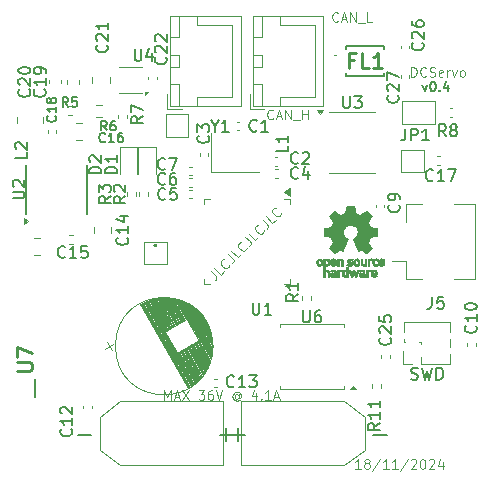
<source format=gbr>
%TF.GenerationSoftware,KiCad,Pcbnew,8.0.4*%
%TF.CreationDate,2024-12-15T23:05:05+02:00*%
%TF.ProjectId,Little Boy - External,4c697474-6c65-4204-926f-79202d204578,rev?*%
%TF.SameCoordinates,Original*%
%TF.FileFunction,Legend,Top*%
%TF.FilePolarity,Positive*%
%FSLAX46Y46*%
G04 Gerber Fmt 4.6, Leading zero omitted, Abs format (unit mm)*
G04 Created by KiCad (PCBNEW 8.0.4) date 2024-12-15 23:05:05*
%MOMM*%
%LPD*%
G01*
G04 APERTURE LIST*
%ADD10C,0.100000*%
%ADD11C,0.150000*%
%ADD12C,0.254000*%
%ADD13C,0.120000*%
%ADD14C,0.200000*%
%ADD15C,0.010000*%
G04 APERTURE END LIST*
D10*
X156906265Y-49046895D02*
X156906265Y-48246895D01*
X156906265Y-48246895D02*
X157096741Y-48246895D01*
X157096741Y-48246895D02*
X157211027Y-48284990D01*
X157211027Y-48284990D02*
X157287217Y-48361180D01*
X157287217Y-48361180D02*
X157325312Y-48437371D01*
X157325312Y-48437371D02*
X157363408Y-48589752D01*
X157363408Y-48589752D02*
X157363408Y-48704038D01*
X157363408Y-48704038D02*
X157325312Y-48856419D01*
X157325312Y-48856419D02*
X157287217Y-48932609D01*
X157287217Y-48932609D02*
X157211027Y-49008800D01*
X157211027Y-49008800D02*
X157096741Y-49046895D01*
X157096741Y-49046895D02*
X156906265Y-49046895D01*
X158163408Y-48970704D02*
X158125312Y-49008800D01*
X158125312Y-49008800D02*
X158011027Y-49046895D01*
X158011027Y-49046895D02*
X157934836Y-49046895D01*
X157934836Y-49046895D02*
X157820550Y-49008800D01*
X157820550Y-49008800D02*
X157744360Y-48932609D01*
X157744360Y-48932609D02*
X157706265Y-48856419D01*
X157706265Y-48856419D02*
X157668169Y-48704038D01*
X157668169Y-48704038D02*
X157668169Y-48589752D01*
X157668169Y-48589752D02*
X157706265Y-48437371D01*
X157706265Y-48437371D02*
X157744360Y-48361180D01*
X157744360Y-48361180D02*
X157820550Y-48284990D01*
X157820550Y-48284990D02*
X157934836Y-48246895D01*
X157934836Y-48246895D02*
X158011027Y-48246895D01*
X158011027Y-48246895D02*
X158125312Y-48284990D01*
X158125312Y-48284990D02*
X158163408Y-48323085D01*
X158468169Y-49008800D02*
X158582455Y-49046895D01*
X158582455Y-49046895D02*
X158772931Y-49046895D01*
X158772931Y-49046895D02*
X158849122Y-49008800D01*
X158849122Y-49008800D02*
X158887217Y-48970704D01*
X158887217Y-48970704D02*
X158925312Y-48894514D01*
X158925312Y-48894514D02*
X158925312Y-48818323D01*
X158925312Y-48818323D02*
X158887217Y-48742133D01*
X158887217Y-48742133D02*
X158849122Y-48704038D01*
X158849122Y-48704038D02*
X158772931Y-48665942D01*
X158772931Y-48665942D02*
X158620550Y-48627847D01*
X158620550Y-48627847D02*
X158544360Y-48589752D01*
X158544360Y-48589752D02*
X158506265Y-48551657D01*
X158506265Y-48551657D02*
X158468169Y-48475466D01*
X158468169Y-48475466D02*
X158468169Y-48399276D01*
X158468169Y-48399276D02*
X158506265Y-48323085D01*
X158506265Y-48323085D02*
X158544360Y-48284990D01*
X158544360Y-48284990D02*
X158620550Y-48246895D01*
X158620550Y-48246895D02*
X158811027Y-48246895D01*
X158811027Y-48246895D02*
X158925312Y-48284990D01*
X159572932Y-49008800D02*
X159496741Y-49046895D01*
X159496741Y-49046895D02*
X159344360Y-49046895D01*
X159344360Y-49046895D02*
X159268170Y-49008800D01*
X159268170Y-49008800D02*
X159230074Y-48932609D01*
X159230074Y-48932609D02*
X159230074Y-48627847D01*
X159230074Y-48627847D02*
X159268170Y-48551657D01*
X159268170Y-48551657D02*
X159344360Y-48513561D01*
X159344360Y-48513561D02*
X159496741Y-48513561D01*
X159496741Y-48513561D02*
X159572932Y-48551657D01*
X159572932Y-48551657D02*
X159611027Y-48627847D01*
X159611027Y-48627847D02*
X159611027Y-48704038D01*
X159611027Y-48704038D02*
X159230074Y-48780228D01*
X159953884Y-49046895D02*
X159953884Y-48513561D01*
X159953884Y-48665942D02*
X159991979Y-48589752D01*
X159991979Y-48589752D02*
X160030074Y-48551657D01*
X160030074Y-48551657D02*
X160106265Y-48513561D01*
X160106265Y-48513561D02*
X160182455Y-48513561D01*
X160372931Y-48513561D02*
X160563407Y-49046895D01*
X160563407Y-49046895D02*
X160753884Y-48513561D01*
X161172931Y-49046895D02*
X161096741Y-49008800D01*
X161096741Y-49008800D02*
X161058646Y-48970704D01*
X161058646Y-48970704D02*
X161020550Y-48894514D01*
X161020550Y-48894514D02*
X161020550Y-48665942D01*
X161020550Y-48665942D02*
X161058646Y-48589752D01*
X161058646Y-48589752D02*
X161096741Y-48551657D01*
X161096741Y-48551657D02*
X161172931Y-48513561D01*
X161172931Y-48513561D02*
X161287217Y-48513561D01*
X161287217Y-48513561D02*
X161363408Y-48551657D01*
X161363408Y-48551657D02*
X161401503Y-48589752D01*
X161401503Y-48589752D02*
X161439598Y-48665942D01*
X161439598Y-48665942D02*
X161439598Y-48894514D01*
X161439598Y-48894514D02*
X161401503Y-48970704D01*
X161401503Y-48970704D02*
X161363408Y-49008800D01*
X161363408Y-49008800D02*
X161287217Y-49046895D01*
X161287217Y-49046895D02*
X161172931Y-49046895D01*
X145213408Y-52570704D02*
X145175312Y-52608800D01*
X145175312Y-52608800D02*
X145061027Y-52646895D01*
X145061027Y-52646895D02*
X144984836Y-52646895D01*
X144984836Y-52646895D02*
X144870550Y-52608800D01*
X144870550Y-52608800D02*
X144794360Y-52532609D01*
X144794360Y-52532609D02*
X144756265Y-52456419D01*
X144756265Y-52456419D02*
X144718169Y-52304038D01*
X144718169Y-52304038D02*
X144718169Y-52189752D01*
X144718169Y-52189752D02*
X144756265Y-52037371D01*
X144756265Y-52037371D02*
X144794360Y-51961180D01*
X144794360Y-51961180D02*
X144870550Y-51884990D01*
X144870550Y-51884990D02*
X144984836Y-51846895D01*
X144984836Y-51846895D02*
X145061027Y-51846895D01*
X145061027Y-51846895D02*
X145175312Y-51884990D01*
X145175312Y-51884990D02*
X145213408Y-51923085D01*
X145518169Y-52418323D02*
X145899122Y-52418323D01*
X145441979Y-52646895D02*
X145708646Y-51846895D01*
X145708646Y-51846895D02*
X145975312Y-52646895D01*
X146241979Y-52646895D02*
X146241979Y-51846895D01*
X146241979Y-51846895D02*
X146699122Y-52646895D01*
X146699122Y-52646895D02*
X146699122Y-51846895D01*
X146889598Y-52723085D02*
X147499121Y-52723085D01*
X147689598Y-52646895D02*
X147689598Y-51846895D01*
X147689598Y-52227847D02*
X148146741Y-52227847D01*
X148146741Y-52646895D02*
X148146741Y-51846895D01*
X136006265Y-76396895D02*
X136006265Y-75596895D01*
X136006265Y-75596895D02*
X136272931Y-76168323D01*
X136272931Y-76168323D02*
X136539598Y-75596895D01*
X136539598Y-75596895D02*
X136539598Y-76396895D01*
X136882455Y-76168323D02*
X137263408Y-76168323D01*
X136806265Y-76396895D02*
X137072932Y-75596895D01*
X137072932Y-75596895D02*
X137339598Y-76396895D01*
X137530074Y-75596895D02*
X138063408Y-76396895D01*
X138063408Y-75596895D02*
X137530074Y-76396895D01*
X138901503Y-75596895D02*
X139396741Y-75596895D01*
X139396741Y-75596895D02*
X139130075Y-75901657D01*
X139130075Y-75901657D02*
X139244360Y-75901657D01*
X139244360Y-75901657D02*
X139320551Y-75939752D01*
X139320551Y-75939752D02*
X139358646Y-75977847D01*
X139358646Y-75977847D02*
X139396741Y-76054038D01*
X139396741Y-76054038D02*
X139396741Y-76244514D01*
X139396741Y-76244514D02*
X139358646Y-76320704D01*
X139358646Y-76320704D02*
X139320551Y-76358800D01*
X139320551Y-76358800D02*
X139244360Y-76396895D01*
X139244360Y-76396895D02*
X139015789Y-76396895D01*
X139015789Y-76396895D02*
X138939598Y-76358800D01*
X138939598Y-76358800D02*
X138901503Y-76320704D01*
X140082456Y-75596895D02*
X139930075Y-75596895D01*
X139930075Y-75596895D02*
X139853884Y-75634990D01*
X139853884Y-75634990D02*
X139815789Y-75673085D01*
X139815789Y-75673085D02*
X139739599Y-75787371D01*
X139739599Y-75787371D02*
X139701503Y-75939752D01*
X139701503Y-75939752D02*
X139701503Y-76244514D01*
X139701503Y-76244514D02*
X139739599Y-76320704D01*
X139739599Y-76320704D02*
X139777694Y-76358800D01*
X139777694Y-76358800D02*
X139853884Y-76396895D01*
X139853884Y-76396895D02*
X140006265Y-76396895D01*
X140006265Y-76396895D02*
X140082456Y-76358800D01*
X140082456Y-76358800D02*
X140120551Y-76320704D01*
X140120551Y-76320704D02*
X140158646Y-76244514D01*
X140158646Y-76244514D02*
X140158646Y-76054038D01*
X140158646Y-76054038D02*
X140120551Y-75977847D01*
X140120551Y-75977847D02*
X140082456Y-75939752D01*
X140082456Y-75939752D02*
X140006265Y-75901657D01*
X140006265Y-75901657D02*
X139853884Y-75901657D01*
X139853884Y-75901657D02*
X139777694Y-75939752D01*
X139777694Y-75939752D02*
X139739599Y-75977847D01*
X139739599Y-75977847D02*
X139701503Y-76054038D01*
X140387218Y-75596895D02*
X140653885Y-76396895D01*
X140653885Y-76396895D02*
X140920551Y-75596895D01*
X142291980Y-76015942D02*
X142253885Y-75977847D01*
X142253885Y-75977847D02*
X142177694Y-75939752D01*
X142177694Y-75939752D02*
X142101504Y-75939752D01*
X142101504Y-75939752D02*
X142025313Y-75977847D01*
X142025313Y-75977847D02*
X141987218Y-76015942D01*
X141987218Y-76015942D02*
X141949123Y-76092133D01*
X141949123Y-76092133D02*
X141949123Y-76168323D01*
X141949123Y-76168323D02*
X141987218Y-76244514D01*
X141987218Y-76244514D02*
X142025313Y-76282609D01*
X142025313Y-76282609D02*
X142101504Y-76320704D01*
X142101504Y-76320704D02*
X142177694Y-76320704D01*
X142177694Y-76320704D02*
X142253885Y-76282609D01*
X142253885Y-76282609D02*
X142291980Y-76244514D01*
X142291980Y-75939752D02*
X142291980Y-76244514D01*
X142291980Y-76244514D02*
X142330075Y-76282609D01*
X142330075Y-76282609D02*
X142368170Y-76282609D01*
X142368170Y-76282609D02*
X142444361Y-76244514D01*
X142444361Y-76244514D02*
X142482456Y-76168323D01*
X142482456Y-76168323D02*
X142482456Y-75977847D01*
X142482456Y-75977847D02*
X142406266Y-75863561D01*
X142406266Y-75863561D02*
X142291980Y-75787371D01*
X142291980Y-75787371D02*
X142139599Y-75749276D01*
X142139599Y-75749276D02*
X141987218Y-75787371D01*
X141987218Y-75787371D02*
X141872932Y-75863561D01*
X141872932Y-75863561D02*
X141796742Y-75977847D01*
X141796742Y-75977847D02*
X141758646Y-76130228D01*
X141758646Y-76130228D02*
X141796742Y-76282609D01*
X141796742Y-76282609D02*
X141872932Y-76396895D01*
X141872932Y-76396895D02*
X141987218Y-76473085D01*
X141987218Y-76473085D02*
X142139599Y-76511180D01*
X142139599Y-76511180D02*
X142291980Y-76473085D01*
X142291980Y-76473085D02*
X142406266Y-76396895D01*
X143777694Y-75863561D02*
X143777694Y-76396895D01*
X143587218Y-75558800D02*
X143396741Y-76130228D01*
X143396741Y-76130228D02*
X143891980Y-76130228D01*
X144196742Y-76320704D02*
X144234837Y-76358800D01*
X144234837Y-76358800D02*
X144196742Y-76396895D01*
X144196742Y-76396895D02*
X144158646Y-76358800D01*
X144158646Y-76358800D02*
X144196742Y-76320704D01*
X144196742Y-76320704D02*
X144196742Y-76396895D01*
X144996741Y-76396895D02*
X144539598Y-76396895D01*
X144768170Y-76396895D02*
X144768170Y-75596895D01*
X144768170Y-75596895D02*
X144691979Y-75711180D01*
X144691979Y-75711180D02*
X144615789Y-75787371D01*
X144615789Y-75787371D02*
X144539598Y-75825466D01*
X145301503Y-76168323D02*
X145682456Y-76168323D01*
X145225313Y-76396895D02*
X145491980Y-75596895D01*
X145491980Y-75596895D02*
X145758646Y-76396895D01*
X150713408Y-44320704D02*
X150675312Y-44358800D01*
X150675312Y-44358800D02*
X150561027Y-44396895D01*
X150561027Y-44396895D02*
X150484836Y-44396895D01*
X150484836Y-44396895D02*
X150370550Y-44358800D01*
X150370550Y-44358800D02*
X150294360Y-44282609D01*
X150294360Y-44282609D02*
X150256265Y-44206419D01*
X150256265Y-44206419D02*
X150218169Y-44054038D01*
X150218169Y-44054038D02*
X150218169Y-43939752D01*
X150218169Y-43939752D02*
X150256265Y-43787371D01*
X150256265Y-43787371D02*
X150294360Y-43711180D01*
X150294360Y-43711180D02*
X150370550Y-43634990D01*
X150370550Y-43634990D02*
X150484836Y-43596895D01*
X150484836Y-43596895D02*
X150561027Y-43596895D01*
X150561027Y-43596895D02*
X150675312Y-43634990D01*
X150675312Y-43634990D02*
X150713408Y-43673085D01*
X151018169Y-44168323D02*
X151399122Y-44168323D01*
X150941979Y-44396895D02*
X151208646Y-43596895D01*
X151208646Y-43596895D02*
X151475312Y-44396895D01*
X151741979Y-44396895D02*
X151741979Y-43596895D01*
X151741979Y-43596895D02*
X152199122Y-44396895D01*
X152199122Y-44396895D02*
X152199122Y-43596895D01*
X152389598Y-44473085D02*
X152999121Y-44473085D01*
X153570550Y-44396895D02*
X153189598Y-44396895D01*
X153189598Y-44396895D02*
X153189598Y-43596895D01*
X139954239Y-65518577D02*
X140358300Y-65922638D01*
X140358300Y-65922638D02*
X140412175Y-66030387D01*
X140412175Y-66030387D02*
X140412175Y-66138137D01*
X140412175Y-66138137D02*
X140358300Y-66245887D01*
X140358300Y-66245887D02*
X140304425Y-66299761D01*
X141058673Y-65545514D02*
X140789299Y-65814888D01*
X140789299Y-65814888D02*
X140223613Y-65249203D01*
X141516609Y-64979829D02*
X141516609Y-65033703D01*
X141516609Y-65033703D02*
X141462734Y-65141453D01*
X141462734Y-65141453D02*
X141408859Y-65195328D01*
X141408859Y-65195328D02*
X141301109Y-65249203D01*
X141301109Y-65249203D02*
X141193360Y-65249203D01*
X141193360Y-65249203D02*
X141112548Y-65222265D01*
X141112548Y-65222265D02*
X140977861Y-65141453D01*
X140977861Y-65141453D02*
X140897048Y-65060641D01*
X140897048Y-65060641D02*
X140816236Y-64925954D01*
X140816236Y-64925954D02*
X140789299Y-64845142D01*
X140789299Y-64845142D02*
X140789299Y-64737392D01*
X140789299Y-64737392D02*
X140843174Y-64629642D01*
X140843174Y-64629642D02*
X140897048Y-64575768D01*
X140897048Y-64575768D02*
X141004798Y-64521893D01*
X141004798Y-64521893D02*
X141058673Y-64521893D01*
X141408859Y-64063957D02*
X141812920Y-64468018D01*
X141812920Y-64468018D02*
X141866795Y-64575768D01*
X141866795Y-64575768D02*
X141866795Y-64683517D01*
X141866795Y-64683517D02*
X141812920Y-64791267D01*
X141812920Y-64791267D02*
X141759045Y-64845142D01*
X142513293Y-64090894D02*
X142243919Y-64360268D01*
X142243919Y-64360268D02*
X141678233Y-63794583D01*
X142971228Y-63525209D02*
X142971228Y-63579084D01*
X142971228Y-63579084D02*
X142917354Y-63686833D01*
X142917354Y-63686833D02*
X142863479Y-63740708D01*
X142863479Y-63740708D02*
X142755729Y-63794583D01*
X142755729Y-63794583D02*
X142647980Y-63794583D01*
X142647980Y-63794583D02*
X142567167Y-63767645D01*
X142567167Y-63767645D02*
X142432480Y-63686833D01*
X142432480Y-63686833D02*
X142351668Y-63606021D01*
X142351668Y-63606021D02*
X142270856Y-63471334D01*
X142270856Y-63471334D02*
X142243919Y-63390522D01*
X142243919Y-63390522D02*
X142243919Y-63282772D01*
X142243919Y-63282772D02*
X142297793Y-63175023D01*
X142297793Y-63175023D02*
X142351668Y-63121148D01*
X142351668Y-63121148D02*
X142459418Y-63067273D01*
X142459418Y-63067273D02*
X142513293Y-63067273D01*
X142863479Y-62609337D02*
X143267540Y-63013398D01*
X143267540Y-63013398D02*
X143321415Y-63121148D01*
X143321415Y-63121148D02*
X143321415Y-63228897D01*
X143321415Y-63228897D02*
X143267540Y-63336647D01*
X143267540Y-63336647D02*
X143213665Y-63390522D01*
X143967912Y-62636274D02*
X143698538Y-62905648D01*
X143698538Y-62905648D02*
X143132853Y-62339963D01*
X144425848Y-62070589D02*
X144425848Y-62124464D01*
X144425848Y-62124464D02*
X144371973Y-62232213D01*
X144371973Y-62232213D02*
X144318099Y-62286088D01*
X144318099Y-62286088D02*
X144210349Y-62339963D01*
X144210349Y-62339963D02*
X144102599Y-62339963D01*
X144102599Y-62339963D02*
X144021787Y-62313026D01*
X144021787Y-62313026D02*
X143887100Y-62232213D01*
X143887100Y-62232213D02*
X143806288Y-62151401D01*
X143806288Y-62151401D02*
X143725476Y-62016714D01*
X143725476Y-62016714D02*
X143698538Y-61935902D01*
X143698538Y-61935902D02*
X143698538Y-61828152D01*
X143698538Y-61828152D02*
X143752413Y-61720403D01*
X143752413Y-61720403D02*
X143806288Y-61666528D01*
X143806288Y-61666528D02*
X143914038Y-61612653D01*
X143914038Y-61612653D02*
X143967912Y-61612653D01*
X144318099Y-61154717D02*
X144722160Y-61558778D01*
X144722160Y-61558778D02*
X144776034Y-61666528D01*
X144776034Y-61666528D02*
X144776034Y-61774278D01*
X144776034Y-61774278D02*
X144722160Y-61882027D01*
X144722160Y-61882027D02*
X144668285Y-61935902D01*
X145422532Y-61181655D02*
X145153158Y-61451029D01*
X145153158Y-61451029D02*
X144587473Y-60885343D01*
X145880468Y-60615969D02*
X145880468Y-60669844D01*
X145880468Y-60669844D02*
X145826593Y-60777594D01*
X145826593Y-60777594D02*
X145772718Y-60831469D01*
X145772718Y-60831469D02*
X145664969Y-60885343D01*
X145664969Y-60885343D02*
X145557219Y-60885343D01*
X145557219Y-60885343D02*
X145476407Y-60858406D01*
X145476407Y-60858406D02*
X145341720Y-60777594D01*
X145341720Y-60777594D02*
X145260908Y-60696782D01*
X145260908Y-60696782D02*
X145180095Y-60562095D01*
X145180095Y-60562095D02*
X145153158Y-60481282D01*
X145153158Y-60481282D02*
X145153158Y-60373533D01*
X145153158Y-60373533D02*
X145207033Y-60265783D01*
X145207033Y-60265783D02*
X145260908Y-60211908D01*
X145260908Y-60211908D02*
X145368657Y-60158033D01*
X145368657Y-60158033D02*
X145422532Y-60158033D01*
D11*
X157862969Y-49760961D02*
X158053445Y-50294295D01*
X158053445Y-50294295D02*
X158243922Y-49760961D01*
X158701065Y-49494295D02*
X158777255Y-49494295D01*
X158777255Y-49494295D02*
X158853446Y-49532390D01*
X158853446Y-49532390D02*
X158891541Y-49570485D01*
X158891541Y-49570485D02*
X158929636Y-49646676D01*
X158929636Y-49646676D02*
X158967731Y-49799057D01*
X158967731Y-49799057D02*
X158967731Y-49989533D01*
X158967731Y-49989533D02*
X158929636Y-50141914D01*
X158929636Y-50141914D02*
X158891541Y-50218104D01*
X158891541Y-50218104D02*
X158853446Y-50256200D01*
X158853446Y-50256200D02*
X158777255Y-50294295D01*
X158777255Y-50294295D02*
X158701065Y-50294295D01*
X158701065Y-50294295D02*
X158624874Y-50256200D01*
X158624874Y-50256200D02*
X158586779Y-50218104D01*
X158586779Y-50218104D02*
X158548684Y-50141914D01*
X158548684Y-50141914D02*
X158510588Y-49989533D01*
X158510588Y-49989533D02*
X158510588Y-49799057D01*
X158510588Y-49799057D02*
X158548684Y-49646676D01*
X158548684Y-49646676D02*
X158586779Y-49570485D01*
X158586779Y-49570485D02*
X158624874Y-49532390D01*
X158624874Y-49532390D02*
X158701065Y-49494295D01*
X159310589Y-50218104D02*
X159348684Y-50256200D01*
X159348684Y-50256200D02*
X159310589Y-50294295D01*
X159310589Y-50294295D02*
X159272493Y-50256200D01*
X159272493Y-50256200D02*
X159310589Y-50218104D01*
X159310589Y-50218104D02*
X159310589Y-50294295D01*
X160034398Y-49760961D02*
X160034398Y-50294295D01*
X159843922Y-49456200D02*
X159653445Y-50027628D01*
X159653445Y-50027628D02*
X160148684Y-50027628D01*
D10*
X152625312Y-82246895D02*
X152168169Y-82246895D01*
X152396741Y-82246895D02*
X152396741Y-81446895D01*
X152396741Y-81446895D02*
X152320550Y-81561180D01*
X152320550Y-81561180D02*
X152244360Y-81637371D01*
X152244360Y-81637371D02*
X152168169Y-81675466D01*
X153082455Y-81789752D02*
X153006265Y-81751657D01*
X153006265Y-81751657D02*
X152968170Y-81713561D01*
X152968170Y-81713561D02*
X152930074Y-81637371D01*
X152930074Y-81637371D02*
X152930074Y-81599276D01*
X152930074Y-81599276D02*
X152968170Y-81523085D01*
X152968170Y-81523085D02*
X153006265Y-81484990D01*
X153006265Y-81484990D02*
X153082455Y-81446895D01*
X153082455Y-81446895D02*
X153234836Y-81446895D01*
X153234836Y-81446895D02*
X153311027Y-81484990D01*
X153311027Y-81484990D02*
X153349122Y-81523085D01*
X153349122Y-81523085D02*
X153387217Y-81599276D01*
X153387217Y-81599276D02*
X153387217Y-81637371D01*
X153387217Y-81637371D02*
X153349122Y-81713561D01*
X153349122Y-81713561D02*
X153311027Y-81751657D01*
X153311027Y-81751657D02*
X153234836Y-81789752D01*
X153234836Y-81789752D02*
X153082455Y-81789752D01*
X153082455Y-81789752D02*
X153006265Y-81827847D01*
X153006265Y-81827847D02*
X152968170Y-81865942D01*
X152968170Y-81865942D02*
X152930074Y-81942133D01*
X152930074Y-81942133D02*
X152930074Y-82094514D01*
X152930074Y-82094514D02*
X152968170Y-82170704D01*
X152968170Y-82170704D02*
X153006265Y-82208800D01*
X153006265Y-82208800D02*
X153082455Y-82246895D01*
X153082455Y-82246895D02*
X153234836Y-82246895D01*
X153234836Y-82246895D02*
X153311027Y-82208800D01*
X153311027Y-82208800D02*
X153349122Y-82170704D01*
X153349122Y-82170704D02*
X153387217Y-82094514D01*
X153387217Y-82094514D02*
X153387217Y-81942133D01*
X153387217Y-81942133D02*
X153349122Y-81865942D01*
X153349122Y-81865942D02*
X153311027Y-81827847D01*
X153311027Y-81827847D02*
X153234836Y-81789752D01*
X154301503Y-81408800D02*
X153615789Y-82437371D01*
X154987217Y-82246895D02*
X154530074Y-82246895D01*
X154758646Y-82246895D02*
X154758646Y-81446895D01*
X154758646Y-81446895D02*
X154682455Y-81561180D01*
X154682455Y-81561180D02*
X154606265Y-81637371D01*
X154606265Y-81637371D02*
X154530074Y-81675466D01*
X155749122Y-82246895D02*
X155291979Y-82246895D01*
X155520551Y-82246895D02*
X155520551Y-81446895D01*
X155520551Y-81446895D02*
X155444360Y-81561180D01*
X155444360Y-81561180D02*
X155368170Y-81637371D01*
X155368170Y-81637371D02*
X155291979Y-81675466D01*
X156663408Y-81408800D02*
X155977694Y-82437371D01*
X156891979Y-81523085D02*
X156930075Y-81484990D01*
X156930075Y-81484990D02*
X157006265Y-81446895D01*
X157006265Y-81446895D02*
X157196741Y-81446895D01*
X157196741Y-81446895D02*
X157272932Y-81484990D01*
X157272932Y-81484990D02*
X157311027Y-81523085D01*
X157311027Y-81523085D02*
X157349122Y-81599276D01*
X157349122Y-81599276D02*
X157349122Y-81675466D01*
X157349122Y-81675466D02*
X157311027Y-81789752D01*
X157311027Y-81789752D02*
X156853884Y-82246895D01*
X156853884Y-82246895D02*
X157349122Y-82246895D01*
X157844361Y-81446895D02*
X157920551Y-81446895D01*
X157920551Y-81446895D02*
X157996742Y-81484990D01*
X157996742Y-81484990D02*
X158034837Y-81523085D01*
X158034837Y-81523085D02*
X158072932Y-81599276D01*
X158072932Y-81599276D02*
X158111027Y-81751657D01*
X158111027Y-81751657D02*
X158111027Y-81942133D01*
X158111027Y-81942133D02*
X158072932Y-82094514D01*
X158072932Y-82094514D02*
X158034837Y-82170704D01*
X158034837Y-82170704D02*
X157996742Y-82208800D01*
X157996742Y-82208800D02*
X157920551Y-82246895D01*
X157920551Y-82246895D02*
X157844361Y-82246895D01*
X157844361Y-82246895D02*
X157768170Y-82208800D01*
X157768170Y-82208800D02*
X157730075Y-82170704D01*
X157730075Y-82170704D02*
X157691980Y-82094514D01*
X157691980Y-82094514D02*
X157653884Y-81942133D01*
X157653884Y-81942133D02*
X157653884Y-81751657D01*
X157653884Y-81751657D02*
X157691980Y-81599276D01*
X157691980Y-81599276D02*
X157730075Y-81523085D01*
X157730075Y-81523085D02*
X157768170Y-81484990D01*
X157768170Y-81484990D02*
X157844361Y-81446895D01*
X158415789Y-81523085D02*
X158453885Y-81484990D01*
X158453885Y-81484990D02*
X158530075Y-81446895D01*
X158530075Y-81446895D02*
X158720551Y-81446895D01*
X158720551Y-81446895D02*
X158796742Y-81484990D01*
X158796742Y-81484990D02*
X158834837Y-81523085D01*
X158834837Y-81523085D02*
X158872932Y-81599276D01*
X158872932Y-81599276D02*
X158872932Y-81675466D01*
X158872932Y-81675466D02*
X158834837Y-81789752D01*
X158834837Y-81789752D02*
X158377694Y-82246895D01*
X158377694Y-82246895D02*
X158872932Y-82246895D01*
X159558647Y-81713561D02*
X159558647Y-82246895D01*
X159368171Y-81408800D02*
X159177694Y-81980228D01*
X159177694Y-81980228D02*
X159672933Y-81980228D01*
D11*
X123154819Y-59361904D02*
X123964342Y-59361904D01*
X123964342Y-59361904D02*
X124059580Y-59314285D01*
X124059580Y-59314285D02*
X124107200Y-59266666D01*
X124107200Y-59266666D02*
X124154819Y-59171428D01*
X124154819Y-59171428D02*
X124154819Y-58980952D01*
X124154819Y-58980952D02*
X124107200Y-58885714D01*
X124107200Y-58885714D02*
X124059580Y-58838095D01*
X124059580Y-58838095D02*
X123964342Y-58790476D01*
X123964342Y-58790476D02*
X123154819Y-58790476D01*
X123250057Y-58361904D02*
X123202438Y-58314285D01*
X123202438Y-58314285D02*
X123154819Y-58219047D01*
X123154819Y-58219047D02*
X123154819Y-57980952D01*
X123154819Y-57980952D02*
X123202438Y-57885714D01*
X123202438Y-57885714D02*
X123250057Y-57838095D01*
X123250057Y-57838095D02*
X123345295Y-57790476D01*
X123345295Y-57790476D02*
X123440533Y-57790476D01*
X123440533Y-57790476D02*
X123583390Y-57838095D01*
X123583390Y-57838095D02*
X124154819Y-58409523D01*
X124154819Y-58409523D02*
X124154819Y-57790476D01*
X124379819Y-55466667D02*
X124379819Y-55942857D01*
X124379819Y-55942857D02*
X123379819Y-55942857D01*
X123475057Y-55180952D02*
X123427438Y-55133333D01*
X123427438Y-55133333D02*
X123379819Y-55038095D01*
X123379819Y-55038095D02*
X123379819Y-54800000D01*
X123379819Y-54800000D02*
X123427438Y-54704762D01*
X123427438Y-54704762D02*
X123475057Y-54657143D01*
X123475057Y-54657143D02*
X123570295Y-54609524D01*
X123570295Y-54609524D02*
X123665533Y-54609524D01*
X123665533Y-54609524D02*
X123808390Y-54657143D01*
X123808390Y-54657143D02*
X124379819Y-55228571D01*
X124379819Y-55228571D02*
X124379819Y-54609524D01*
X127866667Y-51612295D02*
X127600000Y-51231342D01*
X127409524Y-51612295D02*
X127409524Y-50812295D01*
X127409524Y-50812295D02*
X127714286Y-50812295D01*
X127714286Y-50812295D02*
X127790476Y-50850390D01*
X127790476Y-50850390D02*
X127828571Y-50888485D01*
X127828571Y-50888485D02*
X127866667Y-50964676D01*
X127866667Y-50964676D02*
X127866667Y-51078961D01*
X127866667Y-51078961D02*
X127828571Y-51155152D01*
X127828571Y-51155152D02*
X127790476Y-51193247D01*
X127790476Y-51193247D02*
X127714286Y-51231342D01*
X127714286Y-51231342D02*
X127409524Y-51231342D01*
X128590476Y-50812295D02*
X128209524Y-50812295D01*
X128209524Y-50812295D02*
X128171428Y-51193247D01*
X128171428Y-51193247D02*
X128209524Y-51155152D01*
X128209524Y-51155152D02*
X128285714Y-51117057D01*
X128285714Y-51117057D02*
X128476190Y-51117057D01*
X128476190Y-51117057D02*
X128552381Y-51155152D01*
X128552381Y-51155152D02*
X128590476Y-51193247D01*
X128590476Y-51193247D02*
X128628571Y-51269438D01*
X128628571Y-51269438D02*
X128628571Y-51459914D01*
X128628571Y-51459914D02*
X128590476Y-51536104D01*
X128590476Y-51536104D02*
X128552381Y-51574200D01*
X128552381Y-51574200D02*
X128476190Y-51612295D01*
X128476190Y-51612295D02*
X128285714Y-51612295D01*
X128285714Y-51612295D02*
X128209524Y-51574200D01*
X128209524Y-51574200D02*
X128171428Y-51536104D01*
X147333333Y-56359580D02*
X147285714Y-56407200D01*
X147285714Y-56407200D02*
X147142857Y-56454819D01*
X147142857Y-56454819D02*
X147047619Y-56454819D01*
X147047619Y-56454819D02*
X146904762Y-56407200D01*
X146904762Y-56407200D02*
X146809524Y-56311961D01*
X146809524Y-56311961D02*
X146761905Y-56216723D01*
X146761905Y-56216723D02*
X146714286Y-56026247D01*
X146714286Y-56026247D02*
X146714286Y-55883390D01*
X146714286Y-55883390D02*
X146761905Y-55692914D01*
X146761905Y-55692914D02*
X146809524Y-55597676D01*
X146809524Y-55597676D02*
X146904762Y-55502438D01*
X146904762Y-55502438D02*
X147047619Y-55454819D01*
X147047619Y-55454819D02*
X147142857Y-55454819D01*
X147142857Y-55454819D02*
X147285714Y-55502438D01*
X147285714Y-55502438D02*
X147333333Y-55550057D01*
X147714286Y-55550057D02*
X147761905Y-55502438D01*
X147761905Y-55502438D02*
X147857143Y-55454819D01*
X147857143Y-55454819D02*
X148095238Y-55454819D01*
X148095238Y-55454819D02*
X148190476Y-55502438D01*
X148190476Y-55502438D02*
X148238095Y-55550057D01*
X148238095Y-55550057D02*
X148285714Y-55645295D01*
X148285714Y-55645295D02*
X148285714Y-55740533D01*
X148285714Y-55740533D02*
X148238095Y-55883390D01*
X148238095Y-55883390D02*
X147666667Y-56454819D01*
X147666667Y-56454819D02*
X148285714Y-56454819D01*
X132004819Y-57238094D02*
X131004819Y-57238094D01*
X131004819Y-57238094D02*
X131004819Y-56999999D01*
X131004819Y-56999999D02*
X131052438Y-56857142D01*
X131052438Y-56857142D02*
X131147676Y-56761904D01*
X131147676Y-56761904D02*
X131242914Y-56714285D01*
X131242914Y-56714285D02*
X131433390Y-56666666D01*
X131433390Y-56666666D02*
X131576247Y-56666666D01*
X131576247Y-56666666D02*
X131766723Y-56714285D01*
X131766723Y-56714285D02*
X131861961Y-56761904D01*
X131861961Y-56761904D02*
X131957200Y-56857142D01*
X131957200Y-56857142D02*
X132004819Y-56999999D01*
X132004819Y-56999999D02*
X132004819Y-57238094D01*
X132004819Y-55714285D02*
X132004819Y-56285713D01*
X132004819Y-55999999D02*
X131004819Y-55999999D01*
X131004819Y-55999999D02*
X131147676Y-56095237D01*
X131147676Y-56095237D02*
X131242914Y-56190475D01*
X131242914Y-56190475D02*
X131290533Y-56285713D01*
X134204819Y-52416666D02*
X133728628Y-52749999D01*
X134204819Y-52988094D02*
X133204819Y-52988094D01*
X133204819Y-52988094D02*
X133204819Y-52607142D01*
X133204819Y-52607142D02*
X133252438Y-52511904D01*
X133252438Y-52511904D02*
X133300057Y-52464285D01*
X133300057Y-52464285D02*
X133395295Y-52416666D01*
X133395295Y-52416666D02*
X133538152Y-52416666D01*
X133538152Y-52416666D02*
X133633390Y-52464285D01*
X133633390Y-52464285D02*
X133681009Y-52511904D01*
X133681009Y-52511904D02*
X133728628Y-52607142D01*
X133728628Y-52607142D02*
X133728628Y-52988094D01*
X133204819Y-52083332D02*
X133204819Y-51416666D01*
X133204819Y-51416666D02*
X134204819Y-51845237D01*
X136083333Y-58109580D02*
X136035714Y-58157200D01*
X136035714Y-58157200D02*
X135892857Y-58204819D01*
X135892857Y-58204819D02*
X135797619Y-58204819D01*
X135797619Y-58204819D02*
X135654762Y-58157200D01*
X135654762Y-58157200D02*
X135559524Y-58061961D01*
X135559524Y-58061961D02*
X135511905Y-57966723D01*
X135511905Y-57966723D02*
X135464286Y-57776247D01*
X135464286Y-57776247D02*
X135464286Y-57633390D01*
X135464286Y-57633390D02*
X135511905Y-57442914D01*
X135511905Y-57442914D02*
X135559524Y-57347676D01*
X135559524Y-57347676D02*
X135654762Y-57252438D01*
X135654762Y-57252438D02*
X135797619Y-57204819D01*
X135797619Y-57204819D02*
X135892857Y-57204819D01*
X135892857Y-57204819D02*
X136035714Y-57252438D01*
X136035714Y-57252438D02*
X136083333Y-57300057D01*
X136940476Y-57204819D02*
X136750000Y-57204819D01*
X136750000Y-57204819D02*
X136654762Y-57252438D01*
X136654762Y-57252438D02*
X136607143Y-57300057D01*
X136607143Y-57300057D02*
X136511905Y-57442914D01*
X136511905Y-57442914D02*
X136464286Y-57633390D01*
X136464286Y-57633390D02*
X136464286Y-58014342D01*
X136464286Y-58014342D02*
X136511905Y-58109580D01*
X136511905Y-58109580D02*
X136559524Y-58157200D01*
X136559524Y-58157200D02*
X136654762Y-58204819D01*
X136654762Y-58204819D02*
X136845238Y-58204819D01*
X136845238Y-58204819D02*
X136940476Y-58157200D01*
X136940476Y-58157200D02*
X136988095Y-58109580D01*
X136988095Y-58109580D02*
X137035714Y-58014342D01*
X137035714Y-58014342D02*
X137035714Y-57776247D01*
X137035714Y-57776247D02*
X136988095Y-57681009D01*
X136988095Y-57681009D02*
X136940476Y-57633390D01*
X136940476Y-57633390D02*
X136845238Y-57585771D01*
X136845238Y-57585771D02*
X136654762Y-57585771D01*
X136654762Y-57585771D02*
X136559524Y-57633390D01*
X136559524Y-57633390D02*
X136511905Y-57681009D01*
X136511905Y-57681009D02*
X136464286Y-57776247D01*
X141907142Y-75259580D02*
X141859523Y-75307200D01*
X141859523Y-75307200D02*
X141716666Y-75354819D01*
X141716666Y-75354819D02*
X141621428Y-75354819D01*
X141621428Y-75354819D02*
X141478571Y-75307200D01*
X141478571Y-75307200D02*
X141383333Y-75211961D01*
X141383333Y-75211961D02*
X141335714Y-75116723D01*
X141335714Y-75116723D02*
X141288095Y-74926247D01*
X141288095Y-74926247D02*
X141288095Y-74783390D01*
X141288095Y-74783390D02*
X141335714Y-74592914D01*
X141335714Y-74592914D02*
X141383333Y-74497676D01*
X141383333Y-74497676D02*
X141478571Y-74402438D01*
X141478571Y-74402438D02*
X141621428Y-74354819D01*
X141621428Y-74354819D02*
X141716666Y-74354819D01*
X141716666Y-74354819D02*
X141859523Y-74402438D01*
X141859523Y-74402438D02*
X141907142Y-74450057D01*
X142859523Y-75354819D02*
X142288095Y-75354819D01*
X142573809Y-75354819D02*
X142573809Y-74354819D01*
X142573809Y-74354819D02*
X142478571Y-74497676D01*
X142478571Y-74497676D02*
X142383333Y-74592914D01*
X142383333Y-74592914D02*
X142288095Y-74640533D01*
X143192857Y-74354819D02*
X143811904Y-74354819D01*
X143811904Y-74354819D02*
X143478571Y-74735771D01*
X143478571Y-74735771D02*
X143621428Y-74735771D01*
X143621428Y-74735771D02*
X143716666Y-74783390D01*
X143716666Y-74783390D02*
X143764285Y-74831009D01*
X143764285Y-74831009D02*
X143811904Y-74926247D01*
X143811904Y-74926247D02*
X143811904Y-75164342D01*
X143811904Y-75164342D02*
X143764285Y-75259580D01*
X143764285Y-75259580D02*
X143716666Y-75307200D01*
X143716666Y-75307200D02*
X143621428Y-75354819D01*
X143621428Y-75354819D02*
X143335714Y-75354819D01*
X143335714Y-75354819D02*
X143240476Y-75307200D01*
X143240476Y-75307200D02*
X143192857Y-75259580D01*
X147738095Y-68854819D02*
X147738095Y-69664342D01*
X147738095Y-69664342D02*
X147785714Y-69759580D01*
X147785714Y-69759580D02*
X147833333Y-69807200D01*
X147833333Y-69807200D02*
X147928571Y-69854819D01*
X147928571Y-69854819D02*
X148119047Y-69854819D01*
X148119047Y-69854819D02*
X148214285Y-69807200D01*
X148214285Y-69807200D02*
X148261904Y-69759580D01*
X148261904Y-69759580D02*
X148309523Y-69664342D01*
X148309523Y-69664342D02*
X148309523Y-68854819D01*
X149214285Y-68854819D02*
X149023809Y-68854819D01*
X149023809Y-68854819D02*
X148928571Y-68902438D01*
X148928571Y-68902438D02*
X148880952Y-68950057D01*
X148880952Y-68950057D02*
X148785714Y-69092914D01*
X148785714Y-69092914D02*
X148738095Y-69283390D01*
X148738095Y-69283390D02*
X148738095Y-69664342D01*
X148738095Y-69664342D02*
X148785714Y-69759580D01*
X148785714Y-69759580D02*
X148833333Y-69807200D01*
X148833333Y-69807200D02*
X148928571Y-69854819D01*
X148928571Y-69854819D02*
X149119047Y-69854819D01*
X149119047Y-69854819D02*
X149214285Y-69807200D01*
X149214285Y-69807200D02*
X149261904Y-69759580D01*
X149261904Y-69759580D02*
X149309523Y-69664342D01*
X149309523Y-69664342D02*
X149309523Y-69426247D01*
X149309523Y-69426247D02*
X149261904Y-69331009D01*
X149261904Y-69331009D02*
X149214285Y-69283390D01*
X149214285Y-69283390D02*
X149119047Y-69235771D01*
X149119047Y-69235771D02*
X148928571Y-69235771D01*
X148928571Y-69235771D02*
X148833333Y-69283390D01*
X148833333Y-69283390D02*
X148785714Y-69331009D01*
X148785714Y-69331009D02*
X148738095Y-69426247D01*
X131134579Y-46392857D02*
X131182199Y-46440476D01*
X131182199Y-46440476D02*
X131229818Y-46583333D01*
X131229818Y-46583333D02*
X131229818Y-46678571D01*
X131229818Y-46678571D02*
X131182199Y-46821428D01*
X131182199Y-46821428D02*
X131086960Y-46916666D01*
X131086960Y-46916666D02*
X130991722Y-46964285D01*
X130991722Y-46964285D02*
X130801246Y-47011904D01*
X130801246Y-47011904D02*
X130658389Y-47011904D01*
X130658389Y-47011904D02*
X130467913Y-46964285D01*
X130467913Y-46964285D02*
X130372675Y-46916666D01*
X130372675Y-46916666D02*
X130277437Y-46821428D01*
X130277437Y-46821428D02*
X130229818Y-46678571D01*
X130229818Y-46678571D02*
X130229818Y-46583333D01*
X130229818Y-46583333D02*
X130277437Y-46440476D01*
X130277437Y-46440476D02*
X130325056Y-46392857D01*
X130325056Y-46011904D02*
X130277437Y-45964285D01*
X130277437Y-45964285D02*
X130229818Y-45869047D01*
X130229818Y-45869047D02*
X130229818Y-45630952D01*
X130229818Y-45630952D02*
X130277437Y-45535714D01*
X130277437Y-45535714D02*
X130325056Y-45488095D01*
X130325056Y-45488095D02*
X130420294Y-45440476D01*
X130420294Y-45440476D02*
X130515532Y-45440476D01*
X130515532Y-45440476D02*
X130658389Y-45488095D01*
X130658389Y-45488095D02*
X131229818Y-46059523D01*
X131229818Y-46059523D02*
X131229818Y-45440476D01*
X131229818Y-44488095D02*
X131229818Y-45059523D01*
X131229818Y-44773809D02*
X130229818Y-44773809D01*
X130229818Y-44773809D02*
X130372675Y-44869047D01*
X130372675Y-44869047D02*
X130467913Y-44964285D01*
X130467913Y-44964285D02*
X130515532Y-45059523D01*
X140273809Y-53228628D02*
X140273809Y-53704819D01*
X139940476Y-52704819D02*
X140273809Y-53228628D01*
X140273809Y-53228628D02*
X140607142Y-52704819D01*
X141464285Y-53704819D02*
X140892857Y-53704819D01*
X141178571Y-53704819D02*
X141178571Y-52704819D01*
X141178571Y-52704819D02*
X141083333Y-52847676D01*
X141083333Y-52847676D02*
X140988095Y-52942914D01*
X140988095Y-52942914D02*
X140892857Y-52990533D01*
X127607142Y-64309580D02*
X127559523Y-64357200D01*
X127559523Y-64357200D02*
X127416666Y-64404819D01*
X127416666Y-64404819D02*
X127321428Y-64404819D01*
X127321428Y-64404819D02*
X127178571Y-64357200D01*
X127178571Y-64357200D02*
X127083333Y-64261961D01*
X127083333Y-64261961D02*
X127035714Y-64166723D01*
X127035714Y-64166723D02*
X126988095Y-63976247D01*
X126988095Y-63976247D02*
X126988095Y-63833390D01*
X126988095Y-63833390D02*
X127035714Y-63642914D01*
X127035714Y-63642914D02*
X127083333Y-63547676D01*
X127083333Y-63547676D02*
X127178571Y-63452438D01*
X127178571Y-63452438D02*
X127321428Y-63404819D01*
X127321428Y-63404819D02*
X127416666Y-63404819D01*
X127416666Y-63404819D02*
X127559523Y-63452438D01*
X127559523Y-63452438D02*
X127607142Y-63500057D01*
X128559523Y-64404819D02*
X127988095Y-64404819D01*
X128273809Y-64404819D02*
X128273809Y-63404819D01*
X128273809Y-63404819D02*
X128178571Y-63547676D01*
X128178571Y-63547676D02*
X128083333Y-63642914D01*
X128083333Y-63642914D02*
X127988095Y-63690533D01*
X129464285Y-63404819D02*
X128988095Y-63404819D01*
X128988095Y-63404819D02*
X128940476Y-63881009D01*
X128940476Y-63881009D02*
X128988095Y-63833390D01*
X128988095Y-63833390D02*
X129083333Y-63785771D01*
X129083333Y-63785771D02*
X129321428Y-63785771D01*
X129321428Y-63785771D02*
X129416666Y-63833390D01*
X129416666Y-63833390D02*
X129464285Y-63881009D01*
X129464285Y-63881009D02*
X129511904Y-63976247D01*
X129511904Y-63976247D02*
X129511904Y-64214342D01*
X129511904Y-64214342D02*
X129464285Y-64309580D01*
X129464285Y-64309580D02*
X129416666Y-64357200D01*
X129416666Y-64357200D02*
X129321428Y-64404819D01*
X129321428Y-64404819D02*
X129083333Y-64404819D01*
X129083333Y-64404819D02*
X128988095Y-64357200D01*
X128988095Y-64357200D02*
X128940476Y-64309580D01*
X155109580Y-71142857D02*
X155157200Y-71190476D01*
X155157200Y-71190476D02*
X155204819Y-71333333D01*
X155204819Y-71333333D02*
X155204819Y-71428571D01*
X155204819Y-71428571D02*
X155157200Y-71571428D01*
X155157200Y-71571428D02*
X155061961Y-71666666D01*
X155061961Y-71666666D02*
X154966723Y-71714285D01*
X154966723Y-71714285D02*
X154776247Y-71761904D01*
X154776247Y-71761904D02*
X154633390Y-71761904D01*
X154633390Y-71761904D02*
X154442914Y-71714285D01*
X154442914Y-71714285D02*
X154347676Y-71666666D01*
X154347676Y-71666666D02*
X154252438Y-71571428D01*
X154252438Y-71571428D02*
X154204819Y-71428571D01*
X154204819Y-71428571D02*
X154204819Y-71333333D01*
X154204819Y-71333333D02*
X154252438Y-71190476D01*
X154252438Y-71190476D02*
X154300057Y-71142857D01*
X154300057Y-70761904D02*
X154252438Y-70714285D01*
X154252438Y-70714285D02*
X154204819Y-70619047D01*
X154204819Y-70619047D02*
X154204819Y-70380952D01*
X154204819Y-70380952D02*
X154252438Y-70285714D01*
X154252438Y-70285714D02*
X154300057Y-70238095D01*
X154300057Y-70238095D02*
X154395295Y-70190476D01*
X154395295Y-70190476D02*
X154490533Y-70190476D01*
X154490533Y-70190476D02*
X154633390Y-70238095D01*
X154633390Y-70238095D02*
X155204819Y-70809523D01*
X155204819Y-70809523D02*
X155204819Y-70190476D01*
X154204819Y-69285714D02*
X154204819Y-69761904D01*
X154204819Y-69761904D02*
X154681009Y-69809523D01*
X154681009Y-69809523D02*
X154633390Y-69761904D01*
X154633390Y-69761904D02*
X154585771Y-69666666D01*
X154585771Y-69666666D02*
X154585771Y-69428571D01*
X154585771Y-69428571D02*
X154633390Y-69333333D01*
X154633390Y-69333333D02*
X154681009Y-69285714D01*
X154681009Y-69285714D02*
X154776247Y-69238095D01*
X154776247Y-69238095D02*
X155014342Y-69238095D01*
X155014342Y-69238095D02*
X155109580Y-69285714D01*
X155109580Y-69285714D02*
X155157200Y-69333333D01*
X155157200Y-69333333D02*
X155204819Y-69428571D01*
X155204819Y-69428571D02*
X155204819Y-69666666D01*
X155204819Y-69666666D02*
X155157200Y-69761904D01*
X155157200Y-69761904D02*
X155109580Y-69809523D01*
X136083331Y-56859580D02*
X136035712Y-56907200D01*
X136035712Y-56907200D02*
X135892855Y-56954819D01*
X135892855Y-56954819D02*
X135797617Y-56954819D01*
X135797617Y-56954819D02*
X135654760Y-56907200D01*
X135654760Y-56907200D02*
X135559522Y-56811961D01*
X135559522Y-56811961D02*
X135511903Y-56716723D01*
X135511903Y-56716723D02*
X135464284Y-56526247D01*
X135464284Y-56526247D02*
X135464284Y-56383390D01*
X135464284Y-56383390D02*
X135511903Y-56192914D01*
X135511903Y-56192914D02*
X135559522Y-56097676D01*
X135559522Y-56097676D02*
X135654760Y-56002438D01*
X135654760Y-56002438D02*
X135797617Y-55954819D01*
X135797617Y-55954819D02*
X135892855Y-55954819D01*
X135892855Y-55954819D02*
X136035712Y-56002438D01*
X136035712Y-56002438D02*
X136083331Y-56050057D01*
X136416665Y-55954819D02*
X137083331Y-55954819D01*
X137083331Y-55954819D02*
X136654760Y-56954819D01*
X124559580Y-50142859D02*
X124607200Y-50190478D01*
X124607200Y-50190478D02*
X124654819Y-50333335D01*
X124654819Y-50333335D02*
X124654819Y-50428573D01*
X124654819Y-50428573D02*
X124607200Y-50571430D01*
X124607200Y-50571430D02*
X124511961Y-50666668D01*
X124511961Y-50666668D02*
X124416723Y-50714287D01*
X124416723Y-50714287D02*
X124226247Y-50761906D01*
X124226247Y-50761906D02*
X124083390Y-50761906D01*
X124083390Y-50761906D02*
X123892914Y-50714287D01*
X123892914Y-50714287D02*
X123797676Y-50666668D01*
X123797676Y-50666668D02*
X123702438Y-50571430D01*
X123702438Y-50571430D02*
X123654819Y-50428573D01*
X123654819Y-50428573D02*
X123654819Y-50333335D01*
X123654819Y-50333335D02*
X123702438Y-50190478D01*
X123702438Y-50190478D02*
X123750057Y-50142859D01*
X123750057Y-49761906D02*
X123702438Y-49714287D01*
X123702438Y-49714287D02*
X123654819Y-49619049D01*
X123654819Y-49619049D02*
X123654819Y-49380954D01*
X123654819Y-49380954D02*
X123702438Y-49285716D01*
X123702438Y-49285716D02*
X123750057Y-49238097D01*
X123750057Y-49238097D02*
X123845295Y-49190478D01*
X123845295Y-49190478D02*
X123940533Y-49190478D01*
X123940533Y-49190478D02*
X124083390Y-49238097D01*
X124083390Y-49238097D02*
X124654819Y-49809525D01*
X124654819Y-49809525D02*
X124654819Y-49190478D01*
X123654819Y-48571430D02*
X123654819Y-48476192D01*
X123654819Y-48476192D02*
X123702438Y-48380954D01*
X123702438Y-48380954D02*
X123750057Y-48333335D01*
X123750057Y-48333335D02*
X123845295Y-48285716D01*
X123845295Y-48285716D02*
X124035771Y-48238097D01*
X124035771Y-48238097D02*
X124273866Y-48238097D01*
X124273866Y-48238097D02*
X124464342Y-48285716D01*
X124464342Y-48285716D02*
X124559580Y-48333335D01*
X124559580Y-48333335D02*
X124607200Y-48380954D01*
X124607200Y-48380954D02*
X124654819Y-48476192D01*
X124654819Y-48476192D02*
X124654819Y-48571430D01*
X124654819Y-48571430D02*
X124607200Y-48666668D01*
X124607200Y-48666668D02*
X124559580Y-48714287D01*
X124559580Y-48714287D02*
X124464342Y-48761906D01*
X124464342Y-48761906D02*
X124273866Y-48809525D01*
X124273866Y-48809525D02*
X124035771Y-48809525D01*
X124035771Y-48809525D02*
X123845295Y-48761906D01*
X123845295Y-48761906D02*
X123750057Y-48714287D01*
X123750057Y-48714287D02*
X123702438Y-48666668D01*
X123702438Y-48666668D02*
X123654819Y-48571430D01*
X133488095Y-46704819D02*
X133488095Y-47514342D01*
X133488095Y-47514342D02*
X133535714Y-47609580D01*
X133535714Y-47609580D02*
X133583333Y-47657200D01*
X133583333Y-47657200D02*
X133678571Y-47704819D01*
X133678571Y-47704819D02*
X133869047Y-47704819D01*
X133869047Y-47704819D02*
X133964285Y-47657200D01*
X133964285Y-47657200D02*
X134011904Y-47609580D01*
X134011904Y-47609580D02*
X134059523Y-47514342D01*
X134059523Y-47514342D02*
X134059523Y-46704819D01*
X134964285Y-47038152D02*
X134964285Y-47704819D01*
X134726190Y-46657200D02*
X134488095Y-47371485D01*
X134488095Y-47371485D02*
X135107142Y-47371485D01*
X140678570Y-79364700D02*
X141821428Y-79364700D01*
X141249999Y-79936128D02*
X141249999Y-78793271D01*
X153678570Y-79364702D02*
X154821428Y-79364702D01*
X151138095Y-50704820D02*
X151138095Y-51514343D01*
X151138095Y-51514343D02*
X151185714Y-51609581D01*
X151185714Y-51609581D02*
X151233333Y-51657201D01*
X151233333Y-51657201D02*
X151328571Y-51704820D01*
X151328571Y-51704820D02*
X151519047Y-51704820D01*
X151519047Y-51704820D02*
X151614285Y-51657201D01*
X151614285Y-51657201D02*
X151661904Y-51609581D01*
X151661904Y-51609581D02*
X151709523Y-51514343D01*
X151709523Y-51514343D02*
X151709523Y-50704820D01*
X152090476Y-50704820D02*
X152709523Y-50704820D01*
X152709523Y-50704820D02*
X152376190Y-51085772D01*
X152376190Y-51085772D02*
X152519047Y-51085772D01*
X152519047Y-51085772D02*
X152614285Y-51133391D01*
X152614285Y-51133391D02*
X152661904Y-51181010D01*
X152661904Y-51181010D02*
X152709523Y-51276248D01*
X152709523Y-51276248D02*
X152709523Y-51514343D01*
X152709523Y-51514343D02*
X152661904Y-51609581D01*
X152661904Y-51609581D02*
X152614285Y-51657201D01*
X152614285Y-51657201D02*
X152519047Y-51704820D01*
X152519047Y-51704820D02*
X152233333Y-51704820D01*
X152233333Y-51704820D02*
X152138095Y-51657201D01*
X152138095Y-51657201D02*
X152090476Y-51609581D01*
X125859580Y-50142857D02*
X125907200Y-50190476D01*
X125907200Y-50190476D02*
X125954819Y-50333333D01*
X125954819Y-50333333D02*
X125954819Y-50428571D01*
X125954819Y-50428571D02*
X125907200Y-50571428D01*
X125907200Y-50571428D02*
X125811961Y-50666666D01*
X125811961Y-50666666D02*
X125716723Y-50714285D01*
X125716723Y-50714285D02*
X125526247Y-50761904D01*
X125526247Y-50761904D02*
X125383390Y-50761904D01*
X125383390Y-50761904D02*
X125192914Y-50714285D01*
X125192914Y-50714285D02*
X125097676Y-50666666D01*
X125097676Y-50666666D02*
X125002438Y-50571428D01*
X125002438Y-50571428D02*
X124954819Y-50428571D01*
X124954819Y-50428571D02*
X124954819Y-50333333D01*
X124954819Y-50333333D02*
X125002438Y-50190476D01*
X125002438Y-50190476D02*
X125050057Y-50142857D01*
X125954819Y-49190476D02*
X125954819Y-49761904D01*
X125954819Y-49476190D02*
X124954819Y-49476190D01*
X124954819Y-49476190D02*
X125097676Y-49571428D01*
X125097676Y-49571428D02*
X125192914Y-49666666D01*
X125192914Y-49666666D02*
X125240533Y-49761904D01*
X125954819Y-48714285D02*
X125954819Y-48523809D01*
X125954819Y-48523809D02*
X125907200Y-48428571D01*
X125907200Y-48428571D02*
X125859580Y-48380952D01*
X125859580Y-48380952D02*
X125716723Y-48285714D01*
X125716723Y-48285714D02*
X125526247Y-48238095D01*
X125526247Y-48238095D02*
X125145295Y-48238095D01*
X125145295Y-48238095D02*
X125050057Y-48285714D01*
X125050057Y-48285714D02*
X125002438Y-48333333D01*
X125002438Y-48333333D02*
X124954819Y-48428571D01*
X124954819Y-48428571D02*
X124954819Y-48619047D01*
X124954819Y-48619047D02*
X125002438Y-48714285D01*
X125002438Y-48714285D02*
X125050057Y-48761904D01*
X125050057Y-48761904D02*
X125145295Y-48809523D01*
X125145295Y-48809523D02*
X125383390Y-48809523D01*
X125383390Y-48809523D02*
X125478628Y-48761904D01*
X125478628Y-48761904D02*
X125526247Y-48714285D01*
X125526247Y-48714285D02*
X125573866Y-48619047D01*
X125573866Y-48619047D02*
X125573866Y-48428571D01*
X125573866Y-48428571D02*
X125526247Y-48333333D01*
X125526247Y-48333333D02*
X125478628Y-48285714D01*
X125478628Y-48285714D02*
X125383390Y-48238095D01*
D12*
X123554318Y-73967619D02*
X124582413Y-73967619D01*
X124582413Y-73967619D02*
X124703365Y-73907142D01*
X124703365Y-73907142D02*
X124763842Y-73846666D01*
X124763842Y-73846666D02*
X124824318Y-73725714D01*
X124824318Y-73725714D02*
X124824318Y-73483809D01*
X124824318Y-73483809D02*
X124763842Y-73362857D01*
X124763842Y-73362857D02*
X124703365Y-73302380D01*
X124703365Y-73302380D02*
X124582413Y-73241904D01*
X124582413Y-73241904D02*
X123554318Y-73241904D01*
X123554318Y-72758095D02*
X123554318Y-71911428D01*
X123554318Y-71911428D02*
X124824318Y-72455714D01*
D11*
X154254819Y-78392857D02*
X153778628Y-78726190D01*
X154254819Y-78964285D02*
X153254819Y-78964285D01*
X153254819Y-78964285D02*
X153254819Y-78583333D01*
X153254819Y-78583333D02*
X153302438Y-78488095D01*
X153302438Y-78488095D02*
X153350057Y-78440476D01*
X153350057Y-78440476D02*
X153445295Y-78392857D01*
X153445295Y-78392857D02*
X153588152Y-78392857D01*
X153588152Y-78392857D02*
X153683390Y-78440476D01*
X153683390Y-78440476D02*
X153731009Y-78488095D01*
X153731009Y-78488095D02*
X153778628Y-78583333D01*
X153778628Y-78583333D02*
X153778628Y-78964285D01*
X154254819Y-77440476D02*
X154254819Y-78011904D01*
X154254819Y-77726190D02*
X153254819Y-77726190D01*
X153254819Y-77726190D02*
X153397676Y-77821428D01*
X153397676Y-77821428D02*
X153492914Y-77916666D01*
X153492914Y-77916666D02*
X153540533Y-78011904D01*
X154254819Y-76488095D02*
X154254819Y-77059523D01*
X154254819Y-76773809D02*
X153254819Y-76773809D01*
X153254819Y-76773809D02*
X153397676Y-76869047D01*
X153397676Y-76869047D02*
X153492914Y-76964285D01*
X153492914Y-76964285D02*
X153540533Y-77059523D01*
X130654819Y-57238091D02*
X129654819Y-57238091D01*
X129654819Y-57238091D02*
X129654819Y-56999996D01*
X129654819Y-56999996D02*
X129702438Y-56857139D01*
X129702438Y-56857139D02*
X129797676Y-56761901D01*
X129797676Y-56761901D02*
X129892914Y-56714282D01*
X129892914Y-56714282D02*
X130083390Y-56666663D01*
X130083390Y-56666663D02*
X130226247Y-56666663D01*
X130226247Y-56666663D02*
X130416723Y-56714282D01*
X130416723Y-56714282D02*
X130511961Y-56761901D01*
X130511961Y-56761901D02*
X130607200Y-56857139D01*
X130607200Y-56857139D02*
X130654819Y-56999996D01*
X130654819Y-56999996D02*
X130654819Y-57238091D01*
X129750057Y-56285710D02*
X129702438Y-56238091D01*
X129702438Y-56238091D02*
X129654819Y-56142853D01*
X129654819Y-56142853D02*
X129654819Y-55904758D01*
X129654819Y-55904758D02*
X129702438Y-55809520D01*
X129702438Y-55809520D02*
X129750057Y-55761901D01*
X129750057Y-55761901D02*
X129845295Y-55714282D01*
X129845295Y-55714282D02*
X129940533Y-55714282D01*
X129940533Y-55714282D02*
X130083390Y-55761901D01*
X130083390Y-55761901D02*
X130654819Y-56333329D01*
X130654819Y-56333329D02*
X130654819Y-55714282D01*
X155759580Y-50642857D02*
X155807200Y-50690476D01*
X155807200Y-50690476D02*
X155854819Y-50833333D01*
X155854819Y-50833333D02*
X155854819Y-50928571D01*
X155854819Y-50928571D02*
X155807200Y-51071428D01*
X155807200Y-51071428D02*
X155711961Y-51166666D01*
X155711961Y-51166666D02*
X155616723Y-51214285D01*
X155616723Y-51214285D02*
X155426247Y-51261904D01*
X155426247Y-51261904D02*
X155283390Y-51261904D01*
X155283390Y-51261904D02*
X155092914Y-51214285D01*
X155092914Y-51214285D02*
X154997676Y-51166666D01*
X154997676Y-51166666D02*
X154902438Y-51071428D01*
X154902438Y-51071428D02*
X154854819Y-50928571D01*
X154854819Y-50928571D02*
X154854819Y-50833333D01*
X154854819Y-50833333D02*
X154902438Y-50690476D01*
X154902438Y-50690476D02*
X154950057Y-50642857D01*
X154950057Y-50261904D02*
X154902438Y-50214285D01*
X154902438Y-50214285D02*
X154854819Y-50119047D01*
X154854819Y-50119047D02*
X154854819Y-49880952D01*
X154854819Y-49880952D02*
X154902438Y-49785714D01*
X154902438Y-49785714D02*
X154950057Y-49738095D01*
X154950057Y-49738095D02*
X155045295Y-49690476D01*
X155045295Y-49690476D02*
X155140533Y-49690476D01*
X155140533Y-49690476D02*
X155283390Y-49738095D01*
X155283390Y-49738095D02*
X155854819Y-50309523D01*
X155854819Y-50309523D02*
X155854819Y-49690476D01*
X154854819Y-49357142D02*
X154854819Y-48690476D01*
X154854819Y-48690476D02*
X155854819Y-49119047D01*
X156897856Y-74657200D02*
X157040713Y-74704819D01*
X157040713Y-74704819D02*
X157278808Y-74704819D01*
X157278808Y-74704819D02*
X157374046Y-74657200D01*
X157374046Y-74657200D02*
X157421665Y-74609580D01*
X157421665Y-74609580D02*
X157469284Y-74514342D01*
X157469284Y-74514342D02*
X157469284Y-74419104D01*
X157469284Y-74419104D02*
X157421665Y-74323866D01*
X157421665Y-74323866D02*
X157374046Y-74276247D01*
X157374046Y-74276247D02*
X157278808Y-74228628D01*
X157278808Y-74228628D02*
X157088332Y-74181009D01*
X157088332Y-74181009D02*
X156993094Y-74133390D01*
X156993094Y-74133390D02*
X156945475Y-74085771D01*
X156945475Y-74085771D02*
X156897856Y-73990533D01*
X156897856Y-73990533D02*
X156897856Y-73895295D01*
X156897856Y-73895295D02*
X156945475Y-73800057D01*
X156945475Y-73800057D02*
X156993094Y-73752438D01*
X156993094Y-73752438D02*
X157088332Y-73704819D01*
X157088332Y-73704819D02*
X157326427Y-73704819D01*
X157326427Y-73704819D02*
X157469284Y-73752438D01*
X157802618Y-73704819D02*
X158040713Y-74704819D01*
X158040713Y-74704819D02*
X158231189Y-73990533D01*
X158231189Y-73990533D02*
X158421665Y-74704819D01*
X158421665Y-74704819D02*
X158659761Y-73704819D01*
X159040713Y-74704819D02*
X159040713Y-73704819D01*
X159040713Y-73704819D02*
X159278808Y-73704819D01*
X159278808Y-73704819D02*
X159421665Y-73752438D01*
X159421665Y-73752438D02*
X159516903Y-73847676D01*
X159516903Y-73847676D02*
X159564522Y-73942914D01*
X159564522Y-73942914D02*
X159612141Y-74133390D01*
X159612141Y-74133390D02*
X159612141Y-74276247D01*
X159612141Y-74276247D02*
X159564522Y-74466723D01*
X159564522Y-74466723D02*
X159516903Y-74561961D01*
X159516903Y-74561961D02*
X159421665Y-74657200D01*
X159421665Y-74657200D02*
X159278808Y-74704819D01*
X159278808Y-74704819D02*
X159040713Y-74704819D01*
X141678571Y-79364700D02*
X142821429Y-79364700D01*
X142250000Y-79936128D02*
X142250000Y-78793271D01*
X128678571Y-79364700D02*
X129821429Y-79364700D01*
X136103332Y-59389578D02*
X136055713Y-59437198D01*
X136055713Y-59437198D02*
X135912856Y-59484817D01*
X135912856Y-59484817D02*
X135817618Y-59484817D01*
X135817618Y-59484817D02*
X135674761Y-59437198D01*
X135674761Y-59437198D02*
X135579523Y-59341959D01*
X135579523Y-59341959D02*
X135531904Y-59246721D01*
X135531904Y-59246721D02*
X135484285Y-59056245D01*
X135484285Y-59056245D02*
X135484285Y-58913388D01*
X135484285Y-58913388D02*
X135531904Y-58722912D01*
X135531904Y-58722912D02*
X135579523Y-58627674D01*
X135579523Y-58627674D02*
X135674761Y-58532436D01*
X135674761Y-58532436D02*
X135817618Y-58484817D01*
X135817618Y-58484817D02*
X135912856Y-58484817D01*
X135912856Y-58484817D02*
X136055713Y-58532436D01*
X136055713Y-58532436D02*
X136103332Y-58580055D01*
X137008094Y-58484817D02*
X136531904Y-58484817D01*
X136531904Y-58484817D02*
X136484285Y-58961007D01*
X136484285Y-58961007D02*
X136531904Y-58913388D01*
X136531904Y-58913388D02*
X136627142Y-58865769D01*
X136627142Y-58865769D02*
X136865237Y-58865769D01*
X136865237Y-58865769D02*
X136960475Y-58913388D01*
X136960475Y-58913388D02*
X137008094Y-58961007D01*
X137008094Y-58961007D02*
X137055713Y-59056245D01*
X137055713Y-59056245D02*
X137055713Y-59294340D01*
X137055713Y-59294340D02*
X137008094Y-59389578D01*
X137008094Y-59389578D02*
X136960475Y-59437198D01*
X136960475Y-59437198D02*
X136865237Y-59484817D01*
X136865237Y-59484817D02*
X136627142Y-59484817D01*
X136627142Y-59484817D02*
X136531904Y-59437198D01*
X136531904Y-59437198D02*
X136484285Y-59389578D01*
X155859580Y-59916666D02*
X155907200Y-59964285D01*
X155907200Y-59964285D02*
X155954819Y-60107142D01*
X155954819Y-60107142D02*
X155954819Y-60202380D01*
X155954819Y-60202380D02*
X155907200Y-60345237D01*
X155907200Y-60345237D02*
X155811961Y-60440475D01*
X155811961Y-60440475D02*
X155716723Y-60488094D01*
X155716723Y-60488094D02*
X155526247Y-60535713D01*
X155526247Y-60535713D02*
X155383390Y-60535713D01*
X155383390Y-60535713D02*
X155192914Y-60488094D01*
X155192914Y-60488094D02*
X155097676Y-60440475D01*
X155097676Y-60440475D02*
X155002438Y-60345237D01*
X155002438Y-60345237D02*
X154954819Y-60202380D01*
X154954819Y-60202380D02*
X154954819Y-60107142D01*
X154954819Y-60107142D02*
X155002438Y-59964285D01*
X155002438Y-59964285D02*
X155050057Y-59916666D01*
X155954819Y-59440475D02*
X155954819Y-59249999D01*
X155954819Y-59249999D02*
X155907200Y-59154761D01*
X155907200Y-59154761D02*
X155859580Y-59107142D01*
X155859580Y-59107142D02*
X155716723Y-59011904D01*
X155716723Y-59011904D02*
X155526247Y-58964285D01*
X155526247Y-58964285D02*
X155145295Y-58964285D01*
X155145295Y-58964285D02*
X155050057Y-59011904D01*
X155050057Y-59011904D02*
X155002438Y-59059523D01*
X155002438Y-59059523D02*
X154954819Y-59154761D01*
X154954819Y-59154761D02*
X154954819Y-59345237D01*
X154954819Y-59345237D02*
X155002438Y-59440475D01*
X155002438Y-59440475D02*
X155050057Y-59488094D01*
X155050057Y-59488094D02*
X155145295Y-59535713D01*
X155145295Y-59535713D02*
X155383390Y-59535713D01*
X155383390Y-59535713D02*
X155478628Y-59488094D01*
X155478628Y-59488094D02*
X155526247Y-59440475D01*
X155526247Y-59440475D02*
X155573866Y-59345237D01*
X155573866Y-59345237D02*
X155573866Y-59154761D01*
X155573866Y-59154761D02*
X155526247Y-59059523D01*
X155526247Y-59059523D02*
X155478628Y-59011904D01*
X155478628Y-59011904D02*
X155383390Y-58964285D01*
X132704819Y-59166663D02*
X132228628Y-59499996D01*
X132704819Y-59738091D02*
X131704819Y-59738091D01*
X131704819Y-59738091D02*
X131704819Y-59357139D01*
X131704819Y-59357139D02*
X131752438Y-59261901D01*
X131752438Y-59261901D02*
X131800057Y-59214282D01*
X131800057Y-59214282D02*
X131895295Y-59166663D01*
X131895295Y-59166663D02*
X132038152Y-59166663D01*
X132038152Y-59166663D02*
X132133390Y-59214282D01*
X132133390Y-59214282D02*
X132181009Y-59261901D01*
X132181009Y-59261901D02*
X132228628Y-59357139D01*
X132228628Y-59357139D02*
X132228628Y-59738091D01*
X131800057Y-58785710D02*
X131752438Y-58738091D01*
X131752438Y-58738091D02*
X131704819Y-58642853D01*
X131704819Y-58642853D02*
X131704819Y-58404758D01*
X131704819Y-58404758D02*
X131752438Y-58309520D01*
X131752438Y-58309520D02*
X131800057Y-58261901D01*
X131800057Y-58261901D02*
X131895295Y-58214282D01*
X131895295Y-58214282D02*
X131990533Y-58214282D01*
X131990533Y-58214282D02*
X132133390Y-58261901D01*
X132133390Y-58261901D02*
X132704819Y-58833329D01*
X132704819Y-58833329D02*
X132704819Y-58214282D01*
X136109580Y-47392857D02*
X136157200Y-47440476D01*
X136157200Y-47440476D02*
X136204819Y-47583333D01*
X136204819Y-47583333D02*
X136204819Y-47678571D01*
X136204819Y-47678571D02*
X136157200Y-47821428D01*
X136157200Y-47821428D02*
X136061961Y-47916666D01*
X136061961Y-47916666D02*
X135966723Y-47964285D01*
X135966723Y-47964285D02*
X135776247Y-48011904D01*
X135776247Y-48011904D02*
X135633390Y-48011904D01*
X135633390Y-48011904D02*
X135442914Y-47964285D01*
X135442914Y-47964285D02*
X135347676Y-47916666D01*
X135347676Y-47916666D02*
X135252438Y-47821428D01*
X135252438Y-47821428D02*
X135204819Y-47678571D01*
X135204819Y-47678571D02*
X135204819Y-47583333D01*
X135204819Y-47583333D02*
X135252438Y-47440476D01*
X135252438Y-47440476D02*
X135300057Y-47392857D01*
X135300057Y-47011904D02*
X135252438Y-46964285D01*
X135252438Y-46964285D02*
X135204819Y-46869047D01*
X135204819Y-46869047D02*
X135204819Y-46630952D01*
X135204819Y-46630952D02*
X135252438Y-46535714D01*
X135252438Y-46535714D02*
X135300057Y-46488095D01*
X135300057Y-46488095D02*
X135395295Y-46440476D01*
X135395295Y-46440476D02*
X135490533Y-46440476D01*
X135490533Y-46440476D02*
X135633390Y-46488095D01*
X135633390Y-46488095D02*
X136204819Y-47059523D01*
X136204819Y-47059523D02*
X136204819Y-46440476D01*
X135300057Y-46059523D02*
X135252438Y-46011904D01*
X135252438Y-46011904D02*
X135204819Y-45916666D01*
X135204819Y-45916666D02*
X135204819Y-45678571D01*
X135204819Y-45678571D02*
X135252438Y-45583333D01*
X135252438Y-45583333D02*
X135300057Y-45535714D01*
X135300057Y-45535714D02*
X135395295Y-45488095D01*
X135395295Y-45488095D02*
X135490533Y-45488095D01*
X135490533Y-45488095D02*
X135633390Y-45535714D01*
X135633390Y-45535714D02*
X136204819Y-46107142D01*
X136204819Y-46107142D02*
X136204819Y-45488095D01*
X147333333Y-57609580D02*
X147285714Y-57657200D01*
X147285714Y-57657200D02*
X147142857Y-57704819D01*
X147142857Y-57704819D02*
X147047619Y-57704819D01*
X147047619Y-57704819D02*
X146904762Y-57657200D01*
X146904762Y-57657200D02*
X146809524Y-57561961D01*
X146809524Y-57561961D02*
X146761905Y-57466723D01*
X146761905Y-57466723D02*
X146714286Y-57276247D01*
X146714286Y-57276247D02*
X146714286Y-57133390D01*
X146714286Y-57133390D02*
X146761905Y-56942914D01*
X146761905Y-56942914D02*
X146809524Y-56847676D01*
X146809524Y-56847676D02*
X146904762Y-56752438D01*
X146904762Y-56752438D02*
X147047619Y-56704819D01*
X147047619Y-56704819D02*
X147142857Y-56704819D01*
X147142857Y-56704819D02*
X147285714Y-56752438D01*
X147285714Y-56752438D02*
X147333333Y-56800057D01*
X148190476Y-57038152D02*
X148190476Y-57704819D01*
X147952381Y-56657200D02*
X147714286Y-57371485D01*
X147714286Y-57371485D02*
X148333333Y-57371485D01*
X156417114Y-53462319D02*
X156417114Y-54176604D01*
X156417114Y-54176604D02*
X156369495Y-54319461D01*
X156369495Y-54319461D02*
X156274257Y-54414700D01*
X156274257Y-54414700D02*
X156131400Y-54462319D01*
X156131400Y-54462319D02*
X156036162Y-54462319D01*
X156893305Y-54462319D02*
X156893305Y-53462319D01*
X156893305Y-53462319D02*
X157274257Y-53462319D01*
X157274257Y-53462319D02*
X157369495Y-53509938D01*
X157369495Y-53509938D02*
X157417114Y-53557557D01*
X157417114Y-53557557D02*
X157464733Y-53652795D01*
X157464733Y-53652795D02*
X157464733Y-53795652D01*
X157464733Y-53795652D02*
X157417114Y-53890890D01*
X157417114Y-53890890D02*
X157369495Y-53938509D01*
X157369495Y-53938509D02*
X157274257Y-53986128D01*
X157274257Y-53986128D02*
X156893305Y-53986128D01*
X158417114Y-54462319D02*
X157845686Y-54462319D01*
X158131400Y-54462319D02*
X158131400Y-53462319D01*
X158131400Y-53462319D02*
X158036162Y-53605176D01*
X158036162Y-53605176D02*
X157940924Y-53700414D01*
X157940924Y-53700414D02*
X157845686Y-53748033D01*
X157859580Y-46191092D02*
X157907200Y-46238711D01*
X157907200Y-46238711D02*
X157954819Y-46381568D01*
X157954819Y-46381568D02*
X157954819Y-46476806D01*
X157954819Y-46476806D02*
X157907200Y-46619663D01*
X157907200Y-46619663D02*
X157811961Y-46714901D01*
X157811961Y-46714901D02*
X157716723Y-46762520D01*
X157716723Y-46762520D02*
X157526247Y-46810139D01*
X157526247Y-46810139D02*
X157383390Y-46810139D01*
X157383390Y-46810139D02*
X157192914Y-46762520D01*
X157192914Y-46762520D02*
X157097676Y-46714901D01*
X157097676Y-46714901D02*
X157002438Y-46619663D01*
X157002438Y-46619663D02*
X156954819Y-46476806D01*
X156954819Y-46476806D02*
X156954819Y-46381568D01*
X156954819Y-46381568D02*
X157002438Y-46238711D01*
X157002438Y-46238711D02*
X157050057Y-46191092D01*
X157050057Y-45810139D02*
X157002438Y-45762520D01*
X157002438Y-45762520D02*
X156954819Y-45667282D01*
X156954819Y-45667282D02*
X156954819Y-45429187D01*
X156954819Y-45429187D02*
X157002438Y-45333949D01*
X157002438Y-45333949D02*
X157050057Y-45286330D01*
X157050057Y-45286330D02*
X157145295Y-45238711D01*
X157145295Y-45238711D02*
X157240533Y-45238711D01*
X157240533Y-45238711D02*
X157383390Y-45286330D01*
X157383390Y-45286330D02*
X157954819Y-45857758D01*
X157954819Y-45857758D02*
X157954819Y-45238711D01*
X156954819Y-44381568D02*
X156954819Y-44572044D01*
X156954819Y-44572044D02*
X157002438Y-44667282D01*
X157002438Y-44667282D02*
X157050057Y-44714901D01*
X157050057Y-44714901D02*
X157192914Y-44810139D01*
X157192914Y-44810139D02*
X157383390Y-44857758D01*
X157383390Y-44857758D02*
X157764342Y-44857758D01*
X157764342Y-44857758D02*
X157859580Y-44810139D01*
X157859580Y-44810139D02*
X157907200Y-44762520D01*
X157907200Y-44762520D02*
X157954819Y-44667282D01*
X157954819Y-44667282D02*
X157954819Y-44476806D01*
X157954819Y-44476806D02*
X157907200Y-44381568D01*
X157907200Y-44381568D02*
X157859580Y-44333949D01*
X157859580Y-44333949D02*
X157764342Y-44286330D01*
X157764342Y-44286330D02*
X157526247Y-44286330D01*
X157526247Y-44286330D02*
X157431009Y-44333949D01*
X157431009Y-44333949D02*
X157383390Y-44381568D01*
X157383390Y-44381568D02*
X157335771Y-44476806D01*
X157335771Y-44476806D02*
X157335771Y-44667282D01*
X157335771Y-44667282D02*
X157383390Y-44762520D01*
X157383390Y-44762520D02*
X157431009Y-44810139D01*
X157431009Y-44810139D02*
X157526247Y-44857758D01*
X128109580Y-78892857D02*
X128157200Y-78940476D01*
X128157200Y-78940476D02*
X128204819Y-79083333D01*
X128204819Y-79083333D02*
X128204819Y-79178571D01*
X128204819Y-79178571D02*
X128157200Y-79321428D01*
X128157200Y-79321428D02*
X128061961Y-79416666D01*
X128061961Y-79416666D02*
X127966723Y-79464285D01*
X127966723Y-79464285D02*
X127776247Y-79511904D01*
X127776247Y-79511904D02*
X127633390Y-79511904D01*
X127633390Y-79511904D02*
X127442914Y-79464285D01*
X127442914Y-79464285D02*
X127347676Y-79416666D01*
X127347676Y-79416666D02*
X127252438Y-79321428D01*
X127252438Y-79321428D02*
X127204819Y-79178571D01*
X127204819Y-79178571D02*
X127204819Y-79083333D01*
X127204819Y-79083333D02*
X127252438Y-78940476D01*
X127252438Y-78940476D02*
X127300057Y-78892857D01*
X128204819Y-77940476D02*
X128204819Y-78511904D01*
X128204819Y-78226190D02*
X127204819Y-78226190D01*
X127204819Y-78226190D02*
X127347676Y-78321428D01*
X127347676Y-78321428D02*
X127442914Y-78416666D01*
X127442914Y-78416666D02*
X127490533Y-78511904D01*
X127300057Y-77559523D02*
X127252438Y-77511904D01*
X127252438Y-77511904D02*
X127204819Y-77416666D01*
X127204819Y-77416666D02*
X127204819Y-77178571D01*
X127204819Y-77178571D02*
X127252438Y-77083333D01*
X127252438Y-77083333D02*
X127300057Y-77035714D01*
X127300057Y-77035714D02*
X127395295Y-76988095D01*
X127395295Y-76988095D02*
X127490533Y-76988095D01*
X127490533Y-76988095D02*
X127633390Y-77035714D01*
X127633390Y-77035714D02*
X128204819Y-77607142D01*
X128204819Y-77607142D02*
X128204819Y-76988095D01*
X158757142Y-57809580D02*
X158709523Y-57857200D01*
X158709523Y-57857200D02*
X158566666Y-57904819D01*
X158566666Y-57904819D02*
X158471428Y-57904819D01*
X158471428Y-57904819D02*
X158328571Y-57857200D01*
X158328571Y-57857200D02*
X158233333Y-57761961D01*
X158233333Y-57761961D02*
X158185714Y-57666723D01*
X158185714Y-57666723D02*
X158138095Y-57476247D01*
X158138095Y-57476247D02*
X158138095Y-57333390D01*
X158138095Y-57333390D02*
X158185714Y-57142914D01*
X158185714Y-57142914D02*
X158233333Y-57047676D01*
X158233333Y-57047676D02*
X158328571Y-56952438D01*
X158328571Y-56952438D02*
X158471428Y-56904819D01*
X158471428Y-56904819D02*
X158566666Y-56904819D01*
X158566666Y-56904819D02*
X158709523Y-56952438D01*
X158709523Y-56952438D02*
X158757142Y-57000057D01*
X159709523Y-57904819D02*
X159138095Y-57904819D01*
X159423809Y-57904819D02*
X159423809Y-56904819D01*
X159423809Y-56904819D02*
X159328571Y-57047676D01*
X159328571Y-57047676D02*
X159233333Y-57142914D01*
X159233333Y-57142914D02*
X159138095Y-57190533D01*
X160042857Y-56904819D02*
X160709523Y-56904819D01*
X160709523Y-56904819D02*
X160280952Y-57904819D01*
X146454819Y-54916666D02*
X146454819Y-55392856D01*
X146454819Y-55392856D02*
X145454819Y-55392856D01*
X146454819Y-54059523D02*
X146454819Y-54630951D01*
X146454819Y-54345237D02*
X145454819Y-54345237D01*
X145454819Y-54345237D02*
X145597676Y-54440475D01*
X145597676Y-54440475D02*
X145692914Y-54535713D01*
X145692914Y-54535713D02*
X145740533Y-54630951D01*
X159833333Y-54104819D02*
X159500000Y-53628628D01*
X159261905Y-54104819D02*
X159261905Y-53104819D01*
X159261905Y-53104819D02*
X159642857Y-53104819D01*
X159642857Y-53104819D02*
X159738095Y-53152438D01*
X159738095Y-53152438D02*
X159785714Y-53200057D01*
X159785714Y-53200057D02*
X159833333Y-53295295D01*
X159833333Y-53295295D02*
X159833333Y-53438152D01*
X159833333Y-53438152D02*
X159785714Y-53533390D01*
X159785714Y-53533390D02*
X159738095Y-53581009D01*
X159738095Y-53581009D02*
X159642857Y-53628628D01*
X159642857Y-53628628D02*
X159261905Y-53628628D01*
X160404762Y-53533390D02*
X160309524Y-53485771D01*
X160309524Y-53485771D02*
X160261905Y-53438152D01*
X160261905Y-53438152D02*
X160214286Y-53342914D01*
X160214286Y-53342914D02*
X160214286Y-53295295D01*
X160214286Y-53295295D02*
X160261905Y-53200057D01*
X160261905Y-53200057D02*
X160309524Y-53152438D01*
X160309524Y-53152438D02*
X160404762Y-53104819D01*
X160404762Y-53104819D02*
X160595238Y-53104819D01*
X160595238Y-53104819D02*
X160690476Y-53152438D01*
X160690476Y-53152438D02*
X160738095Y-53200057D01*
X160738095Y-53200057D02*
X160785714Y-53295295D01*
X160785714Y-53295295D02*
X160785714Y-53342914D01*
X160785714Y-53342914D02*
X160738095Y-53438152D01*
X160738095Y-53438152D02*
X160690476Y-53485771D01*
X160690476Y-53485771D02*
X160595238Y-53533390D01*
X160595238Y-53533390D02*
X160404762Y-53533390D01*
X160404762Y-53533390D02*
X160309524Y-53581009D01*
X160309524Y-53581009D02*
X160261905Y-53628628D01*
X160261905Y-53628628D02*
X160214286Y-53723866D01*
X160214286Y-53723866D02*
X160214286Y-53914342D01*
X160214286Y-53914342D02*
X160261905Y-54009580D01*
X160261905Y-54009580D02*
X160309524Y-54057200D01*
X160309524Y-54057200D02*
X160404762Y-54104819D01*
X160404762Y-54104819D02*
X160595238Y-54104819D01*
X160595238Y-54104819D02*
X160690476Y-54057200D01*
X160690476Y-54057200D02*
X160738095Y-54009580D01*
X160738095Y-54009580D02*
X160785714Y-53914342D01*
X160785714Y-53914342D02*
X160785714Y-53723866D01*
X160785714Y-53723866D02*
X160738095Y-53628628D01*
X160738095Y-53628628D02*
X160690476Y-53581009D01*
X160690476Y-53581009D02*
X160595238Y-53533390D01*
X162354579Y-70142857D02*
X162402199Y-70190476D01*
X162402199Y-70190476D02*
X162449818Y-70333333D01*
X162449818Y-70333333D02*
X162449818Y-70428571D01*
X162449818Y-70428571D02*
X162402199Y-70571428D01*
X162402199Y-70571428D02*
X162306960Y-70666666D01*
X162306960Y-70666666D02*
X162211722Y-70714285D01*
X162211722Y-70714285D02*
X162021246Y-70761904D01*
X162021246Y-70761904D02*
X161878389Y-70761904D01*
X161878389Y-70761904D02*
X161687913Y-70714285D01*
X161687913Y-70714285D02*
X161592675Y-70666666D01*
X161592675Y-70666666D02*
X161497437Y-70571428D01*
X161497437Y-70571428D02*
X161449818Y-70428571D01*
X161449818Y-70428571D02*
X161449818Y-70333333D01*
X161449818Y-70333333D02*
X161497437Y-70190476D01*
X161497437Y-70190476D02*
X161545056Y-70142857D01*
X162449818Y-69190476D02*
X162449818Y-69761904D01*
X162449818Y-69476190D02*
X161449818Y-69476190D01*
X161449818Y-69476190D02*
X161592675Y-69571428D01*
X161592675Y-69571428D02*
X161687913Y-69666666D01*
X161687913Y-69666666D02*
X161735532Y-69761904D01*
X161449818Y-68571428D02*
X161449818Y-68476190D01*
X161449818Y-68476190D02*
X161497437Y-68380952D01*
X161497437Y-68380952D02*
X161545056Y-68333333D01*
X161545056Y-68333333D02*
X161640294Y-68285714D01*
X161640294Y-68285714D02*
X161830770Y-68238095D01*
X161830770Y-68238095D02*
X162068865Y-68238095D01*
X162068865Y-68238095D02*
X162259341Y-68285714D01*
X162259341Y-68285714D02*
X162354579Y-68333333D01*
X162354579Y-68333333D02*
X162402199Y-68380952D01*
X162402199Y-68380952D02*
X162449818Y-68476190D01*
X162449818Y-68476190D02*
X162449818Y-68571428D01*
X162449818Y-68571428D02*
X162402199Y-68666666D01*
X162402199Y-68666666D02*
X162354579Y-68714285D01*
X162354579Y-68714285D02*
X162259341Y-68761904D01*
X162259341Y-68761904D02*
X162068865Y-68809523D01*
X162068865Y-68809523D02*
X161830770Y-68809523D01*
X161830770Y-68809523D02*
X161640294Y-68761904D01*
X161640294Y-68761904D02*
X161545056Y-68714285D01*
X161545056Y-68714285D02*
X161497437Y-68666666D01*
X161497437Y-68666666D02*
X161449818Y-68571428D01*
X158666666Y-67704819D02*
X158666666Y-68419104D01*
X158666666Y-68419104D02*
X158619047Y-68561961D01*
X158619047Y-68561961D02*
X158523809Y-68657200D01*
X158523809Y-68657200D02*
X158380952Y-68704819D01*
X158380952Y-68704819D02*
X158285714Y-68704819D01*
X159619047Y-67704819D02*
X159142857Y-67704819D01*
X159142857Y-67704819D02*
X159095238Y-68181009D01*
X159095238Y-68181009D02*
X159142857Y-68133390D01*
X159142857Y-68133390D02*
X159238095Y-68085771D01*
X159238095Y-68085771D02*
X159476190Y-68085771D01*
X159476190Y-68085771D02*
X159571428Y-68133390D01*
X159571428Y-68133390D02*
X159619047Y-68181009D01*
X159619047Y-68181009D02*
X159666666Y-68276247D01*
X159666666Y-68276247D02*
X159666666Y-68514342D01*
X159666666Y-68514342D02*
X159619047Y-68609580D01*
X159619047Y-68609580D02*
X159571428Y-68657200D01*
X159571428Y-68657200D02*
X159476190Y-68704819D01*
X159476190Y-68704819D02*
X159238095Y-68704819D01*
X159238095Y-68704819D02*
X159142857Y-68657200D01*
X159142857Y-68657200D02*
X159095238Y-68609580D01*
X126786104Y-52364285D02*
X126824200Y-52402381D01*
X126824200Y-52402381D02*
X126862295Y-52516666D01*
X126862295Y-52516666D02*
X126862295Y-52592857D01*
X126862295Y-52592857D02*
X126824200Y-52707143D01*
X126824200Y-52707143D02*
X126748009Y-52783333D01*
X126748009Y-52783333D02*
X126671819Y-52821428D01*
X126671819Y-52821428D02*
X126519438Y-52859524D01*
X126519438Y-52859524D02*
X126405152Y-52859524D01*
X126405152Y-52859524D02*
X126252771Y-52821428D01*
X126252771Y-52821428D02*
X126176580Y-52783333D01*
X126176580Y-52783333D02*
X126100390Y-52707143D01*
X126100390Y-52707143D02*
X126062295Y-52592857D01*
X126062295Y-52592857D02*
X126062295Y-52516666D01*
X126062295Y-52516666D02*
X126100390Y-52402381D01*
X126100390Y-52402381D02*
X126138485Y-52364285D01*
X126862295Y-51602381D02*
X126862295Y-52059524D01*
X126862295Y-51830952D02*
X126062295Y-51830952D01*
X126062295Y-51830952D02*
X126176580Y-51907143D01*
X126176580Y-51907143D02*
X126252771Y-51983333D01*
X126252771Y-51983333D02*
X126290866Y-52059524D01*
X126405152Y-51145238D02*
X126367057Y-51221428D01*
X126367057Y-51221428D02*
X126328961Y-51259523D01*
X126328961Y-51259523D02*
X126252771Y-51297619D01*
X126252771Y-51297619D02*
X126214676Y-51297619D01*
X126214676Y-51297619D02*
X126138485Y-51259523D01*
X126138485Y-51259523D02*
X126100390Y-51221428D01*
X126100390Y-51221428D02*
X126062295Y-51145238D01*
X126062295Y-51145238D02*
X126062295Y-50992857D01*
X126062295Y-50992857D02*
X126100390Y-50916666D01*
X126100390Y-50916666D02*
X126138485Y-50878571D01*
X126138485Y-50878571D02*
X126214676Y-50840476D01*
X126214676Y-50840476D02*
X126252771Y-50840476D01*
X126252771Y-50840476D02*
X126328961Y-50878571D01*
X126328961Y-50878571D02*
X126367057Y-50916666D01*
X126367057Y-50916666D02*
X126405152Y-50992857D01*
X126405152Y-50992857D02*
X126405152Y-51145238D01*
X126405152Y-51145238D02*
X126443247Y-51221428D01*
X126443247Y-51221428D02*
X126481342Y-51259523D01*
X126481342Y-51259523D02*
X126557533Y-51297619D01*
X126557533Y-51297619D02*
X126709914Y-51297619D01*
X126709914Y-51297619D02*
X126786104Y-51259523D01*
X126786104Y-51259523D02*
X126824200Y-51221428D01*
X126824200Y-51221428D02*
X126862295Y-51145238D01*
X126862295Y-51145238D02*
X126862295Y-50992857D01*
X126862295Y-50992857D02*
X126824200Y-50916666D01*
X126824200Y-50916666D02*
X126786104Y-50878571D01*
X126786104Y-50878571D02*
X126709914Y-50840476D01*
X126709914Y-50840476D02*
X126557533Y-50840476D01*
X126557533Y-50840476D02*
X126481342Y-50878571D01*
X126481342Y-50878571D02*
X126443247Y-50916666D01*
X126443247Y-50916666D02*
X126405152Y-50992857D01*
X147334819Y-67466665D02*
X146858628Y-67799998D01*
X147334819Y-68038093D02*
X146334819Y-68038093D01*
X146334819Y-68038093D02*
X146334819Y-67657141D01*
X146334819Y-67657141D02*
X146382438Y-67561903D01*
X146382438Y-67561903D02*
X146430057Y-67514284D01*
X146430057Y-67514284D02*
X146525295Y-67466665D01*
X146525295Y-67466665D02*
X146668152Y-67466665D01*
X146668152Y-67466665D02*
X146763390Y-67514284D01*
X146763390Y-67514284D02*
X146811009Y-67561903D01*
X146811009Y-67561903D02*
X146858628Y-67657141D01*
X146858628Y-67657141D02*
X146858628Y-68038093D01*
X147334819Y-66514284D02*
X147334819Y-67085712D01*
X147334819Y-66799998D02*
X146334819Y-66799998D01*
X146334819Y-66799998D02*
X146477676Y-66895236D01*
X146477676Y-66895236D02*
X146572914Y-66990474D01*
X146572914Y-66990474D02*
X146620533Y-67085712D01*
X143488095Y-68204819D02*
X143488095Y-69014342D01*
X143488095Y-69014342D02*
X143535714Y-69109580D01*
X143535714Y-69109580D02*
X143583333Y-69157200D01*
X143583333Y-69157200D02*
X143678571Y-69204819D01*
X143678571Y-69204819D02*
X143869047Y-69204819D01*
X143869047Y-69204819D02*
X143964285Y-69157200D01*
X143964285Y-69157200D02*
X144011904Y-69109580D01*
X144011904Y-69109580D02*
X144059523Y-69014342D01*
X144059523Y-69014342D02*
X144059523Y-68204819D01*
X145059523Y-69204819D02*
X144488095Y-69204819D01*
X144773809Y-69204819D02*
X144773809Y-68204819D01*
X144773809Y-68204819D02*
X144678571Y-68347676D01*
X144678571Y-68347676D02*
X144583333Y-68442914D01*
X144583333Y-68442914D02*
X144488095Y-68490533D01*
X131454819Y-59166663D02*
X130978628Y-59499996D01*
X131454819Y-59738091D02*
X130454819Y-59738091D01*
X130454819Y-59738091D02*
X130454819Y-59357139D01*
X130454819Y-59357139D02*
X130502438Y-59261901D01*
X130502438Y-59261901D02*
X130550057Y-59214282D01*
X130550057Y-59214282D02*
X130645295Y-59166663D01*
X130645295Y-59166663D02*
X130788152Y-59166663D01*
X130788152Y-59166663D02*
X130883390Y-59214282D01*
X130883390Y-59214282D02*
X130931009Y-59261901D01*
X130931009Y-59261901D02*
X130978628Y-59357139D01*
X130978628Y-59357139D02*
X130978628Y-59738091D01*
X130454819Y-58833329D02*
X130454819Y-58214282D01*
X130454819Y-58214282D02*
X130835771Y-58547615D01*
X130835771Y-58547615D02*
X130835771Y-58404758D01*
X130835771Y-58404758D02*
X130883390Y-58309520D01*
X130883390Y-58309520D02*
X130931009Y-58261901D01*
X130931009Y-58261901D02*
X131026247Y-58214282D01*
X131026247Y-58214282D02*
X131264342Y-58214282D01*
X131264342Y-58214282D02*
X131359580Y-58261901D01*
X131359580Y-58261901D02*
X131407200Y-58309520D01*
X131407200Y-58309520D02*
X131454819Y-58404758D01*
X131454819Y-58404758D02*
X131454819Y-58690472D01*
X131454819Y-58690472D02*
X131407200Y-58785710D01*
X131407200Y-58785710D02*
X131359580Y-58833329D01*
X132859580Y-62692857D02*
X132907200Y-62740476D01*
X132907200Y-62740476D02*
X132954819Y-62883333D01*
X132954819Y-62883333D02*
X132954819Y-62978571D01*
X132954819Y-62978571D02*
X132907200Y-63121428D01*
X132907200Y-63121428D02*
X132811961Y-63216666D01*
X132811961Y-63216666D02*
X132716723Y-63264285D01*
X132716723Y-63264285D02*
X132526247Y-63311904D01*
X132526247Y-63311904D02*
X132383390Y-63311904D01*
X132383390Y-63311904D02*
X132192914Y-63264285D01*
X132192914Y-63264285D02*
X132097676Y-63216666D01*
X132097676Y-63216666D02*
X132002438Y-63121428D01*
X132002438Y-63121428D02*
X131954819Y-62978571D01*
X131954819Y-62978571D02*
X131954819Y-62883333D01*
X131954819Y-62883333D02*
X132002438Y-62740476D01*
X132002438Y-62740476D02*
X132050057Y-62692857D01*
X132954819Y-61740476D02*
X132954819Y-62311904D01*
X132954819Y-62026190D02*
X131954819Y-62026190D01*
X131954819Y-62026190D02*
X132097676Y-62121428D01*
X132097676Y-62121428D02*
X132192914Y-62216666D01*
X132192914Y-62216666D02*
X132240533Y-62311904D01*
X132288152Y-60883333D02*
X132954819Y-60883333D01*
X131907200Y-61121428D02*
X132621485Y-61359523D01*
X132621485Y-61359523D02*
X132621485Y-60740476D01*
X130985714Y-54536104D02*
X130947618Y-54574200D01*
X130947618Y-54574200D02*
X130833333Y-54612295D01*
X130833333Y-54612295D02*
X130757142Y-54612295D01*
X130757142Y-54612295D02*
X130642856Y-54574200D01*
X130642856Y-54574200D02*
X130566666Y-54498009D01*
X130566666Y-54498009D02*
X130528571Y-54421819D01*
X130528571Y-54421819D02*
X130490475Y-54269438D01*
X130490475Y-54269438D02*
X130490475Y-54155152D01*
X130490475Y-54155152D02*
X130528571Y-54002771D01*
X130528571Y-54002771D02*
X130566666Y-53926580D01*
X130566666Y-53926580D02*
X130642856Y-53850390D01*
X130642856Y-53850390D02*
X130757142Y-53812295D01*
X130757142Y-53812295D02*
X130833333Y-53812295D01*
X130833333Y-53812295D02*
X130947618Y-53850390D01*
X130947618Y-53850390D02*
X130985714Y-53888485D01*
X131747618Y-54612295D02*
X131290475Y-54612295D01*
X131519047Y-54612295D02*
X131519047Y-53812295D01*
X131519047Y-53812295D02*
X131442856Y-53926580D01*
X131442856Y-53926580D02*
X131366666Y-54002771D01*
X131366666Y-54002771D02*
X131290475Y-54040866D01*
X132433333Y-53812295D02*
X132280952Y-53812295D01*
X132280952Y-53812295D02*
X132204761Y-53850390D01*
X132204761Y-53850390D02*
X132166666Y-53888485D01*
X132166666Y-53888485D02*
X132090476Y-54002771D01*
X132090476Y-54002771D02*
X132052380Y-54155152D01*
X132052380Y-54155152D02*
X132052380Y-54459914D01*
X132052380Y-54459914D02*
X132090476Y-54536104D01*
X132090476Y-54536104D02*
X132128571Y-54574200D01*
X132128571Y-54574200D02*
X132204761Y-54612295D01*
X132204761Y-54612295D02*
X132357142Y-54612295D01*
X132357142Y-54612295D02*
X132433333Y-54574200D01*
X132433333Y-54574200D02*
X132471428Y-54536104D01*
X132471428Y-54536104D02*
X132509523Y-54459914D01*
X132509523Y-54459914D02*
X132509523Y-54269438D01*
X132509523Y-54269438D02*
X132471428Y-54193247D01*
X132471428Y-54193247D02*
X132433333Y-54155152D01*
X132433333Y-54155152D02*
X132357142Y-54117057D01*
X132357142Y-54117057D02*
X132204761Y-54117057D01*
X132204761Y-54117057D02*
X132128571Y-54155152D01*
X132128571Y-54155152D02*
X132090476Y-54193247D01*
X132090476Y-54193247D02*
X132052380Y-54269438D01*
X143833333Y-53609580D02*
X143785714Y-53657200D01*
X143785714Y-53657200D02*
X143642857Y-53704819D01*
X143642857Y-53704819D02*
X143547619Y-53704819D01*
X143547619Y-53704819D02*
X143404762Y-53657200D01*
X143404762Y-53657200D02*
X143309524Y-53561961D01*
X143309524Y-53561961D02*
X143261905Y-53466723D01*
X143261905Y-53466723D02*
X143214286Y-53276247D01*
X143214286Y-53276247D02*
X143214286Y-53133390D01*
X143214286Y-53133390D02*
X143261905Y-52942914D01*
X143261905Y-52942914D02*
X143309524Y-52847676D01*
X143309524Y-52847676D02*
X143404762Y-52752438D01*
X143404762Y-52752438D02*
X143547619Y-52704819D01*
X143547619Y-52704819D02*
X143642857Y-52704819D01*
X143642857Y-52704819D02*
X143785714Y-52752438D01*
X143785714Y-52752438D02*
X143833333Y-52800057D01*
X144785714Y-53704819D02*
X144214286Y-53704819D01*
X144500000Y-53704819D02*
X144500000Y-52704819D01*
X144500000Y-52704819D02*
X144404762Y-52847676D01*
X144404762Y-52847676D02*
X144309524Y-52942914D01*
X144309524Y-52942914D02*
X144214286Y-52990533D01*
X131116667Y-53612295D02*
X130850000Y-53231342D01*
X130659524Y-53612295D02*
X130659524Y-52812295D01*
X130659524Y-52812295D02*
X130964286Y-52812295D01*
X130964286Y-52812295D02*
X131040476Y-52850390D01*
X131040476Y-52850390D02*
X131078571Y-52888485D01*
X131078571Y-52888485D02*
X131116667Y-52964676D01*
X131116667Y-52964676D02*
X131116667Y-53078961D01*
X131116667Y-53078961D02*
X131078571Y-53155152D01*
X131078571Y-53155152D02*
X131040476Y-53193247D01*
X131040476Y-53193247D02*
X130964286Y-53231342D01*
X130964286Y-53231342D02*
X130659524Y-53231342D01*
X131802381Y-52812295D02*
X131650000Y-52812295D01*
X131650000Y-52812295D02*
X131573809Y-52850390D01*
X131573809Y-52850390D02*
X131535714Y-52888485D01*
X131535714Y-52888485D02*
X131459524Y-53002771D01*
X131459524Y-53002771D02*
X131421428Y-53155152D01*
X131421428Y-53155152D02*
X131421428Y-53459914D01*
X131421428Y-53459914D02*
X131459524Y-53536104D01*
X131459524Y-53536104D02*
X131497619Y-53574200D01*
X131497619Y-53574200D02*
X131573809Y-53612295D01*
X131573809Y-53612295D02*
X131726190Y-53612295D01*
X131726190Y-53612295D02*
X131802381Y-53574200D01*
X131802381Y-53574200D02*
X131840476Y-53536104D01*
X131840476Y-53536104D02*
X131878571Y-53459914D01*
X131878571Y-53459914D02*
X131878571Y-53269438D01*
X131878571Y-53269438D02*
X131840476Y-53193247D01*
X131840476Y-53193247D02*
X131802381Y-53155152D01*
X131802381Y-53155152D02*
X131726190Y-53117057D01*
X131726190Y-53117057D02*
X131573809Y-53117057D01*
X131573809Y-53117057D02*
X131497619Y-53155152D01*
X131497619Y-53155152D02*
X131459524Y-53193247D01*
X131459524Y-53193247D02*
X131421428Y-53269438D01*
D12*
X152062619Y-47659080D02*
X151639285Y-47659080D01*
X151639285Y-48324318D02*
X151639285Y-47054318D01*
X151639285Y-47054318D02*
X152244047Y-47054318D01*
X153332618Y-48324318D02*
X152727856Y-48324318D01*
X152727856Y-48324318D02*
X152727856Y-47054318D01*
X154421190Y-48324318D02*
X153695475Y-48324318D01*
X154058332Y-48324318D02*
X154058332Y-47054318D01*
X154058332Y-47054318D02*
X153937380Y-47235746D01*
X153937380Y-47235746D02*
X153816428Y-47356699D01*
X153816428Y-47356699D02*
X153695475Y-47417175D01*
D11*
X139709580Y-54046666D02*
X139757200Y-54094285D01*
X139757200Y-54094285D02*
X139804819Y-54237142D01*
X139804819Y-54237142D02*
X139804819Y-54332380D01*
X139804819Y-54332380D02*
X139757200Y-54475237D01*
X139757200Y-54475237D02*
X139661961Y-54570475D01*
X139661961Y-54570475D02*
X139566723Y-54618094D01*
X139566723Y-54618094D02*
X139376247Y-54665713D01*
X139376247Y-54665713D02*
X139233390Y-54665713D01*
X139233390Y-54665713D02*
X139042914Y-54618094D01*
X139042914Y-54618094D02*
X138947676Y-54570475D01*
X138947676Y-54570475D02*
X138852438Y-54475237D01*
X138852438Y-54475237D02*
X138804819Y-54332380D01*
X138804819Y-54332380D02*
X138804819Y-54237142D01*
X138804819Y-54237142D02*
X138852438Y-54094285D01*
X138852438Y-54094285D02*
X138900057Y-54046666D01*
X138804819Y-53713332D02*
X138804819Y-53094285D01*
X138804819Y-53094285D02*
X139185771Y-53427618D01*
X139185771Y-53427618D02*
X139185771Y-53284761D01*
X139185771Y-53284761D02*
X139233390Y-53189523D01*
X139233390Y-53189523D02*
X139281009Y-53141904D01*
X139281009Y-53141904D02*
X139376247Y-53094285D01*
X139376247Y-53094285D02*
X139614342Y-53094285D01*
X139614342Y-53094285D02*
X139709580Y-53141904D01*
X139709580Y-53141904D02*
X139757200Y-53189523D01*
X139757200Y-53189523D02*
X139804819Y-53284761D01*
X139804819Y-53284761D02*
X139804819Y-53570475D01*
X139804819Y-53570475D02*
X139757200Y-53665713D01*
X139757200Y-53665713D02*
X139709580Y-53713332D01*
%TO.C,U2*%
X124325000Y-60675000D02*
X124325000Y-56524999D01*
X129475000Y-60675001D02*
X129475000Y-56525000D01*
D13*
X124425000Y-61274999D02*
X124095000Y-61515000D01*
X124094999Y-61035000D01*
X124425000Y-61274999D01*
G36*
X124425000Y-61274999D02*
G01*
X124095000Y-61515000D01*
X124094999Y-61035000D01*
X124425000Y-61274999D01*
G37*
%TO.C,L2*%
X123514998Y-52961251D02*
X123515000Y-52438748D01*
X125735000Y-52961252D02*
X125735002Y-52438749D01*
%TO.C,R5*%
X128153640Y-52329998D02*
X127846361Y-52329997D01*
X128153641Y-51570001D02*
X127846362Y-51570000D01*
%TO.C,C2*%
X145372164Y-55890000D02*
X145587836Y-55890000D01*
X145372164Y-56610000D02*
X145587836Y-56610000D01*
%TO.C,D1*%
X133815000Y-55014998D02*
X133815000Y-57299998D01*
X135284999Y-55014998D02*
X133815000Y-55014998D01*
X135285000Y-57300000D02*
X135284999Y-55014998D01*
%TO.C,R7*%
X132120002Y-52593639D02*
X132120002Y-52286361D01*
X132879998Y-52593639D02*
X132879998Y-52286361D01*
%TO.C,C6*%
X138337833Y-58389996D02*
X138122161Y-58389998D01*
X138337837Y-57669998D02*
X138122165Y-57670000D01*
%TO.C,C13*%
X140447245Y-74640004D02*
X140231573Y-74640000D01*
X140447249Y-75360000D02*
X140231577Y-75359996D01*
%TO.C,U6*%
X145775000Y-70025000D02*
X145774999Y-70285000D01*
X145775000Y-75475000D02*
X145775001Y-75215003D01*
X148500000Y-70025000D02*
X145775000Y-70025000D01*
X148500000Y-70025000D02*
X151225000Y-70025000D01*
X148500000Y-75475000D02*
X145775000Y-75475000D01*
X148500000Y-75475000D02*
X151225000Y-75475000D01*
X151225000Y-70025000D02*
X151224999Y-70284997D01*
X151225000Y-75475000D02*
X151225001Y-75215000D01*
X152247500Y-75545000D02*
X151767500Y-75545000D01*
X152007501Y-75214999D01*
X152247500Y-75545000D01*
G36*
X152247500Y-75545000D02*
G01*
X151767500Y-75545000D01*
X152007501Y-75214999D01*
X152247500Y-75545000D01*
G37*
%TO.C,J1*%
X136150000Y-52250000D02*
X138050000Y-52250000D01*
X136150000Y-54150000D02*
X136150000Y-52250000D01*
X138050000Y-52250000D02*
X138050000Y-54150000D01*
X138050000Y-54150000D02*
X136150000Y-54150000D01*
%TO.C,C21*%
X129902497Y-49570430D02*
X129902498Y-49047928D01*
X131372496Y-49570428D02*
X131372497Y-49047926D01*
%TO.C,Y1*%
X140000000Y-53850000D02*
X140000000Y-57150000D01*
X140000000Y-57150000D02*
X144000000Y-57150000D01*
%TO.C,R12*%
X127946359Y-62470000D02*
X128253641Y-62470000D01*
X127946359Y-63230000D02*
X128253641Y-63230000D01*
%TO.C,C15*%
X125511250Y-62715000D02*
X124988748Y-62714999D01*
X125511252Y-64184999D02*
X124988750Y-64184998D01*
%TO.C,C25*%
X154390001Y-72642165D02*
X154390000Y-72857837D01*
X155110000Y-72642163D02*
X155109999Y-72857835D01*
%TO.C,C8*%
X131008046Y-72074999D02*
X131700866Y-71674999D01*
X131154456Y-71528589D02*
X131554456Y-72221409D01*
X133944455Y-68341616D02*
X138024457Y-75408384D01*
X133979098Y-68321616D02*
X138059097Y-75388382D01*
X134013739Y-68301615D02*
X138093739Y-75368384D01*
X134048879Y-68282482D02*
X138127879Y-75347517D01*
X134084520Y-68264213D02*
X138161521Y-75325784D01*
X134119662Y-68245079D02*
X138195662Y-75304919D01*
X134155303Y-68226811D02*
X138229302Y-75283187D01*
X134191443Y-68209409D02*
X138262444Y-75260588D01*
X134227585Y-68192007D02*
X138295584Y-75237991D01*
X134263725Y-68174605D02*
X138328726Y-75215393D01*
X134300367Y-68158070D02*
X138361367Y-75191928D01*
X134337008Y-68141534D02*
X138394007Y-75168462D01*
X134374149Y-68125864D02*
X138426148Y-75144134D01*
X134410790Y-68109328D02*
X138458790Y-75120670D01*
X134448432Y-68094525D02*
X138490432Y-75095473D01*
X134485572Y-68078854D02*
X138522573Y-75071144D01*
X134523714Y-68064916D02*
X138553712Y-75045082D01*
X134561354Y-68050113D02*
X138585354Y-75019885D01*
X134600361Y-68035675D02*
X136088861Y-70613833D01*
X134638500Y-68021737D02*
X136123503Y-70593833D01*
X134677143Y-68008665D02*
X136158144Y-70573832D01*
X134715784Y-67995594D02*
X136192784Y-70553833D01*
X134754926Y-67983386D02*
X136227425Y-70533833D01*
X134794065Y-67971182D02*
X136262066Y-70513831D01*
X134833207Y-67958976D02*
X136296707Y-70493833D01*
X134872848Y-67947636D02*
X136331348Y-70473833D01*
X134912488Y-67936296D02*
X136365989Y-70453833D01*
X134952630Y-67925823D02*
X136400630Y-70433833D01*
X134992771Y-67915350D02*
X136435271Y-70413833D01*
X135032912Y-67904876D02*
X136469912Y-70393833D01*
X135073554Y-67895268D02*
X136504553Y-70373833D01*
X135114694Y-67886526D02*
X136539194Y-70353833D01*
X135155335Y-67876919D02*
X136573835Y-70333833D01*
X135196975Y-67869043D02*
X136608476Y-70313833D01*
X135238116Y-67860299D02*
X136643118Y-70293833D01*
X135280258Y-67853292D02*
X136677758Y-70273832D01*
X135321899Y-67845416D02*
X136712400Y-70253833D01*
X135364542Y-67839272D02*
X136747041Y-70233833D01*
X135406682Y-67832263D02*
X136781681Y-70213832D01*
X135449321Y-67826117D02*
X136816322Y-70193832D01*
X135492463Y-67820842D02*
X136850964Y-70173833D01*
X135535604Y-67815564D02*
X136885606Y-70153833D01*
X135579245Y-67811152D02*
X136920245Y-70133833D01*
X135622886Y-67806741D02*
X136954886Y-70113832D01*
X135666528Y-67802330D02*
X136989527Y-70093833D01*
X135711168Y-67799649D02*
X137024168Y-70073833D01*
X135755310Y-67796104D02*
X137058809Y-70053833D01*
X135799950Y-67793425D02*
X137093450Y-70033832D01*
X135845090Y-67791612D02*
X137128093Y-70013832D01*
X135890732Y-67790664D02*
X137162732Y-69993833D01*
X135936373Y-67789717D02*
X137197373Y-69973833D01*
X135982015Y-67788769D02*
X137232014Y-69953832D01*
X136028155Y-67788688D02*
X137266656Y-69933832D01*
X136074795Y-67789472D02*
X137301295Y-69913833D01*
X136121437Y-67790257D02*
X137335936Y-69893833D01*
X136168578Y-67791907D02*
X137370578Y-69873835D01*
X136216219Y-67794426D02*
X137405219Y-69853832D01*
X136263860Y-67796941D02*
X137439860Y-69833833D01*
X136312002Y-67800325D02*
X137474501Y-69813832D01*
X136360142Y-67803706D02*
X137509142Y-69793833D01*
X136409283Y-67808821D02*
X137543783Y-69773832D01*
X136458425Y-67813937D02*
X137578424Y-69753833D01*
X136508065Y-67819917D02*
X137613065Y-69733833D01*
X136557707Y-67825897D02*
X137647706Y-69713833D01*
X136607846Y-67832744D02*
X137682347Y-69693832D01*
X136658988Y-67841323D02*
X137716988Y-69673832D01*
X136709631Y-67849034D02*
X137751628Y-69653834D01*
X136761270Y-67858482D02*
X137786272Y-69633833D01*
X136813411Y-67868792D02*
X137820912Y-69613832D01*
X136866054Y-67879970D02*
X137855553Y-69593832D01*
X136918694Y-67891145D02*
X139901694Y-73057852D01*
X136972335Y-67904054D02*
X139917335Y-73004942D01*
X137025976Y-67916963D02*
X139932975Y-72952035D01*
X137080617Y-67931604D02*
X139947617Y-72897392D01*
X137128861Y-72415165D02*
X138617361Y-74993323D01*
X137135758Y-67947111D02*
X139961758Y-72841887D01*
X137163502Y-72395164D02*
X138648502Y-74967261D01*
X137191398Y-67963483D02*
X139975400Y-72785513D01*
X137198143Y-72375164D02*
X138679143Y-74940333D01*
X137232784Y-72355166D02*
X138709784Y-74913405D01*
X137247540Y-67980723D02*
X139988540Y-72728275D01*
X137267425Y-72335165D02*
X138739925Y-74885611D01*
X137302066Y-72315165D02*
X138770065Y-74857817D01*
X137304181Y-67998828D02*
X140001181Y-72670170D01*
X137336707Y-72295165D02*
X138800207Y-74830020D01*
X137361821Y-68018666D02*
X140012822Y-72610335D01*
X137371348Y-72275166D02*
X138829848Y-74801362D01*
X137405989Y-72255165D02*
X138859489Y-74772702D01*
X137419963Y-68039370D02*
X140023964Y-72549629D01*
X137440630Y-72235165D02*
X138888630Y-74743175D01*
X137475271Y-72215166D02*
X138917770Y-74713648D01*
X137478603Y-68060939D02*
X140034603Y-72488060D01*
X137509912Y-72195166D02*
X138946913Y-74684122D01*
X137538745Y-68085106D02*
X140043745Y-72423893D01*
X137544553Y-72175165D02*
X138975553Y-74653730D01*
X137579194Y-72155165D02*
X139003694Y-74622472D01*
X137598886Y-68109273D02*
X140052886Y-72359724D01*
X137613835Y-72135166D02*
X139032335Y-74592079D01*
X137648476Y-72115165D02*
X139059975Y-74559955D01*
X137660527Y-68136038D02*
X140060527Y-72292960D01*
X137683117Y-72095165D02*
X139088117Y-74528696D01*
X137717757Y-72075166D02*
X139115258Y-74495706D01*
X137722668Y-68163670D02*
X140067667Y-72225330D01*
X137752399Y-72055165D02*
X139142899Y-74463582D01*
X137786309Y-68193899D02*
X140073309Y-72155099D01*
X137787040Y-72035165D02*
X139169540Y-74429725D01*
X137821681Y-72015165D02*
X139196682Y-74396735D01*
X137850450Y-68224995D02*
X140078450Y-72084004D01*
X137856322Y-71995165D02*
X139223320Y-74362879D01*
X137890962Y-71975165D02*
X139249464Y-74328157D01*
X137916091Y-68258688D02*
X140082091Y-72010310D01*
X137925604Y-71955165D02*
X139275604Y-74293434D01*
X137960244Y-71935168D02*
X139301245Y-74257846D01*
X137982732Y-68294114D02*
X140084732Y-71934884D01*
X137994886Y-71915165D02*
X139326886Y-74222257D01*
X138029527Y-71895165D02*
X139352527Y-74186670D01*
X138051373Y-68333003D02*
X140085372Y-71855994D01*
X138064168Y-71875165D02*
X139377168Y-74149349D01*
X138098809Y-71855165D02*
X139402309Y-74112891D01*
X138121013Y-68373625D02*
X140085014Y-71775373D01*
X138133450Y-71835165D02*
X139426950Y-74075575D01*
X138168092Y-71815165D02*
X139451091Y-74037388D01*
X138192655Y-68417711D02*
X140082656Y-71691287D01*
X138202733Y-71795165D02*
X139474732Y-73998334D01*
X138237374Y-71775166D02*
X139498372Y-73959282D01*
X138265796Y-68464395D02*
X140078796Y-71604604D01*
X138272015Y-71755164D02*
X139522016Y-73920229D01*
X138306656Y-71735165D02*
X139545155Y-73880310D01*
X138341297Y-71715165D02*
X139567796Y-73839526D01*
X138341436Y-68515409D02*
X140072437Y-71513590D01*
X138375938Y-71695166D02*
X139590437Y-73798741D01*
X138410579Y-71675167D02*
X139612579Y-73757090D01*
X138419079Y-68569888D02*
X140064078Y-71419110D01*
X138445220Y-71655165D02*
X139634219Y-73714574D01*
X138479861Y-71635165D02*
X139655860Y-73672057D01*
X138500219Y-68630428D02*
X140052219Y-71318570D01*
X138514501Y-71615166D02*
X139677001Y-73628674D01*
X138549143Y-71595166D02*
X139698142Y-73585292D01*
X138583784Y-71575165D02*
X139718282Y-73540177D01*
X138584360Y-68696164D02*
X140037360Y-71212834D01*
X138618424Y-71555165D02*
X139738425Y-73495062D01*
X138653066Y-71535165D02*
X139758064Y-73449083D01*
X138672501Y-68768829D02*
X140018501Y-71100169D01*
X138687707Y-71515166D02*
X139777706Y-73403102D01*
X138722347Y-71495165D02*
X139796847Y-73356255D01*
X138756988Y-71475165D02*
X139814988Y-73307674D01*
X138765642Y-68850153D02*
X139994642Y-70978844D01*
X138791628Y-71455165D02*
X139833629Y-73259963D01*
X138826271Y-71435164D02*
X139851268Y-73210517D01*
X138860911Y-71415166D02*
X139868412Y-73160206D01*
X138865783Y-68943603D02*
X139963783Y-70845395D01*
X138895552Y-71395165D02*
X139885052Y-73109029D01*
X138975424Y-69053507D02*
X139923424Y-70695491D01*
X139100065Y-69189391D02*
X139868065Y-70519607D01*
X139252206Y-69372907D02*
X139785206Y-70296091D01*
X140104455Y-71874998D02*
G75*
G02*
X131864455Y-71874998I-4120000J0D01*
G01*
X131864455Y-71874998D02*
G75*
G02*
X140104455Y-71874998I4120000J0D01*
G01*
%TO.C,C7*%
X138337831Y-57389995D02*
X138122159Y-57389997D01*
X138337835Y-56669997D02*
X138122163Y-56669999D01*
%TO.C,J2*%
X156050447Y-55257499D02*
X157950447Y-55257499D01*
X156050447Y-57157499D02*
X156050447Y-55257499D01*
X157950447Y-55257499D02*
X157950447Y-57157499D01*
X157950447Y-57157499D02*
X156050447Y-57157499D01*
%TO.C,C20*%
X126240001Y-49334418D02*
X126239999Y-49615580D01*
X127259999Y-49334418D02*
X127259997Y-49615580D01*
%TO.C,U4*%
X134137501Y-48199174D02*
X132137498Y-48199176D01*
X134137504Y-50419178D02*
X132137501Y-50419180D01*
X134657501Y-50319178D02*
X134377503Y-50599176D01*
X134377501Y-50319176D01*
X134657501Y-50319178D01*
G36*
X134657501Y-50319178D02*
G01*
X134377503Y-50599176D01*
X134377501Y-50319176D01*
X134657501Y-50319178D01*
G37*
%TO.C,J9*%
X142539997Y-81960003D02*
X142539997Y-76540001D01*
X151259999Y-76540001D02*
X142539997Y-76540001D01*
X151259999Y-81960003D02*
X142539997Y-81960003D01*
X152959999Y-77840002D02*
X151259999Y-76540001D01*
X152959999Y-80660002D02*
X151259999Y-81960003D01*
X152959999Y-80660002D02*
X152959999Y-77840002D01*
%TO.C,U3*%
X151900000Y-52090000D02*
X149950000Y-52090001D01*
X151900000Y-52090000D02*
X153850003Y-52090000D01*
X151900000Y-57210000D02*
X149949997Y-57210000D01*
X151900000Y-57210000D02*
X153850000Y-57209999D01*
X149200000Y-52185000D02*
X148960000Y-51855001D01*
X149440000Y-51854999D01*
X149200000Y-52185000D01*
G36*
X149200000Y-52185000D02*
G01*
X148960000Y-51855001D01*
X149440000Y-51854999D01*
X149200000Y-52185000D01*
G37*
%TO.C,C19*%
X127740002Y-49359419D02*
X127740000Y-49640581D01*
X128760000Y-49359419D02*
X128759998Y-49640581D01*
D14*
%TO.C,U7*%
X125015002Y-76187003D02*
X125015002Y-74662002D01*
D13*
%TO.C,R11*%
X153620000Y-75403640D02*
X153620001Y-75096359D01*
X154379999Y-75403641D02*
X154380000Y-75096360D01*
%TO.C,D2*%
X132215000Y-55014995D02*
X132215000Y-57299995D01*
X133684999Y-55014995D02*
X132215000Y-55014995D01*
X133685000Y-57299997D02*
X133684999Y-55014995D01*
D15*
%TO.C,REF\u002A\u002A*%
X153549460Y-64458030D02*
X153592711Y-64471245D01*
X153620558Y-64487941D01*
X153629629Y-64501145D01*
X153627132Y-64516797D01*
X153610931Y-64541385D01*
X153597232Y-64558800D01*
X153568992Y-64590283D01*
X153547775Y-64603529D01*
X153529688Y-64602664D01*
X153476035Y-64589010D01*
X153436630Y-64589630D01*
X153404632Y-64605104D01*
X153393890Y-64614161D01*
X153359505Y-64646027D01*
X153359505Y-65062179D01*
X153221188Y-65062179D01*
X153221188Y-64458614D01*
X153290347Y-64458614D01*
X153331869Y-64460256D01*
X153353291Y-64466087D01*
X153359502Y-64477461D01*
X153359505Y-64477798D01*
X153362439Y-64489713D01*
X153375704Y-64488159D01*
X153394084Y-64479563D01*
X153432046Y-64463568D01*
X153462872Y-64453945D01*
X153502536Y-64451478D01*
X153549460Y-64458030D01*
G36*
X153549460Y-64458030D02*
G01*
X153592711Y-64471245D01*
X153620558Y-64487941D01*
X153629629Y-64501145D01*
X153627132Y-64516797D01*
X153610931Y-64541385D01*
X153597232Y-64558800D01*
X153568992Y-64590283D01*
X153547775Y-64603529D01*
X153529688Y-64602664D01*
X153476035Y-64589010D01*
X153436630Y-64589630D01*
X153404632Y-64605104D01*
X153393890Y-64614161D01*
X153359505Y-64646027D01*
X153359505Y-65062179D01*
X153221188Y-65062179D01*
X153221188Y-64458614D01*
X153290347Y-64458614D01*
X153331869Y-64460256D01*
X153353291Y-64466087D01*
X153359502Y-64477461D01*
X153359505Y-64477798D01*
X153362439Y-64489713D01*
X153375704Y-64488159D01*
X153394084Y-64479563D01*
X153432046Y-64463568D01*
X153462872Y-64453945D01*
X153502536Y-64451478D01*
X153549460Y-64458030D01*
G37*
X153385255Y-65401486D02*
X153433595Y-65411015D01*
X153461114Y-65425125D01*
X153490064Y-65448568D01*
X153448876Y-65500571D01*
X153423482Y-65532064D01*
X153406238Y-65547428D01*
X153389102Y-65549776D01*
X153364027Y-65542217D01*
X153352257Y-65537941D01*
X153304270Y-65531631D01*
X153260324Y-65545156D01*
X153228060Y-65575710D01*
X153222819Y-65585452D01*
X153217112Y-65611258D01*
X153212706Y-65658817D01*
X153209811Y-65724758D01*
X153208631Y-65805710D01*
X153208614Y-65817226D01*
X153208614Y-66017822D01*
X153070297Y-66017822D01*
X153070297Y-65401683D01*
X153139456Y-65401683D01*
X153179333Y-65402725D01*
X153200107Y-65407358D01*
X153207789Y-65417849D01*
X153208614Y-65427745D01*
X153208614Y-65453806D01*
X153241745Y-65427745D01*
X153279735Y-65409965D01*
X153330770Y-65401174D01*
X153385255Y-65401486D01*
G36*
X153385255Y-65401486D02*
G01*
X153433595Y-65411015D01*
X153461114Y-65425125D01*
X153490064Y-65448568D01*
X153448876Y-65500571D01*
X153423482Y-65532064D01*
X153406238Y-65547428D01*
X153389102Y-65549776D01*
X153364027Y-65542217D01*
X153352257Y-65537941D01*
X153304270Y-65531631D01*
X153260324Y-65545156D01*
X153228060Y-65575710D01*
X153222819Y-65585452D01*
X153217112Y-65611258D01*
X153212706Y-65658817D01*
X153209811Y-65724758D01*
X153208631Y-65805710D01*
X153208614Y-65817226D01*
X153208614Y-66017822D01*
X153070297Y-66017822D01*
X153070297Y-65401683D01*
X153139456Y-65401683D01*
X153179333Y-65402725D01*
X153200107Y-65407358D01*
X153207789Y-65417849D01*
X153208614Y-65427745D01*
X153208614Y-65453806D01*
X153241745Y-65427745D01*
X153279735Y-65409965D01*
X153330770Y-65401174D01*
X153385255Y-65401486D01*
G37*
X150756644Y-65403020D02*
X150775461Y-65408660D01*
X150781527Y-65421053D01*
X150781782Y-65426647D01*
X150782871Y-65442230D01*
X150790368Y-65444676D01*
X150810619Y-65433993D01*
X150822649Y-65426694D01*
X150860600Y-65411063D01*
X150905928Y-65403334D01*
X150953456Y-65402740D01*
X150998005Y-65408513D01*
X151034398Y-65419884D01*
X151057457Y-65436088D01*
X151062004Y-65456355D01*
X151059709Y-65461843D01*
X151042980Y-65484626D01*
X151017037Y-65512647D01*
X151012345Y-65517177D01*
X150987617Y-65538005D01*
X150966282Y-65544735D01*
X150936445Y-65540038D01*
X150924492Y-65536917D01*
X150887295Y-65529421D01*
X150861141Y-65532792D01*
X150839054Y-65544681D01*
X150818822Y-65560635D01*
X150803921Y-65580700D01*
X150793566Y-65608702D01*
X150786971Y-65648467D01*
X150783351Y-65703823D01*
X150781922Y-65778594D01*
X150781782Y-65823740D01*
X150781782Y-66017822D01*
X150656040Y-66017822D01*
X150656040Y-65401683D01*
X150718911Y-65401683D01*
X150756644Y-65403020D01*
G36*
X150756644Y-65403020D02*
G01*
X150775461Y-65408660D01*
X150781527Y-65421053D01*
X150781782Y-65426647D01*
X150782871Y-65442230D01*
X150790368Y-65444676D01*
X150810619Y-65433993D01*
X150822649Y-65426694D01*
X150860600Y-65411063D01*
X150905928Y-65403334D01*
X150953456Y-65402740D01*
X150998005Y-65408513D01*
X151034398Y-65419884D01*
X151057457Y-65436088D01*
X151062004Y-65456355D01*
X151059709Y-65461843D01*
X151042980Y-65484626D01*
X151017037Y-65512647D01*
X151012345Y-65517177D01*
X150987617Y-65538005D01*
X150966282Y-65544735D01*
X150936445Y-65540038D01*
X150924492Y-65536917D01*
X150887295Y-65529421D01*
X150861141Y-65532792D01*
X150839054Y-65544681D01*
X150818822Y-65560635D01*
X150803921Y-65580700D01*
X150793566Y-65608702D01*
X150786971Y-65648467D01*
X150783351Y-65703823D01*
X150781922Y-65778594D01*
X150781782Y-65823740D01*
X150781782Y-66017822D01*
X150656040Y-66017822D01*
X150656040Y-65401683D01*
X150718911Y-65401683D01*
X150756644Y-65403020D01*
G37*
X152743367Y-64654342D02*
X152744555Y-64746563D01*
X152748897Y-64816610D01*
X152757558Y-64867381D01*
X152771704Y-64901772D01*
X152792500Y-64922679D01*
X152821110Y-64933000D01*
X152856535Y-64935636D01*
X152893636Y-64932682D01*
X152921818Y-64921889D01*
X152942243Y-64900360D01*
X152956079Y-64865199D01*
X152964491Y-64813510D01*
X152968643Y-64742394D01*
X152969703Y-64654342D01*
X152969703Y-64458614D01*
X153108020Y-64458614D01*
X153108020Y-65062179D01*
X153038862Y-65062179D01*
X152997170Y-65060489D01*
X152975701Y-65054556D01*
X152969703Y-65043293D01*
X152966091Y-65033261D01*
X152951714Y-65035383D01*
X152922736Y-65049580D01*
X152856319Y-65071480D01*
X152785875Y-65069928D01*
X152718377Y-65046147D01*
X152686233Y-65027362D01*
X152661715Y-65007022D01*
X152643804Y-64981573D01*
X152631479Y-64947458D01*
X152623723Y-64901121D01*
X152619516Y-64839007D01*
X152617840Y-64757561D01*
X152617624Y-64694578D01*
X152617624Y-64458614D01*
X152743367Y-64458614D01*
X152743367Y-64654342D01*
G36*
X152743367Y-64654342D02*
G01*
X152744555Y-64746563D01*
X152748897Y-64816610D01*
X152757558Y-64867381D01*
X152771704Y-64901772D01*
X152792500Y-64922679D01*
X152821110Y-64933000D01*
X152856535Y-64935636D01*
X152893636Y-64932682D01*
X152921818Y-64921889D01*
X152942243Y-64900360D01*
X152956079Y-64865199D01*
X152964491Y-64813510D01*
X152968643Y-64742394D01*
X152969703Y-64654342D01*
X152969703Y-64458614D01*
X153108020Y-64458614D01*
X153108020Y-65062179D01*
X153038862Y-65062179D01*
X152997170Y-65060489D01*
X152975701Y-65054556D01*
X152969703Y-65043293D01*
X152966091Y-65033261D01*
X152951714Y-65035383D01*
X152922736Y-65049580D01*
X152856319Y-65071480D01*
X152785875Y-65069928D01*
X152718377Y-65046147D01*
X152686233Y-65027362D01*
X152661715Y-65007022D01*
X152643804Y-64981573D01*
X152631479Y-64947458D01*
X152623723Y-64901121D01*
X152619516Y-64839007D01*
X152617840Y-64757561D01*
X152617624Y-64694578D01*
X152617624Y-64458614D01*
X152743367Y-64458614D01*
X152743367Y-64654342D01*
G37*
X150995988Y-64469002D02*
X151027283Y-64483950D01*
X151057591Y-64505541D01*
X151080682Y-64530391D01*
X151097500Y-64562087D01*
X151108994Y-64604214D01*
X151116109Y-64660358D01*
X151119793Y-64734106D01*
X151120992Y-64829044D01*
X151121011Y-64838985D01*
X151121287Y-65062179D01*
X150982970Y-65062179D01*
X150982970Y-64856418D01*
X150982872Y-64780189D01*
X150982191Y-64724939D01*
X150980349Y-64686501D01*
X150976767Y-64660706D01*
X150970868Y-64643384D01*
X150962073Y-64630368D01*
X150949820Y-64617507D01*
X150906953Y-64589873D01*
X150860157Y-64584745D01*
X150815576Y-64602217D01*
X150800072Y-64615221D01*
X150788690Y-64627447D01*
X150780519Y-64640540D01*
X150775026Y-64658615D01*
X150771680Y-64685787D01*
X150769949Y-64726170D01*
X150769303Y-64783879D01*
X150769208Y-64854132D01*
X150769208Y-65062179D01*
X150630891Y-65062179D01*
X150630891Y-64458614D01*
X150700050Y-64458614D01*
X150741572Y-64460256D01*
X150762994Y-64466087D01*
X150769205Y-64477461D01*
X150769208Y-64477798D01*
X150772090Y-64488938D01*
X150784801Y-64487674D01*
X150810074Y-64475434D01*
X150867395Y-64457424D01*
X150932963Y-64455421D01*
X150995988Y-64469002D01*
G36*
X150995988Y-64469002D02*
G01*
X151027283Y-64483950D01*
X151057591Y-64505541D01*
X151080682Y-64530391D01*
X151097500Y-64562087D01*
X151108994Y-64604214D01*
X151116109Y-64660358D01*
X151119793Y-64734106D01*
X151120992Y-64829044D01*
X151121011Y-64838985D01*
X151121287Y-65062179D01*
X150982970Y-65062179D01*
X150982970Y-64856418D01*
X150982872Y-64780189D01*
X150982191Y-64724939D01*
X150980349Y-64686501D01*
X150976767Y-64660706D01*
X150970868Y-64643384D01*
X150962073Y-64630368D01*
X150949820Y-64617507D01*
X150906953Y-64589873D01*
X150860157Y-64584745D01*
X150815576Y-64602217D01*
X150800072Y-64615221D01*
X150788690Y-64627447D01*
X150780519Y-64640540D01*
X150775026Y-64658615D01*
X150771680Y-64685787D01*
X150769949Y-64726170D01*
X150769303Y-64783879D01*
X150769208Y-64854132D01*
X150769208Y-65062179D01*
X150630891Y-65062179D01*
X150630891Y-64458614D01*
X150700050Y-64458614D01*
X150741572Y-64460256D01*
X150762994Y-64466087D01*
X150769205Y-64477461D01*
X150769208Y-64477798D01*
X150772090Y-64488938D01*
X150784801Y-64487674D01*
X150810074Y-64475434D01*
X150867395Y-64457424D01*
X150932963Y-64455421D01*
X150995988Y-64469002D01*
G37*
X153967226Y-64463880D02*
X154040080Y-64494830D01*
X154063027Y-64509895D01*
X154092354Y-64533048D01*
X154110764Y-64551253D01*
X154113961Y-64557183D01*
X154104935Y-64570340D01*
X154081837Y-64592667D01*
X154063344Y-64608250D01*
X154012728Y-64648926D01*
X153972760Y-64615295D01*
X153941874Y-64593584D01*
X153911759Y-64586090D01*
X153877292Y-64587920D01*
X153822561Y-64601528D01*
X153784886Y-64629772D01*
X153761991Y-64675433D01*
X153751597Y-64741289D01*
X153751595Y-64741331D01*
X153752494Y-64814939D01*
X153766463Y-64868946D01*
X153794328Y-64905716D01*
X153813325Y-64918168D01*
X153863776Y-64933673D01*
X153917663Y-64933683D01*
X153964546Y-64918638D01*
X153975644Y-64911287D01*
X154003476Y-64892511D01*
X154025236Y-64889434D01*
X154048704Y-64903409D01*
X154074649Y-64928510D01*
X154115716Y-64970880D01*
X154070121Y-65008464D01*
X153999674Y-65050882D01*
X153920233Y-65071785D01*
X153837215Y-65070272D01*
X153782694Y-65056411D01*
X153718970Y-65022135D01*
X153668005Y-64968212D01*
X153644851Y-64930149D01*
X153626099Y-64875536D01*
X153616715Y-64806369D01*
X153616643Y-64731407D01*
X153625824Y-64659409D01*
X153644199Y-64599137D01*
X153647093Y-64592958D01*
X153689952Y-64532351D01*
X153747979Y-64488224D01*
X153816591Y-64461493D01*
X153891201Y-64453073D01*
X153967226Y-64463880D01*
G36*
X153967226Y-64463880D02*
G01*
X154040080Y-64494830D01*
X154063027Y-64509895D01*
X154092354Y-64533048D01*
X154110764Y-64551253D01*
X154113961Y-64557183D01*
X154104935Y-64570340D01*
X154081837Y-64592667D01*
X154063344Y-64608250D01*
X154012728Y-64648926D01*
X153972760Y-64615295D01*
X153941874Y-64593584D01*
X153911759Y-64586090D01*
X153877292Y-64587920D01*
X153822561Y-64601528D01*
X153784886Y-64629772D01*
X153761991Y-64675433D01*
X153751597Y-64741289D01*
X153751595Y-64741331D01*
X153752494Y-64814939D01*
X153766463Y-64868946D01*
X153794328Y-64905716D01*
X153813325Y-64918168D01*
X153863776Y-64933673D01*
X153917663Y-64933683D01*
X153964546Y-64918638D01*
X153975644Y-64911287D01*
X154003476Y-64892511D01*
X154025236Y-64889434D01*
X154048704Y-64903409D01*
X154074649Y-64928510D01*
X154115716Y-64970880D01*
X154070121Y-65008464D01*
X153999674Y-65050882D01*
X153920233Y-65071785D01*
X153837215Y-65070272D01*
X153782694Y-65056411D01*
X153718970Y-65022135D01*
X153668005Y-64968212D01*
X153644851Y-64930149D01*
X153626099Y-64875536D01*
X153616715Y-64806369D01*
X153616643Y-64731407D01*
X153625824Y-64659409D01*
X153644199Y-64599137D01*
X153647093Y-64592958D01*
X153689952Y-64532351D01*
X153747979Y-64488224D01*
X153816591Y-64461493D01*
X153891201Y-64453073D01*
X153967226Y-64463880D01*
G37*
X152360762Y-64466055D02*
X152424363Y-64500692D01*
X152474123Y-64555372D01*
X152497568Y-64599842D01*
X152507634Y-64639121D01*
X152514156Y-64695116D01*
X152516951Y-64759621D01*
X152515836Y-64824429D01*
X152510626Y-64881334D01*
X152504541Y-64911727D01*
X152484014Y-64953306D01*
X152448463Y-64997468D01*
X152405619Y-65036087D01*
X152363211Y-65061034D01*
X152362177Y-65061430D01*
X152309553Y-65072331D01*
X152247188Y-65072601D01*
X152187924Y-65062676D01*
X152165040Y-65054722D01*
X152106102Y-65021300D01*
X152063890Y-64977511D01*
X152036156Y-64919538D01*
X152020651Y-64843565D01*
X152017143Y-64803771D01*
X152017590Y-64753766D01*
X152152376Y-64753766D01*
X152156917Y-64826732D01*
X152169986Y-64882334D01*
X152190756Y-64917861D01*
X152205552Y-64928020D01*
X152243464Y-64935104D01*
X152288527Y-64933007D01*
X152327487Y-64922812D01*
X152337704Y-64917204D01*
X152364659Y-64884538D01*
X152382451Y-64834545D01*
X152390024Y-64773705D01*
X152386325Y-64708497D01*
X152378057Y-64669253D01*
X152354320Y-64623805D01*
X152316849Y-64595396D01*
X152271720Y-64585573D01*
X152225011Y-64595887D01*
X152189132Y-64621112D01*
X152170277Y-64641925D01*
X152159272Y-64662439D01*
X152154026Y-64690203D01*
X152152449Y-64732762D01*
X152152376Y-64753766D01*
X152017590Y-64753766D01*
X152018094Y-64697580D01*
X152035388Y-64610501D01*
X152069029Y-64542530D01*
X152119018Y-64493664D01*
X152185356Y-64463899D01*
X152199601Y-64460448D01*
X152285210Y-64452345D01*
X152360762Y-64466055D01*
G36*
X152360762Y-64466055D02*
G01*
X152424363Y-64500692D01*
X152474123Y-64555372D01*
X152497568Y-64599842D01*
X152507634Y-64639121D01*
X152514156Y-64695116D01*
X152516951Y-64759621D01*
X152515836Y-64824429D01*
X152510626Y-64881334D01*
X152504541Y-64911727D01*
X152484014Y-64953306D01*
X152448463Y-64997468D01*
X152405619Y-65036087D01*
X152363211Y-65061034D01*
X152362177Y-65061430D01*
X152309553Y-65072331D01*
X152247188Y-65072601D01*
X152187924Y-65062676D01*
X152165040Y-65054722D01*
X152106102Y-65021300D01*
X152063890Y-64977511D01*
X152036156Y-64919538D01*
X152020651Y-64843565D01*
X152017143Y-64803771D01*
X152017590Y-64753766D01*
X152152376Y-64753766D01*
X152156917Y-64826732D01*
X152169986Y-64882334D01*
X152190756Y-64917861D01*
X152205552Y-64928020D01*
X152243464Y-64935104D01*
X152288527Y-64933007D01*
X152327487Y-64922812D01*
X152337704Y-64917204D01*
X152364659Y-64884538D01*
X152382451Y-64834545D01*
X152390024Y-64773705D01*
X152386325Y-64708497D01*
X152378057Y-64669253D01*
X152354320Y-64623805D01*
X152316849Y-64595396D01*
X152271720Y-64585573D01*
X152225011Y-64595887D01*
X152189132Y-64621112D01*
X152170277Y-64641925D01*
X152159272Y-64662439D01*
X152154026Y-64690203D01*
X152152449Y-64732762D01*
X152152376Y-64753766D01*
X152017590Y-64753766D01*
X152018094Y-64697580D01*
X152035388Y-64610501D01*
X152069029Y-64542530D01*
X152119018Y-64493664D01*
X152185356Y-64463899D01*
X152199601Y-64460448D01*
X152285210Y-64452345D01*
X152360762Y-64466055D01*
G37*
X152031524Y-65404237D02*
X152081255Y-65407971D01*
X152211291Y-65797773D01*
X152231678Y-65728614D01*
X152243946Y-65685874D01*
X152260085Y-65628115D01*
X152277512Y-65564625D01*
X152286726Y-65530570D01*
X152321388Y-65401683D01*
X152464391Y-65401683D01*
X152421646Y-65536857D01*
X152400596Y-65603342D01*
X152375167Y-65683539D01*
X152348610Y-65767193D01*
X152324902Y-65841782D01*
X152270902Y-66011535D01*
X152212598Y-66015328D01*
X152154295Y-66019122D01*
X152122679Y-65914734D01*
X152103182Y-65849889D01*
X152081904Y-65778400D01*
X152063308Y-65715263D01*
X152062574Y-65712750D01*
X152048684Y-65669969D01*
X152036429Y-65640779D01*
X152027846Y-65629741D01*
X152026082Y-65631018D01*
X152019891Y-65648130D01*
X152008128Y-65684787D01*
X151992225Y-65736378D01*
X151973614Y-65798294D01*
X151963543Y-65832352D01*
X151909007Y-66017822D01*
X151793264Y-66017822D01*
X151700737Y-65725471D01*
X151674744Y-65643462D01*
X151651066Y-65568987D01*
X151630820Y-65505544D01*
X151615126Y-65456632D01*
X151605102Y-65425749D01*
X151602055Y-65416726D01*
X151604467Y-65407487D01*
X151623408Y-65403441D01*
X151662823Y-65403846D01*
X151668993Y-65404152D01*
X151742086Y-65407971D01*
X151789957Y-65584010D01*
X151807553Y-65648211D01*
X151823277Y-65704649D01*
X151835746Y-65748422D01*
X151843574Y-65774630D01*
X151845020Y-65778903D01*
X151851014Y-65773990D01*
X151863101Y-65748532D01*
X151879893Y-65705997D01*
X151900003Y-65649850D01*
X151917003Y-65599130D01*
X151981794Y-65400504D01*
X152031524Y-65404237D01*
G36*
X152031524Y-65404237D02*
G01*
X152081255Y-65407971D01*
X152211291Y-65797773D01*
X152231678Y-65728614D01*
X152243946Y-65685874D01*
X152260085Y-65628115D01*
X152277512Y-65564625D01*
X152286726Y-65530570D01*
X152321388Y-65401683D01*
X152464391Y-65401683D01*
X152421646Y-65536857D01*
X152400596Y-65603342D01*
X152375167Y-65683539D01*
X152348610Y-65767193D01*
X152324902Y-65841782D01*
X152270902Y-66011535D01*
X152212598Y-66015328D01*
X152154295Y-66019122D01*
X152122679Y-65914734D01*
X152103182Y-65849889D01*
X152081904Y-65778400D01*
X152063308Y-65715263D01*
X152062574Y-65712750D01*
X152048684Y-65669969D01*
X152036429Y-65640779D01*
X152027846Y-65629741D01*
X152026082Y-65631018D01*
X152019891Y-65648130D01*
X152008128Y-65684787D01*
X151992225Y-65736378D01*
X151973614Y-65798294D01*
X151963543Y-65832352D01*
X151909007Y-66017822D01*
X151793264Y-66017822D01*
X151700737Y-65725471D01*
X151674744Y-65643462D01*
X151651066Y-65568987D01*
X151630820Y-65505544D01*
X151615126Y-65456632D01*
X151605102Y-65425749D01*
X151602055Y-65416726D01*
X151604467Y-65407487D01*
X151623408Y-65403441D01*
X151662823Y-65403846D01*
X151668993Y-65404152D01*
X151742086Y-65407971D01*
X151789957Y-65584010D01*
X151807553Y-65648211D01*
X151823277Y-65704649D01*
X151835746Y-65748422D01*
X151843574Y-65774630D01*
X151845020Y-65778903D01*
X151851014Y-65773990D01*
X151863101Y-65748532D01*
X151879893Y-65705997D01*
X151900003Y-65649850D01*
X151917003Y-65599130D01*
X151981794Y-65400504D01*
X152031524Y-65404237D01*
G37*
X149211739Y-64465148D02*
X149277521Y-64494231D01*
X149327460Y-64542793D01*
X149361626Y-64610908D01*
X149380093Y-64698651D01*
X149381417Y-64712351D01*
X149382454Y-64808939D01*
X149369007Y-64893602D01*
X149341892Y-64962221D01*
X149327373Y-64984294D01*
X149276799Y-65031011D01*
X149212391Y-65061268D01*
X149140334Y-65073824D01*
X149066815Y-65067439D01*
X149010928Y-65047772D01*
X148962868Y-65014629D01*
X148923588Y-64971175D01*
X148922908Y-64970158D01*
X148906956Y-64943338D01*
X148896590Y-64916368D01*
X148890312Y-64882332D01*
X148886627Y-64834310D01*
X148885003Y-64794931D01*
X148884328Y-64759219D01*
X149010045Y-64759219D01*
X149011274Y-64794770D01*
X149015734Y-64842094D01*
X149023603Y-64872465D01*
X149037793Y-64894072D01*
X149051083Y-64906694D01*
X149098198Y-64933122D01*
X149147495Y-64936653D01*
X149193407Y-64917639D01*
X149216362Y-64896331D01*
X149232904Y-64874859D01*
X149242579Y-64854313D01*
X149246826Y-64827574D01*
X149247080Y-64787523D01*
X149245772Y-64750638D01*
X149242957Y-64697947D01*
X149238495Y-64663772D01*
X149230452Y-64641480D01*
X149216897Y-64624442D01*
X149206155Y-64614703D01*
X149161223Y-64589123D01*
X149112751Y-64587847D01*
X149072106Y-64602999D01*
X149037433Y-64634642D01*
X149016776Y-64686620D01*
X149010045Y-64759219D01*
X148884328Y-64759219D01*
X148883521Y-64716621D01*
X148886052Y-64658056D01*
X148893638Y-64614007D01*
X148907319Y-64579248D01*
X148928135Y-64548551D01*
X148935853Y-64539436D01*
X148984111Y-64494021D01*
X149035872Y-64467493D01*
X149099172Y-64456379D01*
X149130039Y-64455471D01*
X149211739Y-64465148D01*
G36*
X149211739Y-64465148D02*
G01*
X149277521Y-64494231D01*
X149327460Y-64542793D01*
X149361626Y-64610908D01*
X149380093Y-64698651D01*
X149381417Y-64712351D01*
X149382454Y-64808939D01*
X149369007Y-64893602D01*
X149341892Y-64962221D01*
X149327373Y-64984294D01*
X149276799Y-65031011D01*
X149212391Y-65061268D01*
X149140334Y-65073824D01*
X149066815Y-65067439D01*
X149010928Y-65047772D01*
X148962868Y-65014629D01*
X148923588Y-64971175D01*
X148922908Y-64970158D01*
X148906956Y-64943338D01*
X148896590Y-64916368D01*
X148890312Y-64882332D01*
X148886627Y-64834310D01*
X148885003Y-64794931D01*
X148884328Y-64759219D01*
X149010045Y-64759219D01*
X149011274Y-64794770D01*
X149015734Y-64842094D01*
X149023603Y-64872465D01*
X149037793Y-64894072D01*
X149051083Y-64906694D01*
X149098198Y-64933122D01*
X149147495Y-64936653D01*
X149193407Y-64917639D01*
X149216362Y-64896331D01*
X149232904Y-64874859D01*
X149242579Y-64854313D01*
X149246826Y-64827574D01*
X149247080Y-64787523D01*
X149245772Y-64750638D01*
X149242957Y-64697947D01*
X149238495Y-64663772D01*
X149230452Y-64641480D01*
X149216897Y-64624442D01*
X149206155Y-64614703D01*
X149161223Y-64589123D01*
X149112751Y-64587847D01*
X149072106Y-64602999D01*
X149037433Y-64634642D01*
X149016776Y-64686620D01*
X149010045Y-64759219D01*
X148884328Y-64759219D01*
X148883521Y-64716621D01*
X148886052Y-64658056D01*
X148893638Y-64614007D01*
X148907319Y-64579248D01*
X148928135Y-64548551D01*
X148935853Y-64539436D01*
X148984111Y-64494021D01*
X149035872Y-64467493D01*
X149099172Y-64456379D01*
X149130039Y-64455471D01*
X149211739Y-64465148D01*
G37*
X151548812Y-66017822D02*
X151479654Y-66017822D01*
X151439512Y-66016645D01*
X151418606Y-66011772D01*
X151411078Y-66001186D01*
X151410495Y-65994029D01*
X151409226Y-65979676D01*
X151401221Y-65976923D01*
X151380185Y-65985771D01*
X151363827Y-65994029D01*
X151301023Y-66013597D01*
X151232752Y-66014729D01*
X151177248Y-66000135D01*
X151125562Y-65964877D01*
X151086162Y-65912835D01*
X151064587Y-65851450D01*
X151064038Y-65848018D01*
X151060833Y-65810571D01*
X151059239Y-65756813D01*
X151059367Y-65716155D01*
X151196721Y-65716155D01*
X151199903Y-65770194D01*
X151207141Y-65814735D01*
X151216940Y-65839888D01*
X151254011Y-65874260D01*
X151298026Y-65886582D01*
X151343416Y-65876618D01*
X151382203Y-65846895D01*
X151396892Y-65826905D01*
X151405481Y-65803050D01*
X151409504Y-65768230D01*
X151410495Y-65715930D01*
X151408722Y-65664139D01*
X151404037Y-65618634D01*
X151397397Y-65588181D01*
X151396290Y-65585452D01*
X151369509Y-65553000D01*
X151330421Y-65535183D01*
X151286685Y-65532306D01*
X151245962Y-65544674D01*
X151215913Y-65572593D01*
X151212796Y-65578148D01*
X151203039Y-65612022D01*
X151197723Y-65660728D01*
X151196721Y-65716155D01*
X151059367Y-65716155D01*
X151059432Y-65695540D01*
X151060336Y-65662563D01*
X151066486Y-65580981D01*
X151079267Y-65519730D01*
X151100529Y-65474449D01*
X151132122Y-65440779D01*
X151162793Y-65421014D01*
X151205646Y-65407120D01*
X151258944Y-65402354D01*
X151313520Y-65406236D01*
X151360208Y-65418282D01*
X151384876Y-65432693D01*
X151410495Y-65455878D01*
X151410495Y-65162773D01*
X151548812Y-65162773D01*
X151548812Y-66017822D01*
G36*
X151548812Y-66017822D02*
G01*
X151479654Y-66017822D01*
X151439512Y-66016645D01*
X151418606Y-66011772D01*
X151411078Y-66001186D01*
X151410495Y-65994029D01*
X151409226Y-65979676D01*
X151401221Y-65976923D01*
X151380185Y-65985771D01*
X151363827Y-65994029D01*
X151301023Y-66013597D01*
X151232752Y-66014729D01*
X151177248Y-66000135D01*
X151125562Y-65964877D01*
X151086162Y-65912835D01*
X151064587Y-65851450D01*
X151064038Y-65848018D01*
X151060833Y-65810571D01*
X151059239Y-65756813D01*
X151059367Y-65716155D01*
X151196721Y-65716155D01*
X151199903Y-65770194D01*
X151207141Y-65814735D01*
X151216940Y-65839888D01*
X151254011Y-65874260D01*
X151298026Y-65886582D01*
X151343416Y-65876618D01*
X151382203Y-65846895D01*
X151396892Y-65826905D01*
X151405481Y-65803050D01*
X151409504Y-65768230D01*
X151410495Y-65715930D01*
X151408722Y-65664139D01*
X151404037Y-65618634D01*
X151397397Y-65588181D01*
X151396290Y-65585452D01*
X151369509Y-65553000D01*
X151330421Y-65535183D01*
X151286685Y-65532306D01*
X151245962Y-65544674D01*
X151215913Y-65572593D01*
X151212796Y-65578148D01*
X151203039Y-65612022D01*
X151197723Y-65660728D01*
X151196721Y-65716155D01*
X151059367Y-65716155D01*
X151059432Y-65695540D01*
X151060336Y-65662563D01*
X151066486Y-65580981D01*
X151079267Y-65519730D01*
X151100529Y-65474449D01*
X151132122Y-65440779D01*
X151162793Y-65421014D01*
X151205646Y-65407120D01*
X151258944Y-65402354D01*
X151313520Y-65406236D01*
X151360208Y-65418282D01*
X151384876Y-65432693D01*
X151410495Y-65455878D01*
X151410495Y-65162773D01*
X151548812Y-65162773D01*
X151548812Y-66017822D01*
G37*
X154427898Y-64456457D02*
X154460096Y-64464279D01*
X154521825Y-64492921D01*
X154574610Y-64536667D01*
X154611141Y-64589117D01*
X154616160Y-64600893D01*
X154623045Y-64631740D01*
X154627864Y-64677371D01*
X154629505Y-64723492D01*
X154629505Y-64810693D01*
X154447178Y-64810693D01*
X154371979Y-64810978D01*
X154319003Y-64812704D01*
X154285325Y-64817181D01*
X154268020Y-64825720D01*
X154264163Y-64839630D01*
X154270829Y-64860222D01*
X154282770Y-64884315D01*
X154316080Y-64924525D01*
X154362368Y-64944558D01*
X154418944Y-64943905D01*
X154483031Y-64922101D01*
X154538417Y-64895193D01*
X154584375Y-64931532D01*
X154630333Y-64967872D01*
X154587096Y-65007819D01*
X154529374Y-65045563D01*
X154458386Y-65068320D01*
X154382029Y-65074688D01*
X154308199Y-65063268D01*
X154296287Y-65059393D01*
X154231399Y-65025506D01*
X154183130Y-64974986D01*
X154150465Y-64906325D01*
X154132385Y-64818014D01*
X154132175Y-64816121D01*
X154130556Y-64719878D01*
X154137100Y-64685542D01*
X154264852Y-64685542D01*
X154276584Y-64690822D01*
X154308438Y-64694867D01*
X154355397Y-64697176D01*
X154385154Y-64697525D01*
X154440648Y-64697306D01*
X154475346Y-64695916D01*
X154493601Y-64692251D01*
X154499766Y-64685210D01*
X154498195Y-64673690D01*
X154496878Y-64669233D01*
X154474382Y-64627355D01*
X154439003Y-64593604D01*
X154407780Y-64578773D01*
X154366301Y-64579668D01*
X154324269Y-64598164D01*
X154289012Y-64628786D01*
X154267854Y-64666062D01*
X154264852Y-64685542D01*
X154137100Y-64685542D01*
X154146690Y-64635229D01*
X154178698Y-64564191D01*
X154224701Y-64508779D01*
X154282821Y-64471009D01*
X154351180Y-64452896D01*
X154427898Y-64456457D01*
G36*
X154427898Y-64456457D02*
G01*
X154460096Y-64464279D01*
X154521825Y-64492921D01*
X154574610Y-64536667D01*
X154611141Y-64589117D01*
X154616160Y-64600893D01*
X154623045Y-64631740D01*
X154627864Y-64677371D01*
X154629505Y-64723492D01*
X154629505Y-64810693D01*
X154447178Y-64810693D01*
X154371979Y-64810978D01*
X154319003Y-64812704D01*
X154285325Y-64817181D01*
X154268020Y-64825720D01*
X154264163Y-64839630D01*
X154270829Y-64860222D01*
X154282770Y-64884315D01*
X154316080Y-64924525D01*
X154362368Y-64944558D01*
X154418944Y-64943905D01*
X154483031Y-64922101D01*
X154538417Y-64895193D01*
X154584375Y-64931532D01*
X154630333Y-64967872D01*
X154587096Y-65007819D01*
X154529374Y-65045563D01*
X154458386Y-65068320D01*
X154382029Y-65074688D01*
X154308199Y-65063268D01*
X154296287Y-65059393D01*
X154231399Y-65025506D01*
X154183130Y-64974986D01*
X154150465Y-64906325D01*
X154132385Y-64818014D01*
X154132175Y-64816121D01*
X154130556Y-64719878D01*
X154137100Y-64685542D01*
X154264852Y-64685542D01*
X154276584Y-64690822D01*
X154308438Y-64694867D01*
X154355397Y-64697176D01*
X154385154Y-64697525D01*
X154440648Y-64697306D01*
X154475346Y-64695916D01*
X154493601Y-64692251D01*
X154499766Y-64685210D01*
X154498195Y-64673690D01*
X154496878Y-64669233D01*
X154474382Y-64627355D01*
X154439003Y-64593604D01*
X154407780Y-64578773D01*
X154366301Y-64579668D01*
X154324269Y-64598164D01*
X154289012Y-64628786D01*
X154267854Y-64666062D01*
X154264852Y-64685542D01*
X154137100Y-64685542D01*
X154146690Y-64635229D01*
X154178698Y-64564191D01*
X154224701Y-64508779D01*
X154282821Y-64471009D01*
X154351180Y-64452896D01*
X154427898Y-64456457D01*
G37*
X151764017Y-64456452D02*
X151811634Y-64465482D01*
X151861034Y-64484370D01*
X151866312Y-64486777D01*
X151903774Y-64506476D01*
X151929717Y-64524781D01*
X151938103Y-64536508D01*
X151930117Y-64555632D01*
X151910720Y-64583850D01*
X151902110Y-64594384D01*
X151866628Y-64635847D01*
X151820885Y-64608858D01*
X151777350Y-64590878D01*
X151727050Y-64581267D01*
X151678812Y-64580660D01*
X151641467Y-64589691D01*
X151632505Y-64595327D01*
X151615437Y-64621171D01*
X151613363Y-64650941D01*
X151626134Y-64674197D01*
X151633688Y-64678708D01*
X151656325Y-64684309D01*
X151696115Y-64690892D01*
X151745166Y-64697183D01*
X151754215Y-64698170D01*
X151832996Y-64711798D01*
X151890136Y-64734946D01*
X151928030Y-64769752D01*
X151949079Y-64818354D01*
X151955635Y-64877718D01*
X151946577Y-64945198D01*
X151917164Y-64998188D01*
X151867278Y-65036783D01*
X151796800Y-65061081D01*
X151718565Y-65070667D01*
X151654766Y-65070552D01*
X151603016Y-65061845D01*
X151567673Y-65049825D01*
X151523017Y-65028880D01*
X151481747Y-65004574D01*
X151467079Y-64993876D01*
X151429357Y-64963084D01*
X151474852Y-64917049D01*
X151520347Y-64871013D01*
X151572072Y-64905243D01*
X151623952Y-64930952D01*
X151679351Y-64944399D01*
X151732605Y-64945818D01*
X151778049Y-64935443D01*
X151810016Y-64913507D01*
X151820338Y-64894998D01*
X151818789Y-64865314D01*
X151793140Y-64842615D01*
X151743460Y-64826940D01*
X151689031Y-64819695D01*
X151605264Y-64805873D01*
X151543033Y-64779796D01*
X151501507Y-64740699D01*
X151479853Y-64687820D01*
X151476853Y-64625126D01*
X151491671Y-64559642D01*
X151525454Y-64510144D01*
X151578505Y-64476408D01*
X151651126Y-64458207D01*
X151704928Y-64454639D01*
X151764017Y-64456452D01*
G36*
X151764017Y-64456452D02*
G01*
X151811634Y-64465482D01*
X151861034Y-64484370D01*
X151866312Y-64486777D01*
X151903774Y-64506476D01*
X151929717Y-64524781D01*
X151938103Y-64536508D01*
X151930117Y-64555632D01*
X151910720Y-64583850D01*
X151902110Y-64594384D01*
X151866628Y-64635847D01*
X151820885Y-64608858D01*
X151777350Y-64590878D01*
X151727050Y-64581267D01*
X151678812Y-64580660D01*
X151641467Y-64589691D01*
X151632505Y-64595327D01*
X151615437Y-64621171D01*
X151613363Y-64650941D01*
X151626134Y-64674197D01*
X151633688Y-64678708D01*
X151656325Y-64684309D01*
X151696115Y-64690892D01*
X151745166Y-64697183D01*
X151754215Y-64698170D01*
X151832996Y-64711798D01*
X151890136Y-64734946D01*
X151928030Y-64769752D01*
X151949079Y-64818354D01*
X151955635Y-64877718D01*
X151946577Y-64945198D01*
X151917164Y-64998188D01*
X151867278Y-65036783D01*
X151796800Y-65061081D01*
X151718565Y-65070667D01*
X151654766Y-65070552D01*
X151603016Y-65061845D01*
X151567673Y-65049825D01*
X151523017Y-65028880D01*
X151481747Y-65004574D01*
X151467079Y-64993876D01*
X151429357Y-64963084D01*
X151474852Y-64917049D01*
X151520347Y-64871013D01*
X151572072Y-64905243D01*
X151623952Y-64930952D01*
X151679351Y-64944399D01*
X151732605Y-64945818D01*
X151778049Y-64935443D01*
X151810016Y-64913507D01*
X151820338Y-64894998D01*
X151818789Y-64865314D01*
X151793140Y-64842615D01*
X151743460Y-64826940D01*
X151689031Y-64819695D01*
X151605264Y-64805873D01*
X151543033Y-64779796D01*
X151501507Y-64740699D01*
X151479853Y-64687820D01*
X151476853Y-64625126D01*
X151491671Y-64559642D01*
X151525454Y-64510144D01*
X151578505Y-64476408D01*
X151651126Y-64458207D01*
X151704928Y-64454639D01*
X151764017Y-64456452D01*
G37*
X153782581Y-65404970D02*
X153842685Y-65420597D01*
X153893021Y-65452848D01*
X153917393Y-65476940D01*
X153957345Y-65533895D01*
X153980242Y-65599965D01*
X153988108Y-65681182D01*
X153988148Y-65687748D01*
X153988218Y-65753763D01*
X153608264Y-65753763D01*
X153616363Y-65788342D01*
X153630987Y-65819659D01*
X153656581Y-65852291D01*
X153661935Y-65857500D01*
X153707943Y-65885694D01*
X153760410Y-65890475D01*
X153820803Y-65871926D01*
X153831040Y-65866931D01*
X153862439Y-65851745D01*
X153883470Y-65843094D01*
X153887139Y-65842293D01*
X153899948Y-65850063D01*
X153924378Y-65869072D01*
X153936779Y-65879460D01*
X153962476Y-65903321D01*
X153970915Y-65919077D01*
X153965058Y-65933571D01*
X153961928Y-65937534D01*
X153940725Y-65954879D01*
X153905738Y-65975959D01*
X153881337Y-65988265D01*
X153812072Y-66009946D01*
X153735388Y-66016971D01*
X153662765Y-66008647D01*
X153642426Y-66002686D01*
X153579476Y-65968952D01*
X153532815Y-65917045D01*
X153502173Y-65846459D01*
X153487282Y-65756692D01*
X153485647Y-65709753D01*
X153490421Y-65641413D01*
X153610990Y-65641413D01*
X153622652Y-65646465D01*
X153653998Y-65650429D01*
X153699571Y-65652768D01*
X153730446Y-65653169D01*
X153785981Y-65652783D01*
X153821033Y-65650975D01*
X153840262Y-65646773D01*
X153848330Y-65639203D01*
X153849901Y-65628218D01*
X153839121Y-65594381D01*
X153811980Y-65560940D01*
X153776277Y-65535272D01*
X153740560Y-65524772D01*
X153692048Y-65534086D01*
X153650053Y-65561013D01*
X153620936Y-65599827D01*
X153610990Y-65641413D01*
X153490421Y-65641413D01*
X153492599Y-65610236D01*
X153514055Y-65530949D01*
X153550470Y-65471263D01*
X153602297Y-65430549D01*
X153669990Y-65408179D01*
X153706662Y-65403871D01*
X153782581Y-65404970D01*
G36*
X153782581Y-65404970D02*
G01*
X153842685Y-65420597D01*
X153893021Y-65452848D01*
X153917393Y-65476940D01*
X153957345Y-65533895D01*
X153980242Y-65599965D01*
X153988108Y-65681182D01*
X153988148Y-65687748D01*
X153988218Y-65753763D01*
X153608264Y-65753763D01*
X153616363Y-65788342D01*
X153630987Y-65819659D01*
X153656581Y-65852291D01*
X153661935Y-65857500D01*
X153707943Y-65885694D01*
X153760410Y-65890475D01*
X153820803Y-65871926D01*
X153831040Y-65866931D01*
X153862439Y-65851745D01*
X153883470Y-65843094D01*
X153887139Y-65842293D01*
X153899948Y-65850063D01*
X153924378Y-65869072D01*
X153936779Y-65879460D01*
X153962476Y-65903321D01*
X153970915Y-65919077D01*
X153965058Y-65933571D01*
X153961928Y-65937534D01*
X153940725Y-65954879D01*
X153905738Y-65975959D01*
X153881337Y-65988265D01*
X153812072Y-66009946D01*
X153735388Y-66016971D01*
X153662765Y-66008647D01*
X153642426Y-66002686D01*
X153579476Y-65968952D01*
X153532815Y-65917045D01*
X153502173Y-65846459D01*
X153487282Y-65756692D01*
X153485647Y-65709753D01*
X153490421Y-65641413D01*
X153610990Y-65641413D01*
X153622652Y-65646465D01*
X153653998Y-65650429D01*
X153699571Y-65652768D01*
X153730446Y-65653169D01*
X153785981Y-65652783D01*
X153821033Y-65650975D01*
X153840262Y-65646773D01*
X153848330Y-65639203D01*
X153849901Y-65628218D01*
X153839121Y-65594381D01*
X153811980Y-65560940D01*
X153776277Y-65535272D01*
X153740560Y-65524772D01*
X153692048Y-65534086D01*
X153650053Y-65561013D01*
X153620936Y-65599827D01*
X153610990Y-65641413D01*
X153490421Y-65641413D01*
X153492599Y-65610236D01*
X153514055Y-65530949D01*
X153550470Y-65471263D01*
X153602297Y-65430549D01*
X153669990Y-65408179D01*
X153706662Y-65403871D01*
X153782581Y-65404970D01*
G37*
X150393301Y-64472614D02*
X150405832Y-64478514D01*
X150449201Y-64510283D01*
X150490210Y-64556646D01*
X150520832Y-64607696D01*
X150529541Y-64631166D01*
X150537488Y-64673091D01*
X150542226Y-64723757D01*
X150542801Y-64744679D01*
X150542871Y-64810693D01*
X150162917Y-64810693D01*
X150171017Y-64845273D01*
X150190896Y-64886170D01*
X150225653Y-64921514D01*
X150267002Y-64944282D01*
X150293351Y-64949010D01*
X150329084Y-64943273D01*
X150371718Y-64928882D01*
X150386201Y-64922262D01*
X150439760Y-64895513D01*
X150485467Y-64930376D01*
X150511842Y-64953955D01*
X150525876Y-64973417D01*
X150526586Y-64979129D01*
X150514049Y-64992973D01*
X150486572Y-65014012D01*
X150461634Y-65030425D01*
X150394336Y-65059930D01*
X150318890Y-65073284D01*
X150244112Y-65069812D01*
X150184505Y-65051663D01*
X150123059Y-65012784D01*
X150079392Y-64961595D01*
X150052074Y-64895367D01*
X150039678Y-64811371D01*
X150038579Y-64772936D01*
X150042978Y-64684861D01*
X150043518Y-64682299D01*
X150169418Y-64682299D01*
X150172885Y-64690558D01*
X150187137Y-64695113D01*
X150216530Y-64697065D01*
X150265425Y-64697517D01*
X150284252Y-64697525D01*
X150341533Y-64696843D01*
X150377859Y-64694364D01*
X150397396Y-64689443D01*
X150404310Y-64681434D01*
X150404555Y-64678862D01*
X150396664Y-64658423D01*
X150376915Y-64629789D01*
X150368425Y-64619763D01*
X150336906Y-64591408D01*
X150304051Y-64580259D01*
X150286349Y-64579327D01*
X150238461Y-64590981D01*
X150198301Y-64622285D01*
X150172827Y-64667752D01*
X150172375Y-64669233D01*
X150169418Y-64682299D01*
X150043518Y-64682299D01*
X150057608Y-64615510D01*
X150083962Y-64560025D01*
X150116193Y-64520639D01*
X150175783Y-64477931D01*
X150245832Y-64455109D01*
X150320339Y-64453046D01*
X150393301Y-64472614D01*
G36*
X150393301Y-64472614D02*
G01*
X150405832Y-64478514D01*
X150449201Y-64510283D01*
X150490210Y-64556646D01*
X150520832Y-64607696D01*
X150529541Y-64631166D01*
X150537488Y-64673091D01*
X150542226Y-64723757D01*
X150542801Y-64744679D01*
X150542871Y-64810693D01*
X150162917Y-64810693D01*
X150171017Y-64845273D01*
X150190896Y-64886170D01*
X150225653Y-64921514D01*
X150267002Y-64944282D01*
X150293351Y-64949010D01*
X150329084Y-64943273D01*
X150371718Y-64928882D01*
X150386201Y-64922262D01*
X150439760Y-64895513D01*
X150485467Y-64930376D01*
X150511842Y-64953955D01*
X150525876Y-64973417D01*
X150526586Y-64979129D01*
X150514049Y-64992973D01*
X150486572Y-65014012D01*
X150461634Y-65030425D01*
X150394336Y-65059930D01*
X150318890Y-65073284D01*
X150244112Y-65069812D01*
X150184505Y-65051663D01*
X150123059Y-65012784D01*
X150079392Y-64961595D01*
X150052074Y-64895367D01*
X150039678Y-64811371D01*
X150038579Y-64772936D01*
X150042978Y-64684861D01*
X150043518Y-64682299D01*
X150169418Y-64682299D01*
X150172885Y-64690558D01*
X150187137Y-64695113D01*
X150216530Y-64697065D01*
X150265425Y-64697517D01*
X150284252Y-64697525D01*
X150341533Y-64696843D01*
X150377859Y-64694364D01*
X150397396Y-64689443D01*
X150404310Y-64681434D01*
X150404555Y-64678862D01*
X150396664Y-64658423D01*
X150376915Y-64629789D01*
X150368425Y-64619763D01*
X150336906Y-64591408D01*
X150304051Y-64580259D01*
X150286349Y-64579327D01*
X150238461Y-64590981D01*
X150198301Y-64622285D01*
X150172827Y-64667752D01*
X150172375Y-64669233D01*
X150169418Y-64682299D01*
X150043518Y-64682299D01*
X150057608Y-64615510D01*
X150083962Y-64560025D01*
X150116193Y-64520639D01*
X150175783Y-64477931D01*
X150245832Y-64455109D01*
X150320339Y-64453046D01*
X150393301Y-64472614D01*
G37*
X152788411Y-65405417D02*
X152841411Y-65418290D01*
X152856731Y-65425110D01*
X152886428Y-65442974D01*
X152909220Y-65463093D01*
X152926083Y-65488962D01*
X152937998Y-65524073D01*
X152945942Y-65571920D01*
X152950894Y-65635996D01*
X152953831Y-65719794D01*
X152954947Y-65775768D01*
X152959052Y-66017822D01*
X152888932Y-66017822D01*
X152846393Y-66016038D01*
X152824476Y-66009942D01*
X152818812Y-65999706D01*
X152815821Y-65988637D01*
X152802451Y-65990754D01*
X152784233Y-65999629D01*
X152738624Y-66013233D01*
X152680007Y-66016899D01*
X152618354Y-66010903D01*
X152563638Y-65995521D01*
X152558730Y-65993386D01*
X152508723Y-65958255D01*
X152475756Y-65909419D01*
X152460587Y-65852333D01*
X152461746Y-65831824D01*
X152585508Y-65831824D01*
X152596413Y-65859425D01*
X152628745Y-65879204D01*
X152680910Y-65889819D01*
X152708787Y-65891228D01*
X152755247Y-65887620D01*
X152786129Y-65873597D01*
X152793664Y-65866931D01*
X152814076Y-65830666D01*
X152818812Y-65797773D01*
X152818812Y-65753763D01*
X152757513Y-65753763D01*
X152686256Y-65757395D01*
X152636276Y-65768818D01*
X152604696Y-65788824D01*
X152597626Y-65797743D01*
X152585508Y-65831824D01*
X152461746Y-65831824D01*
X152463971Y-65792456D01*
X152486663Y-65735244D01*
X152517624Y-65696580D01*
X152536376Y-65679864D01*
X152554733Y-65668878D01*
X152578619Y-65662180D01*
X152613957Y-65658326D01*
X152666669Y-65655873D01*
X152687577Y-65655168D01*
X152818812Y-65650879D01*
X152818620Y-65611158D01*
X152813537Y-65569405D01*
X152795162Y-65544158D01*
X152758039Y-65528030D01*
X152757043Y-65527742D01*
X152704410Y-65521400D01*
X152652906Y-65529684D01*
X152614630Y-65549827D01*
X152599272Y-65559773D01*
X152582730Y-65558397D01*
X152557275Y-65543987D01*
X152542328Y-65533817D01*
X152513091Y-65512088D01*
X152494980Y-65495800D01*
X152492074Y-65491137D01*
X152504040Y-65467005D01*
X152539396Y-65438185D01*
X152554753Y-65428461D01*
X152598901Y-65411714D01*
X152658398Y-65402227D01*
X152724487Y-65400095D01*
X152788411Y-65405417D01*
G36*
X152788411Y-65405417D02*
G01*
X152841411Y-65418290D01*
X152856731Y-65425110D01*
X152886428Y-65442974D01*
X152909220Y-65463093D01*
X152926083Y-65488962D01*
X152937998Y-65524073D01*
X152945942Y-65571920D01*
X152950894Y-65635996D01*
X152953831Y-65719794D01*
X152954947Y-65775768D01*
X152959052Y-66017822D01*
X152888932Y-66017822D01*
X152846393Y-66016038D01*
X152824476Y-66009942D01*
X152818812Y-65999706D01*
X152815821Y-65988637D01*
X152802451Y-65990754D01*
X152784233Y-65999629D01*
X152738624Y-66013233D01*
X152680007Y-66016899D01*
X152618354Y-66010903D01*
X152563638Y-65995521D01*
X152558730Y-65993386D01*
X152508723Y-65958255D01*
X152475756Y-65909419D01*
X152460587Y-65852333D01*
X152461746Y-65831824D01*
X152585508Y-65831824D01*
X152596413Y-65859425D01*
X152628745Y-65879204D01*
X152680910Y-65889819D01*
X152708787Y-65891228D01*
X152755247Y-65887620D01*
X152786129Y-65873597D01*
X152793664Y-65866931D01*
X152814076Y-65830666D01*
X152818812Y-65797773D01*
X152818812Y-65753763D01*
X152757513Y-65753763D01*
X152686256Y-65757395D01*
X152636276Y-65768818D01*
X152604696Y-65788824D01*
X152597626Y-65797743D01*
X152585508Y-65831824D01*
X152461746Y-65831824D01*
X152463971Y-65792456D01*
X152486663Y-65735244D01*
X152517624Y-65696580D01*
X152536376Y-65679864D01*
X152554733Y-65668878D01*
X152578619Y-65662180D01*
X152613957Y-65658326D01*
X152666669Y-65655873D01*
X152687577Y-65655168D01*
X152818812Y-65650879D01*
X152818620Y-65611158D01*
X152813537Y-65569405D01*
X152795162Y-65544158D01*
X152758039Y-65528030D01*
X152757043Y-65527742D01*
X152704410Y-65521400D01*
X152652906Y-65529684D01*
X152614630Y-65549827D01*
X152599272Y-65559773D01*
X152582730Y-65558397D01*
X152557275Y-65543987D01*
X152542328Y-65533817D01*
X152513091Y-65512088D01*
X152494980Y-65495800D01*
X152492074Y-65491137D01*
X152504040Y-65467005D01*
X152539396Y-65438185D01*
X152554753Y-65428461D01*
X152598901Y-65411714D01*
X152658398Y-65402227D01*
X152724487Y-65400095D01*
X152788411Y-65405417D01*
G37*
X150365790Y-65406555D02*
X150424945Y-65422339D01*
X150469977Y-65450948D01*
X150501754Y-65488419D01*
X150511634Y-65504411D01*
X150518927Y-65521163D01*
X150524026Y-65542592D01*
X150527321Y-65572616D01*
X150529203Y-65615154D01*
X150530063Y-65674122D01*
X150530293Y-65753440D01*
X150530297Y-65774484D01*
X150530297Y-66017822D01*
X150469941Y-66017822D01*
X150431443Y-66015126D01*
X150402977Y-66008295D01*
X150395845Y-66004083D01*
X150376348Y-65996813D01*
X150356434Y-66004083D01*
X150323647Y-66013160D01*
X150276022Y-66016813D01*
X150223236Y-66015228D01*
X150174964Y-66008589D01*
X150146782Y-66000072D01*
X150092247Y-65965063D01*
X150058165Y-65916479D01*
X150042843Y-65851882D01*
X150042701Y-65850223D01*
X150044045Y-65821566D01*
X150165644Y-65821566D01*
X150176274Y-65854161D01*
X150193590Y-65872505D01*
X150228348Y-65886379D01*
X150274227Y-65891917D01*
X150321012Y-65889191D01*
X150358486Y-65878274D01*
X150368985Y-65871269D01*
X150387332Y-65838904D01*
X150391980Y-65802111D01*
X150391980Y-65753763D01*
X150322418Y-65753763D01*
X150256333Y-65758850D01*
X150206236Y-65773263D01*
X150175071Y-65795729D01*
X150165644Y-65821566D01*
X150044045Y-65821566D01*
X150046013Y-65779647D01*
X150069290Y-65723845D01*
X150113052Y-65681647D01*
X150119101Y-65677808D01*
X150145093Y-65665309D01*
X150177265Y-65657740D01*
X150222240Y-65654061D01*
X150275669Y-65653216D01*
X150391980Y-65653169D01*
X150391980Y-65604411D01*
X150387047Y-65566581D01*
X150374457Y-65541236D01*
X150372983Y-65539887D01*
X150344966Y-65528800D01*
X150302674Y-65524503D01*
X150255936Y-65526615D01*
X150214582Y-65534756D01*
X150190043Y-65546965D01*
X150176747Y-65556746D01*
X150162706Y-65558613D01*
X150143329Y-65550600D01*
X150114024Y-65530739D01*
X150070197Y-65497063D01*
X150066175Y-65493909D01*
X150068236Y-65482236D01*
X150085432Y-65462822D01*
X150111567Y-65441248D01*
X150140448Y-65423096D01*
X150149522Y-65418809D01*
X150182620Y-65410256D01*
X150231120Y-65404155D01*
X150285305Y-65401708D01*
X150287839Y-65401703D01*
X150365790Y-65406555D01*
G36*
X150365790Y-65406555D02*
G01*
X150424945Y-65422339D01*
X150469977Y-65450948D01*
X150501754Y-65488419D01*
X150511634Y-65504411D01*
X150518927Y-65521163D01*
X150524026Y-65542592D01*
X150527321Y-65572616D01*
X150529203Y-65615154D01*
X150530063Y-65674122D01*
X150530293Y-65753440D01*
X150530297Y-65774484D01*
X150530297Y-66017822D01*
X150469941Y-66017822D01*
X150431443Y-66015126D01*
X150402977Y-66008295D01*
X150395845Y-66004083D01*
X150376348Y-65996813D01*
X150356434Y-66004083D01*
X150323647Y-66013160D01*
X150276022Y-66016813D01*
X150223236Y-66015228D01*
X150174964Y-66008589D01*
X150146782Y-66000072D01*
X150092247Y-65965063D01*
X150058165Y-65916479D01*
X150042843Y-65851882D01*
X150042701Y-65850223D01*
X150044045Y-65821566D01*
X150165644Y-65821566D01*
X150176274Y-65854161D01*
X150193590Y-65872505D01*
X150228348Y-65886379D01*
X150274227Y-65891917D01*
X150321012Y-65889191D01*
X150358486Y-65878274D01*
X150368985Y-65871269D01*
X150387332Y-65838904D01*
X150391980Y-65802111D01*
X150391980Y-65753763D01*
X150322418Y-65753763D01*
X150256333Y-65758850D01*
X150206236Y-65773263D01*
X150175071Y-65795729D01*
X150165644Y-65821566D01*
X150044045Y-65821566D01*
X150046013Y-65779647D01*
X150069290Y-65723845D01*
X150113052Y-65681647D01*
X150119101Y-65677808D01*
X150145093Y-65665309D01*
X150177265Y-65657740D01*
X150222240Y-65654061D01*
X150275669Y-65653216D01*
X150391980Y-65653169D01*
X150391980Y-65604411D01*
X150387047Y-65566581D01*
X150374457Y-65541236D01*
X150372983Y-65539887D01*
X150344966Y-65528800D01*
X150302674Y-65524503D01*
X150255936Y-65526615D01*
X150214582Y-65534756D01*
X150190043Y-65546965D01*
X150176747Y-65556746D01*
X150162706Y-65558613D01*
X150143329Y-65550600D01*
X150114024Y-65530739D01*
X150070197Y-65497063D01*
X150066175Y-65493909D01*
X150068236Y-65482236D01*
X150085432Y-65462822D01*
X150111567Y-65441248D01*
X150140448Y-65423096D01*
X150149522Y-65418809D01*
X150182620Y-65410256D01*
X150231120Y-65404155D01*
X150285305Y-65401708D01*
X150287839Y-65401703D01*
X150365790Y-65406555D01*
G37*
X149841241Y-64469184D02*
X149867753Y-64482282D01*
X149900447Y-64505106D01*
X149924275Y-64529996D01*
X149940594Y-64561249D01*
X149950760Y-64603166D01*
X149956128Y-64660044D01*
X149958056Y-64736184D01*
X149958169Y-64768917D01*
X149957839Y-64840656D01*
X149956473Y-64891927D01*
X149953500Y-64927404D01*
X149948351Y-64951763D01*
X149940457Y-64969680D01*
X149932243Y-64981902D01*
X149879813Y-65033905D01*
X149818070Y-65065184D01*
X149751464Y-65074592D01*
X149684442Y-65060980D01*
X149663208Y-65051354D01*
X149612376Y-65024859D01*
X149612376Y-65440052D01*
X149649475Y-65420868D01*
X149698357Y-65406025D01*
X149758439Y-65402222D01*
X149818436Y-65409243D01*
X149863744Y-65425013D01*
X149901325Y-65455047D01*
X149933436Y-65498024D01*
X149935850Y-65502436D01*
X149946033Y-65523221D01*
X149953470Y-65544170D01*
X149958589Y-65569548D01*
X149961819Y-65603618D01*
X149963587Y-65650641D01*
X149964323Y-65714882D01*
X149964456Y-65787176D01*
X149964456Y-66017822D01*
X149826139Y-66017822D01*
X149826139Y-65592533D01*
X149787451Y-65559979D01*
X149747262Y-65533940D01*
X149709203Y-65529205D01*
X149670934Y-65541389D01*
X149650538Y-65553320D01*
X149635358Y-65570313D01*
X149624562Y-65595995D01*
X149617317Y-65633991D01*
X149612792Y-65687926D01*
X149610156Y-65761425D01*
X149609228Y-65810347D01*
X149606089Y-66011535D01*
X149540074Y-66015336D01*
X149474060Y-66019136D01*
X149474060Y-64770650D01*
X149612376Y-64770650D01*
X149615903Y-64840254D01*
X149627785Y-64888569D01*
X149649980Y-64918631D01*
X149684441Y-64933471D01*
X149719258Y-64936436D01*
X149758671Y-64933028D01*
X149784829Y-64919617D01*
X149801186Y-64901896D01*
X149814063Y-64882835D01*
X149821728Y-64861601D01*
X149825139Y-64831849D01*
X149825251Y-64787236D01*
X149824103Y-64749880D01*
X149821468Y-64693604D01*
X149817544Y-64656658D01*
X149810937Y-64633223D01*
X149800251Y-64617480D01*
X149790167Y-64608380D01*
X149748030Y-64588537D01*
X149698160Y-64585332D01*
X149669524Y-64592168D01*
X149641172Y-64616464D01*
X149622391Y-64663728D01*
X149613288Y-64733624D01*
X149612376Y-64770650D01*
X149474060Y-64770650D01*
X149474060Y-64458614D01*
X149543218Y-64458614D01*
X149584740Y-64460256D01*
X149606162Y-64466087D01*
X149612374Y-64477461D01*
X149612376Y-64477798D01*
X149615258Y-64488938D01*
X149627970Y-64487673D01*
X149653243Y-64475433D01*
X149712131Y-64456707D01*
X149778385Y-64454739D01*
X149841241Y-64469184D01*
G36*
X149841241Y-64469184D02*
G01*
X149867753Y-64482282D01*
X149900447Y-64505106D01*
X149924275Y-64529996D01*
X149940594Y-64561249D01*
X149950760Y-64603166D01*
X149956128Y-64660044D01*
X149958056Y-64736184D01*
X149958169Y-64768917D01*
X149957839Y-64840656D01*
X149956473Y-64891927D01*
X149953500Y-64927404D01*
X149948351Y-64951763D01*
X149940457Y-64969680D01*
X149932243Y-64981902D01*
X149879813Y-65033905D01*
X149818070Y-65065184D01*
X149751464Y-65074592D01*
X149684442Y-65060980D01*
X149663208Y-65051354D01*
X149612376Y-65024859D01*
X149612376Y-65440052D01*
X149649475Y-65420868D01*
X149698357Y-65406025D01*
X149758439Y-65402222D01*
X149818436Y-65409243D01*
X149863744Y-65425013D01*
X149901325Y-65455047D01*
X149933436Y-65498024D01*
X149935850Y-65502436D01*
X149946033Y-65523221D01*
X149953470Y-65544170D01*
X149958589Y-65569548D01*
X149961819Y-65603618D01*
X149963587Y-65650641D01*
X149964323Y-65714882D01*
X149964456Y-65787176D01*
X149964456Y-66017822D01*
X149826139Y-66017822D01*
X149826139Y-65592533D01*
X149787451Y-65559979D01*
X149747262Y-65533940D01*
X149709203Y-65529205D01*
X149670934Y-65541389D01*
X149650538Y-65553320D01*
X149635358Y-65570313D01*
X149624562Y-65595995D01*
X149617317Y-65633991D01*
X149612792Y-65687926D01*
X149610156Y-65761425D01*
X149609228Y-65810347D01*
X149606089Y-66011535D01*
X149540074Y-66015336D01*
X149474060Y-66019136D01*
X149474060Y-64770650D01*
X149612376Y-64770650D01*
X149615903Y-64840254D01*
X149627785Y-64888569D01*
X149649980Y-64918631D01*
X149684441Y-64933471D01*
X149719258Y-64936436D01*
X149758671Y-64933028D01*
X149784829Y-64919617D01*
X149801186Y-64901896D01*
X149814063Y-64882835D01*
X149821728Y-64861601D01*
X149825139Y-64831849D01*
X149825251Y-64787236D01*
X149824103Y-64749880D01*
X149821468Y-64693604D01*
X149817544Y-64656658D01*
X149810937Y-64633223D01*
X149800251Y-64617480D01*
X149790167Y-64608380D01*
X149748030Y-64588537D01*
X149698160Y-64585332D01*
X149669524Y-64592168D01*
X149641172Y-64616464D01*
X149622391Y-64663728D01*
X149613288Y-64733624D01*
X149612376Y-64770650D01*
X149474060Y-64770650D01*
X149474060Y-64458614D01*
X149543218Y-64458614D01*
X149584740Y-64460256D01*
X149606162Y-64466087D01*
X149612374Y-64477461D01*
X149612376Y-64477798D01*
X149615258Y-64488938D01*
X149627970Y-64487673D01*
X149653243Y-64475433D01*
X149712131Y-64456707D01*
X149778385Y-64454739D01*
X149841241Y-64469184D01*
G37*
X152126964Y-60290018D02*
X152183812Y-60591570D01*
X152603338Y-60764512D01*
X152854984Y-60593395D01*
X152925458Y-60545750D01*
X152989163Y-60503210D01*
X153043126Y-60467715D01*
X153084373Y-60441210D01*
X153109934Y-60425636D01*
X153116895Y-60422278D01*
X153129435Y-60430914D01*
X153156231Y-60454792D01*
X153194280Y-60490859D01*
X153240579Y-60536067D01*
X153292123Y-60587364D01*
X153345909Y-60641701D01*
X153398935Y-60696028D01*
X153448195Y-60747295D01*
X153490687Y-60792451D01*
X153523407Y-60828446D01*
X153543351Y-60852230D01*
X153548119Y-60860190D01*
X153541257Y-60874865D01*
X153522020Y-60907014D01*
X153492430Y-60953492D01*
X153454510Y-61011156D01*
X153410282Y-61076860D01*
X153384654Y-61114336D01*
X153337941Y-61182768D01*
X153296432Y-61244520D01*
X153262140Y-61296519D01*
X153237080Y-61335692D01*
X153223264Y-61358965D01*
X153221188Y-61363855D01*
X153225895Y-61377755D01*
X153238723Y-61410150D01*
X153257738Y-61456485D01*
X153281003Y-61512206D01*
X153306584Y-61572758D01*
X153332545Y-61633586D01*
X153356950Y-61690136D01*
X153377863Y-61737852D01*
X153393349Y-61772181D01*
X153401472Y-61788568D01*
X153401952Y-61789212D01*
X153414707Y-61792341D01*
X153448677Y-61799321D01*
X153500340Y-61809467D01*
X153566176Y-61822092D01*
X153642664Y-61836509D01*
X153687290Y-61844823D01*
X153769021Y-61860384D01*
X153842843Y-61875192D01*
X153905021Y-61888436D01*
X153951822Y-61899305D01*
X153979509Y-61906989D01*
X153985074Y-61909427D01*
X153990526Y-61925930D01*
X153994924Y-61963200D01*
X153998272Y-62016880D01*
X154000574Y-62082612D01*
X154001832Y-62156037D01*
X154002048Y-62232796D01*
X154001227Y-62308532D01*
X153999371Y-62378886D01*
X153996482Y-62439500D01*
X153992565Y-62486016D01*
X153987622Y-62514075D01*
X153984657Y-62519916D01*
X153966934Y-62526917D01*
X153929381Y-62536927D01*
X153876964Y-62548769D01*
X153814652Y-62561267D01*
X153792900Y-62565310D01*
X153688024Y-62584520D01*
X153605180Y-62599991D01*
X153541630Y-62612337D01*
X153494637Y-62622173D01*
X153461463Y-62630114D01*
X153439371Y-62636776D01*
X153425624Y-62642773D01*
X153417484Y-62648719D01*
X153416345Y-62649894D01*
X153404977Y-62668826D01*
X153387635Y-62705669D01*
X153366050Y-62755913D01*
X153341954Y-62815046D01*
X153317079Y-62878556D01*
X153293157Y-62941932D01*
X153271919Y-63000662D01*
X153255097Y-63050235D01*
X153244422Y-63086139D01*
X153241627Y-63103862D01*
X153241860Y-63104483D01*
X153251331Y-63118970D01*
X153272818Y-63150844D01*
X153304063Y-63196789D01*
X153342807Y-63253485D01*
X153386793Y-63317617D01*
X153399319Y-63335842D01*
X153443984Y-63401914D01*
X153483288Y-63462200D01*
X153515088Y-63513235D01*
X153537245Y-63551560D01*
X153547617Y-63573711D01*
X153548119Y-63576432D01*
X153539405Y-63590736D01*
X153515325Y-63619072D01*
X153478976Y-63658396D01*
X153433453Y-63705661D01*
X153381852Y-63757823D01*
X153327267Y-63811835D01*
X153272794Y-63864653D01*
X153221529Y-63913231D01*
X153176567Y-63954523D01*
X153141004Y-63985485D01*
X153117935Y-64003070D01*
X153111554Y-64005941D01*
X153096699Y-63999178D01*
X153066286Y-63980939D01*
X153025268Y-63954297D01*
X152993709Y-63932852D01*
X152936525Y-63893503D01*
X152868806Y-63847171D01*
X152800880Y-63800913D01*
X152764361Y-63776155D01*
X152640752Y-63692547D01*
X152536991Y-63748650D01*
X152489720Y-63773228D01*
X152449523Y-63792331D01*
X152422326Y-63803227D01*
X152415402Y-63804743D01*
X152407077Y-63793549D01*
X152390654Y-63761917D01*
X152367357Y-63712765D01*
X152338414Y-63649010D01*
X152305050Y-63573571D01*
X152268491Y-63489364D01*
X152229964Y-63399308D01*
X152190694Y-63306321D01*
X152151908Y-63213320D01*
X152114830Y-63123223D01*
X152080689Y-63038948D01*
X152050708Y-62963413D01*
X152026116Y-62899534D01*
X152008136Y-62850231D01*
X151997997Y-62818421D01*
X151996366Y-62807496D01*
X152009291Y-62793561D01*
X152037589Y-62770940D01*
X152075346Y-62744333D01*
X152078515Y-62742228D01*
X152176100Y-62664114D01*
X152254786Y-62572982D01*
X152313891Y-62471745D01*
X152352732Y-62363318D01*
X152370628Y-62250614D01*
X152366897Y-62136548D01*
X152340857Y-62024034D01*
X152291825Y-61915985D01*
X152277400Y-61892345D01*
X152202369Y-61796887D01*
X152113730Y-61720232D01*
X152014549Y-61662780D01*
X151907895Y-61624929D01*
X151796836Y-61607078D01*
X151684439Y-61609625D01*
X151573773Y-61632970D01*
X151467906Y-61677510D01*
X151369905Y-61743645D01*
X151339590Y-61770487D01*
X151262438Y-61854512D01*
X151206218Y-61942966D01*
X151167653Y-62042115D01*
X151146174Y-62140303D01*
X151140872Y-62250697D01*
X151158552Y-62361640D01*
X151197419Y-62469381D01*
X151255677Y-62570169D01*
X151331531Y-62660256D01*
X151423183Y-62735892D01*
X151435228Y-62743864D01*
X151473389Y-62769974D01*
X151502399Y-62792595D01*
X151516268Y-62807039D01*
X151516469Y-62807496D01*
X151513492Y-62823121D01*
X151501689Y-62858582D01*
X151482286Y-62910962D01*
X151456512Y-62977345D01*
X151425591Y-63054814D01*
X151390751Y-63140450D01*
X151353217Y-63231337D01*
X151314217Y-63324559D01*
X151274977Y-63417197D01*
X151236724Y-63506335D01*
X151200683Y-63589055D01*
X151168083Y-63662441D01*
X151140148Y-63723575D01*
X151118105Y-63769541D01*
X151103182Y-63797421D01*
X151097172Y-63804743D01*
X151078809Y-63799041D01*
X151044448Y-63783749D01*
X151000016Y-63761599D01*
X150975583Y-63748650D01*
X150871822Y-63692547D01*
X150748213Y-63776155D01*
X150685114Y-63818987D01*
X150616030Y-63866122D01*
X150551293Y-63910503D01*
X150518866Y-63932852D01*
X150473259Y-63963477D01*
X150434640Y-63987747D01*
X150408048Y-64002587D01*
X150399410Y-64005724D01*
X150386839Y-63997261D01*
X150359016Y-63973636D01*
X150318639Y-63937302D01*
X150268405Y-63890711D01*
X150211012Y-63836317D01*
X150174714Y-63801392D01*
X150111210Y-63738996D01*
X150056327Y-63683188D01*
X150012286Y-63636354D01*
X149981305Y-63600882D01*
X149965602Y-63579161D01*
X149964095Y-63574752D01*
X149971086Y-63557985D01*
X149990406Y-63524082D01*
X150019909Y-63476476D01*
X150057455Y-63418599D01*
X150100900Y-63353884D01*
X150113255Y-63335842D01*
X150158273Y-63270267D01*
X150198660Y-63211228D01*
X150232160Y-63162042D01*
X150256514Y-63126028D01*
X150269464Y-63106502D01*
X150270715Y-63104483D01*
X150268844Y-63088922D01*
X150258913Y-63054709D01*
X150242653Y-63006355D01*
X150221795Y-62948371D01*
X150198073Y-62885270D01*
X150173216Y-62821563D01*
X150148958Y-62761761D01*
X150127029Y-62710376D01*
X150109162Y-62671919D01*
X150097087Y-62650902D01*
X150096229Y-62649894D01*
X150088846Y-62643888D01*
X150076375Y-62637948D01*
X150056080Y-62631460D01*
X150025222Y-62623809D01*
X149981066Y-62614380D01*
X149920874Y-62602559D01*
X149841907Y-62587729D01*
X149741430Y-62569277D01*
X149719675Y-62565310D01*
X149655198Y-62552853D01*
X149598989Y-62540666D01*
X149556013Y-62529926D01*
X149531240Y-62521809D01*
X149527918Y-62519916D01*
X149522444Y-62503138D01*
X149517994Y-62465645D01*
X149514572Y-62411794D01*
X149512181Y-62345944D01*
X149510823Y-62272453D01*
X149510501Y-62195680D01*
X149511219Y-62119983D01*
X149512979Y-62049720D01*
X149515784Y-61989250D01*
X149519638Y-61942930D01*
X149524543Y-61915119D01*
X149527500Y-61909427D01*
X149543963Y-61903686D01*
X149581449Y-61894345D01*
X149636225Y-61882215D01*
X149704555Y-61868107D01*
X149782706Y-61852830D01*
X149825284Y-61844823D01*
X149906071Y-61829721D01*
X149978113Y-61816040D01*
X150037889Y-61804467D01*
X150081879Y-61795687D01*
X150106561Y-61790387D01*
X150110623Y-61789212D01*
X150117489Y-61775965D01*
X150132002Y-61744057D01*
X150152229Y-61698047D01*
X150176234Y-61642492D01*
X150202082Y-61581953D01*
X150227840Y-61520986D01*
X150251573Y-61464151D01*
X150271346Y-61416006D01*
X150285224Y-61381110D01*
X150291274Y-61364021D01*
X150291386Y-61363274D01*
X150284528Y-61349793D01*
X150265302Y-61318770D01*
X150235728Y-61273289D01*
X150197827Y-61216432D01*
X150153620Y-61151283D01*
X150127921Y-61113862D01*
X150081093Y-61045247D01*
X150039501Y-60982952D01*
X150005175Y-60930129D01*
X149980143Y-60889927D01*
X149966435Y-60865500D01*
X149964456Y-60860024D01*
X149972966Y-60847278D01*
X149996493Y-60820063D01*
X150032032Y-60781428D01*
X150076577Y-60734423D01*
X150127123Y-60682095D01*
X150180664Y-60627495D01*
X150234195Y-60573670D01*
X150284711Y-60523670D01*
X150329206Y-60480543D01*
X150364675Y-60447339D01*
X150388113Y-60427106D01*
X150395954Y-60422278D01*
X150408720Y-60429067D01*
X150439256Y-60448142D01*
X150484590Y-60477561D01*
X150541756Y-60515381D01*
X150607784Y-60559661D01*
X150657590Y-60593395D01*
X150909236Y-60764512D01*
X151118999Y-60678041D01*
X151328763Y-60591570D01*
X151385611Y-60290018D01*
X151442460Y-59988466D01*
X152070115Y-59988466D01*
X152126964Y-60290018D01*
G36*
X152126964Y-60290018D02*
G01*
X152183812Y-60591570D01*
X152603338Y-60764512D01*
X152854984Y-60593395D01*
X152925458Y-60545750D01*
X152989163Y-60503210D01*
X153043126Y-60467715D01*
X153084373Y-60441210D01*
X153109934Y-60425636D01*
X153116895Y-60422278D01*
X153129435Y-60430914D01*
X153156231Y-60454792D01*
X153194280Y-60490859D01*
X153240579Y-60536067D01*
X153292123Y-60587364D01*
X153345909Y-60641701D01*
X153398935Y-60696028D01*
X153448195Y-60747295D01*
X153490687Y-60792451D01*
X153523407Y-60828446D01*
X153543351Y-60852230D01*
X153548119Y-60860190D01*
X153541257Y-60874865D01*
X153522020Y-60907014D01*
X153492430Y-60953492D01*
X153454510Y-61011156D01*
X153410282Y-61076860D01*
X153384654Y-61114336D01*
X153337941Y-61182768D01*
X153296432Y-61244520D01*
X153262140Y-61296519D01*
X153237080Y-61335692D01*
X153223264Y-61358965D01*
X153221188Y-61363855D01*
X153225895Y-61377755D01*
X153238723Y-61410150D01*
X153257738Y-61456485D01*
X153281003Y-61512206D01*
X153306584Y-61572758D01*
X153332545Y-61633586D01*
X153356950Y-61690136D01*
X153377863Y-61737852D01*
X153393349Y-61772181D01*
X153401472Y-61788568D01*
X153401952Y-61789212D01*
X153414707Y-61792341D01*
X153448677Y-61799321D01*
X153500340Y-61809467D01*
X153566176Y-61822092D01*
X153642664Y-61836509D01*
X153687290Y-61844823D01*
X153769021Y-61860384D01*
X153842843Y-61875192D01*
X153905021Y-61888436D01*
X153951822Y-61899305D01*
X153979509Y-61906989D01*
X153985074Y-61909427D01*
X153990526Y-61925930D01*
X153994924Y-61963200D01*
X153998272Y-62016880D01*
X154000574Y-62082612D01*
X154001832Y-62156037D01*
X154002048Y-62232796D01*
X154001227Y-62308532D01*
X153999371Y-62378886D01*
X153996482Y-62439500D01*
X153992565Y-62486016D01*
X153987622Y-62514075D01*
X153984657Y-62519916D01*
X153966934Y-62526917D01*
X153929381Y-62536927D01*
X153876964Y-62548769D01*
X153814652Y-62561267D01*
X153792900Y-62565310D01*
X153688024Y-62584520D01*
X153605180Y-62599991D01*
X153541630Y-62612337D01*
X153494637Y-62622173D01*
X153461463Y-62630114D01*
X153439371Y-62636776D01*
X153425624Y-62642773D01*
X153417484Y-62648719D01*
X153416345Y-62649894D01*
X153404977Y-62668826D01*
X153387635Y-62705669D01*
X153366050Y-62755913D01*
X153341954Y-62815046D01*
X153317079Y-62878556D01*
X153293157Y-62941932D01*
X153271919Y-63000662D01*
X153255097Y-63050235D01*
X153244422Y-63086139D01*
X153241627Y-63103862D01*
X153241860Y-63104483D01*
X153251331Y-63118970D01*
X153272818Y-63150844D01*
X153304063Y-63196789D01*
X153342807Y-63253485D01*
X153386793Y-63317617D01*
X153399319Y-63335842D01*
X153443984Y-63401914D01*
X153483288Y-63462200D01*
X153515088Y-63513235D01*
X153537245Y-63551560D01*
X153547617Y-63573711D01*
X153548119Y-63576432D01*
X153539405Y-63590736D01*
X153515325Y-63619072D01*
X153478976Y-63658396D01*
X153433453Y-63705661D01*
X153381852Y-63757823D01*
X153327267Y-63811835D01*
X153272794Y-63864653D01*
X153221529Y-63913231D01*
X153176567Y-63954523D01*
X153141004Y-63985485D01*
X153117935Y-64003070D01*
X153111554Y-64005941D01*
X153096699Y-63999178D01*
X153066286Y-63980939D01*
X153025268Y-63954297D01*
X152993709Y-63932852D01*
X152936525Y-63893503D01*
X152868806Y-63847171D01*
X152800880Y-63800913D01*
X152764361Y-63776155D01*
X152640752Y-63692547D01*
X152536991Y-63748650D01*
X152489720Y-63773228D01*
X152449523Y-63792331D01*
X152422326Y-63803227D01*
X152415402Y-63804743D01*
X152407077Y-63793549D01*
X152390654Y-63761917D01*
X152367357Y-63712765D01*
X152338414Y-63649010D01*
X152305050Y-63573571D01*
X152268491Y-63489364D01*
X152229964Y-63399308D01*
X152190694Y-63306321D01*
X152151908Y-63213320D01*
X152114830Y-63123223D01*
X152080689Y-63038948D01*
X152050708Y-62963413D01*
X152026116Y-62899534D01*
X152008136Y-62850231D01*
X151997997Y-62818421D01*
X151996366Y-62807496D01*
X152009291Y-62793561D01*
X152037589Y-62770940D01*
X152075346Y-62744333D01*
X152078515Y-62742228D01*
X152176100Y-62664114D01*
X152254786Y-62572982D01*
X152313891Y-62471745D01*
X152352732Y-62363318D01*
X152370628Y-62250614D01*
X152366897Y-62136548D01*
X152340857Y-62024034D01*
X152291825Y-61915985D01*
X152277400Y-61892345D01*
X152202369Y-61796887D01*
X152113730Y-61720232D01*
X152014549Y-61662780D01*
X151907895Y-61624929D01*
X151796836Y-61607078D01*
X151684439Y-61609625D01*
X151573773Y-61632970D01*
X151467906Y-61677510D01*
X151369905Y-61743645D01*
X151339590Y-61770487D01*
X151262438Y-61854512D01*
X151206218Y-61942966D01*
X151167653Y-62042115D01*
X151146174Y-62140303D01*
X151140872Y-62250697D01*
X151158552Y-62361640D01*
X151197419Y-62469381D01*
X151255677Y-62570169D01*
X151331531Y-62660256D01*
X151423183Y-62735892D01*
X151435228Y-62743864D01*
X151473389Y-62769974D01*
X151502399Y-62792595D01*
X151516268Y-62807039D01*
X151516469Y-62807496D01*
X151513492Y-62823121D01*
X151501689Y-62858582D01*
X151482286Y-62910962D01*
X151456512Y-62977345D01*
X151425591Y-63054814D01*
X151390751Y-63140450D01*
X151353217Y-63231337D01*
X151314217Y-63324559D01*
X151274977Y-63417197D01*
X151236724Y-63506335D01*
X151200683Y-63589055D01*
X151168083Y-63662441D01*
X151140148Y-63723575D01*
X151118105Y-63769541D01*
X151103182Y-63797421D01*
X151097172Y-63804743D01*
X151078809Y-63799041D01*
X151044448Y-63783749D01*
X151000016Y-63761599D01*
X150975583Y-63748650D01*
X150871822Y-63692547D01*
X150748213Y-63776155D01*
X150685114Y-63818987D01*
X150616030Y-63866122D01*
X150551293Y-63910503D01*
X150518866Y-63932852D01*
X150473259Y-63963477D01*
X150434640Y-63987747D01*
X150408048Y-64002587D01*
X150399410Y-64005724D01*
X150386839Y-63997261D01*
X150359016Y-63973636D01*
X150318639Y-63937302D01*
X150268405Y-63890711D01*
X150211012Y-63836317D01*
X150174714Y-63801392D01*
X150111210Y-63738996D01*
X150056327Y-63683188D01*
X150012286Y-63636354D01*
X149981305Y-63600882D01*
X149965602Y-63579161D01*
X149964095Y-63574752D01*
X149971086Y-63557985D01*
X149990406Y-63524082D01*
X150019909Y-63476476D01*
X150057455Y-63418599D01*
X150100900Y-63353884D01*
X150113255Y-63335842D01*
X150158273Y-63270267D01*
X150198660Y-63211228D01*
X150232160Y-63162042D01*
X150256514Y-63126028D01*
X150269464Y-63106502D01*
X150270715Y-63104483D01*
X150268844Y-63088922D01*
X150258913Y-63054709D01*
X150242653Y-63006355D01*
X150221795Y-62948371D01*
X150198073Y-62885270D01*
X150173216Y-62821563D01*
X150148958Y-62761761D01*
X150127029Y-62710376D01*
X150109162Y-62671919D01*
X150097087Y-62650902D01*
X150096229Y-62649894D01*
X150088846Y-62643888D01*
X150076375Y-62637948D01*
X150056080Y-62631460D01*
X150025222Y-62623809D01*
X149981066Y-62614380D01*
X149920874Y-62602559D01*
X149841907Y-62587729D01*
X149741430Y-62569277D01*
X149719675Y-62565310D01*
X149655198Y-62552853D01*
X149598989Y-62540666D01*
X149556013Y-62529926D01*
X149531240Y-62521809D01*
X149527918Y-62519916D01*
X149522444Y-62503138D01*
X149517994Y-62465645D01*
X149514572Y-62411794D01*
X149512181Y-62345944D01*
X149510823Y-62272453D01*
X149510501Y-62195680D01*
X149511219Y-62119983D01*
X149512979Y-62049720D01*
X149515784Y-61989250D01*
X149519638Y-61942930D01*
X149524543Y-61915119D01*
X149527500Y-61909427D01*
X149543963Y-61903686D01*
X149581449Y-61894345D01*
X149636225Y-61882215D01*
X149704555Y-61868107D01*
X149782706Y-61852830D01*
X149825284Y-61844823D01*
X149906071Y-61829721D01*
X149978113Y-61816040D01*
X150037889Y-61804467D01*
X150081879Y-61795687D01*
X150106561Y-61790387D01*
X150110623Y-61789212D01*
X150117489Y-61775965D01*
X150132002Y-61744057D01*
X150152229Y-61698047D01*
X150176234Y-61642492D01*
X150202082Y-61581953D01*
X150227840Y-61520986D01*
X150251573Y-61464151D01*
X150271346Y-61416006D01*
X150285224Y-61381110D01*
X150291274Y-61364021D01*
X150291386Y-61363274D01*
X150284528Y-61349793D01*
X150265302Y-61318770D01*
X150235728Y-61273289D01*
X150197827Y-61216432D01*
X150153620Y-61151283D01*
X150127921Y-61113862D01*
X150081093Y-61045247D01*
X150039501Y-60982952D01*
X150005175Y-60930129D01*
X149980143Y-60889927D01*
X149966435Y-60865500D01*
X149964456Y-60860024D01*
X149972966Y-60847278D01*
X149996493Y-60820063D01*
X150032032Y-60781428D01*
X150076577Y-60734423D01*
X150127123Y-60682095D01*
X150180664Y-60627495D01*
X150234195Y-60573670D01*
X150284711Y-60523670D01*
X150329206Y-60480543D01*
X150364675Y-60447339D01*
X150388113Y-60427106D01*
X150395954Y-60422278D01*
X150408720Y-60429067D01*
X150439256Y-60448142D01*
X150484590Y-60477561D01*
X150541756Y-60515381D01*
X150607784Y-60559661D01*
X150657590Y-60593395D01*
X150909236Y-60764512D01*
X151118999Y-60678041D01*
X151328763Y-60591570D01*
X151385611Y-60290018D01*
X151442460Y-59988466D01*
X152070115Y-59988466D01*
X152126964Y-60290018D01*
G37*
D13*
%TO.C,C27*%
X156040001Y-49136072D02*
X156040000Y-48920400D01*
X156760000Y-49136074D02*
X156759999Y-48920402D01*
%TO.C,SWD*%
X156219999Y-73380000D02*
X156219998Y-72249999D01*
X156284999Y-69850000D02*
X160214999Y-69850000D01*
X156284999Y-70672470D02*
X156284999Y-69850000D01*
X156284999Y-71490000D02*
X156284999Y-71287531D01*
X156416528Y-71490000D02*
X156284999Y-71490000D01*
X156979998Y-73380000D02*
X156219999Y-73380000D01*
X157686528Y-71490000D02*
X157543469Y-71490000D01*
X157739999Y-71686529D02*
X157739998Y-71543470D01*
X157739999Y-73380000D02*
X157739999Y-72813470D01*
X157739999Y-73380000D02*
X160215001Y-73380001D01*
X160214998Y-71942470D02*
X160214998Y-71287530D01*
X160214999Y-70672470D02*
X160214999Y-69850000D01*
X160215001Y-73380001D02*
X160215001Y-72557531D01*
%TO.C,J8*%
X130540000Y-77840000D02*
X130540000Y-80660000D01*
X130540000Y-77840000D02*
X132240000Y-76540000D01*
X130540000Y-80660000D02*
X132240000Y-81960000D01*
X132240000Y-76540000D02*
X140960000Y-76540000D01*
X132240000Y-81960000D02*
X140960000Y-81960000D01*
X140960000Y-76540000D02*
X140960000Y-81960000D01*
%TO.C,J13*%
X136222498Y-51805000D02*
X137472499Y-51805001D01*
X136222500Y-50555000D02*
X136222498Y-51805000D01*
X136512499Y-51515001D02*
X142482499Y-51515001D01*
X136512502Y-43895002D02*
X136512499Y-51515001D01*
X136522497Y-49705000D02*
X136522499Y-51505001D01*
X136522498Y-45705004D02*
X137272499Y-45705001D01*
X136522498Y-47204999D02*
X136522499Y-48204999D01*
X136522499Y-43905001D02*
X136522498Y-45705004D01*
X136522499Y-48204999D02*
X137272498Y-48205003D01*
X136522499Y-51505001D02*
X137272499Y-51505000D01*
X137272497Y-43905001D02*
X136522499Y-43905001D01*
X137272498Y-48205003D02*
X137272499Y-47205003D01*
X137272499Y-45705001D02*
X137272497Y-43905001D01*
X137272499Y-47205003D02*
X136522498Y-47204999D01*
X137272499Y-49705002D02*
X136522497Y-49705000D01*
X137272499Y-51505000D02*
X137272499Y-49705002D01*
X138772499Y-44655001D02*
X141722498Y-44655001D01*
X138772499Y-51505001D02*
X138772500Y-50755001D01*
X138772500Y-50755001D02*
X141722500Y-50755000D01*
X138772501Y-43905001D02*
X138772499Y-44655001D01*
X141722498Y-44655001D02*
X141722499Y-47705001D01*
X141722500Y-50755000D02*
X141722499Y-47705001D01*
X142482499Y-51515001D02*
X142482500Y-43895001D01*
X142482500Y-43895001D02*
X136512502Y-43895002D01*
%TO.C,C5*%
X138337834Y-59359998D02*
X138122162Y-59360000D01*
X138337838Y-58640000D02*
X138122166Y-58640002D01*
%TO.C,J14*%
X143222497Y-51805000D02*
X144472498Y-51805001D01*
X143222499Y-50555000D02*
X143222497Y-51805000D01*
X143512500Y-51515000D02*
X149482498Y-51515001D01*
X143512502Y-43895003D02*
X143512500Y-51515000D01*
X143522495Y-48205003D02*
X144272497Y-48205003D01*
X143522495Y-49704999D02*
X143522498Y-51505001D01*
X143522497Y-47204999D02*
X143522495Y-48205003D01*
X143522498Y-43905001D02*
X143522499Y-45705003D01*
X143522498Y-51505001D02*
X144272498Y-51505000D01*
X143522499Y-45705003D02*
X144272498Y-45705000D01*
X144272497Y-43905003D02*
X143522498Y-43905001D01*
X144272497Y-48205003D02*
X144272499Y-47205003D01*
X144272498Y-45705000D02*
X144272497Y-43905003D01*
X144272498Y-51505000D02*
X144272499Y-49705003D01*
X144272499Y-47205003D02*
X143522497Y-47204999D01*
X144272499Y-49705003D02*
X143522495Y-49704999D01*
X145772498Y-44655001D02*
X148722495Y-44655001D01*
X145772498Y-50755003D02*
X148722497Y-50754999D01*
X145772498Y-51505001D02*
X145772498Y-50755003D01*
X145772500Y-43905000D02*
X145772498Y-44655001D01*
X148722495Y-44655001D02*
X148722498Y-47705001D01*
X148722497Y-50754999D02*
X148722498Y-47705001D01*
X149482498Y-51515001D02*
X149482499Y-43895001D01*
X149482499Y-43895001D02*
X143512502Y-43895003D01*
%TO.C,C9*%
X153890001Y-60107835D02*
X153890000Y-59892163D01*
X154610000Y-60107837D02*
X154609999Y-59892165D01*
%TO.C,J17*%
X134300000Y-63050000D02*
X136200000Y-63050000D01*
X134300000Y-64950000D02*
X134300000Y-63050000D01*
X136200000Y-63050000D02*
X136200000Y-64950000D01*
X136200000Y-64950000D02*
X134300000Y-64950000D01*
D12*
%TO.C,R4*%
X135300002Y-63375000D02*
G75*
G02*
X135200000Y-63375000I-50001J0D01*
G01*
X135200000Y-63375000D02*
G75*
G02*
X135300002Y-63375000I50001J0D01*
G01*
D13*
%TO.C,R2*%
X133870000Y-59153638D02*
X133870001Y-58846357D01*
X134629999Y-59153639D02*
X134630000Y-58846358D01*
%TO.C,C22*%
X134640001Y-49287013D02*
X134639997Y-49071341D01*
X135359997Y-49287017D02*
X135359993Y-49071345D01*
%TO.C,C4*%
X145392164Y-56890000D02*
X145607836Y-56890000D01*
X145392164Y-57610000D02*
X145607836Y-57610000D01*
%TO.C,JP1*%
X156120448Y-51080002D02*
X158920448Y-51080002D01*
X156120448Y-53080002D02*
X156120448Y-51080002D01*
X158920448Y-51080002D02*
X158920448Y-53080002D01*
X158920448Y-53080002D02*
X156120448Y-53080002D01*
%TO.C,C26*%
X156040004Y-46656072D02*
X156040003Y-46440400D01*
X156760003Y-46656074D02*
X156760002Y-46440402D01*
%TO.C,C12*%
X129140003Y-77127834D02*
X129140000Y-76912162D01*
X129860000Y-77127838D02*
X129859997Y-76912166D01*
%TO.C,C17*%
X159092612Y-55797502D02*
X159308284Y-55797502D01*
X159092612Y-56517502D02*
X159308284Y-56517502D01*
%TO.C,R8*%
X160162613Y-51720002D02*
X160378285Y-51720002D01*
X160162613Y-52440002D02*
X160378285Y-52440002D01*
%TO.C,C10*%
X161645002Y-71837834D02*
X161644999Y-71622162D01*
X162364999Y-71837838D02*
X162364996Y-71622166D01*
%TO.C,J5*%
X156499997Y-66150000D02*
X157840000Y-66150000D01*
X156499998Y-59849999D02*
X157840000Y-59850000D01*
X156499999Y-64660001D02*
X155300000Y-64660000D01*
X156499999Y-64660001D02*
X156499997Y-66150000D01*
X156500000Y-61340001D02*
X156499998Y-59849999D01*
X160560000Y-66150000D02*
X162300000Y-66150000D01*
X162300000Y-59850000D02*
X160560000Y-59850000D01*
X162300000Y-66150000D02*
X162300000Y-59850000D01*
%TO.C,C18*%
X126140001Y-53807836D02*
X126140000Y-53592164D01*
X126860000Y-53807838D02*
X126859999Y-53592166D01*
%TO.C,R1*%
X147670001Y-67953641D02*
X147670000Y-67646360D01*
X148430000Y-67953640D02*
X148429999Y-67646359D01*
%TO.C,U1*%
X139389998Y-59390004D02*
X139840000Y-59389999D01*
X139389999Y-66160000D02*
X139390004Y-66610002D01*
X139390001Y-59839997D02*
X139389998Y-59390004D01*
X139390004Y-66610002D02*
X139839997Y-66609999D01*
X146609996Y-59389998D02*
X146160003Y-59390001D01*
X146609999Y-66160003D02*
X146610002Y-66609996D01*
X146610001Y-59840000D02*
X146609996Y-59389998D01*
X146610002Y-66609996D02*
X146160000Y-66610001D01*
X146629999Y-59139999D02*
X146160000Y-58800000D01*
X146630000Y-58460000D01*
X146629999Y-59139999D01*
G36*
X146629999Y-59139999D02*
G01*
X146160000Y-58800000D01*
X146630000Y-58460000D01*
X146629999Y-59139999D01*
G37*
%TO.C,R3*%
X132870000Y-59153638D02*
X132870001Y-58846357D01*
X133629999Y-59153639D02*
X133630000Y-58846358D01*
%TO.C,C14*%
X130015000Y-62311252D02*
X130014999Y-61788750D01*
X131485001Y-62311250D02*
X131485000Y-61788748D01*
%TO.C,C16*%
X128488748Y-52965000D02*
X129011251Y-52965001D01*
X128488749Y-54434999D02*
X129011252Y-54435000D01*
%TO.C,C1*%
X142337834Y-53609997D02*
X142122162Y-53610000D01*
X142337838Y-52890000D02*
X142122166Y-52890003D01*
%TO.C,R6*%
X130737258Y-51427500D02*
X130262742Y-51427500D01*
X130737258Y-52472500D02*
X130262742Y-52472500D01*
D10*
%TO.C,FL1*%
X150400000Y-47250001D02*
X150400000Y-47250001D01*
X150500000Y-47250000D02*
X150500000Y-47250000D01*
D14*
X151399999Y-49000001D02*
X151599998Y-49000000D01*
X151399999Y-49000001D02*
X154600000Y-48999999D01*
X151400000Y-46500001D02*
X151475000Y-46500000D01*
X151400000Y-46500001D02*
X154600001Y-46499999D01*
X151400000Y-46750000D02*
X151400000Y-46500001D01*
X151400000Y-48750000D02*
X151399999Y-49000001D01*
X154600000Y-46750000D02*
X154600001Y-46499999D01*
X154600000Y-48750000D02*
X154600000Y-48999999D01*
X154600000Y-48999999D02*
X154400000Y-49000000D01*
X154600001Y-46499999D02*
X154400002Y-46500000D01*
D10*
X150400000Y-47250001D02*
G75*
G02*
X150500000Y-47250000I50000J3D01*
G01*
X150500000Y-47250000D02*
G75*
G02*
X150400000Y-47250001I-50000J2D01*
G01*
D13*
%TO.C,C3*%
X138990001Y-55757835D02*
X138990000Y-55542163D01*
X139710000Y-55757837D02*
X139709999Y-55542165D01*
%TD*%
M02*

</source>
